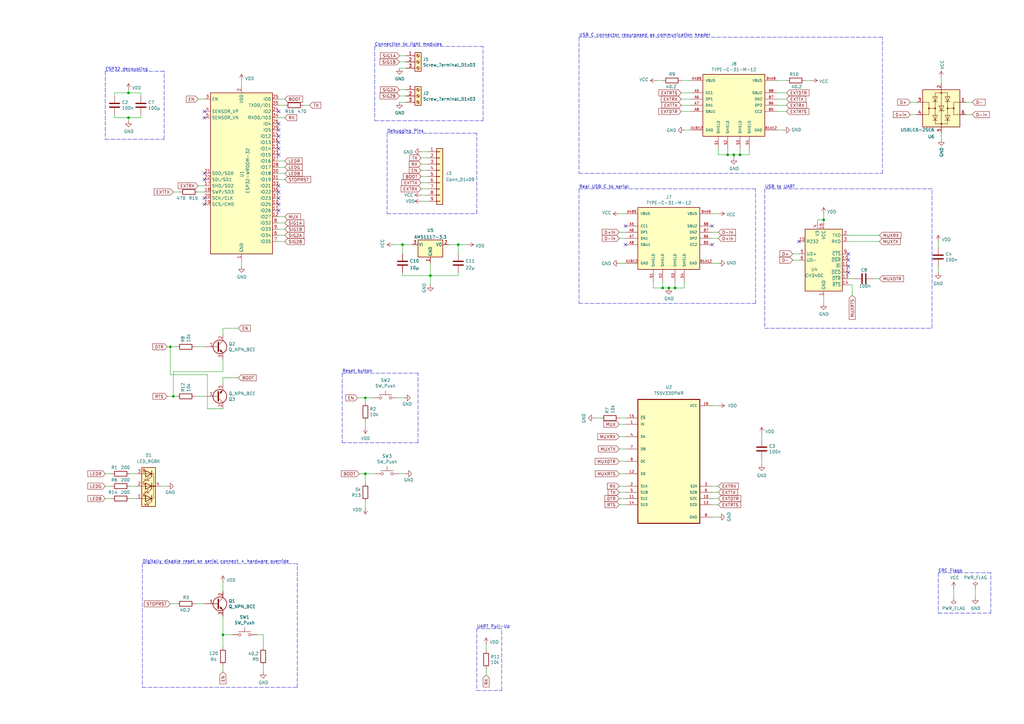
<source format=kicad_sch>
(kicad_sch (version 20211123) (generator eeschema)

  (uuid 9baf7b1e-44a0-4262-8221-97a2fa15d5e8)

  (paper "A3")

  (title_block
    (title "Heliox Control")
    (date "2021-08-10")
    (rev "v00")
    (comment 4 "Author: GHOSCHT")
  )

  (lib_symbols
    (symbol "Connector:Screw_Terminal_01x03" (pin_names (offset 1.016) hide) (in_bom yes) (on_board yes)
      (property "Reference" "J" (id 0) (at 0 5.08 0)
        (effects (font (size 1.27 1.27)))
      )
      (property "Value" "Screw_Terminal_01x03" (id 1) (at 0 -5.08 0)
        (effects (font (size 1.27 1.27)))
      )
      (property "Footprint" "" (id 2) (at 0 0 0)
        (effects (font (size 1.27 1.27)) hide)
      )
      (property "Datasheet" "~" (id 3) (at 0 0 0)
        (effects (font (size 1.27 1.27)) hide)
      )
      (property "ki_keywords" "screw terminal" (id 4) (at 0 0 0)
        (effects (font (size 1.27 1.27)) hide)
      )
      (property "ki_description" "Generic screw terminal, single row, 01x03, script generated (kicad-library-utils/schlib/autogen/connector/)" (id 5) (at 0 0 0)
        (effects (font (size 1.27 1.27)) hide)
      )
      (property "ki_fp_filters" "TerminalBlock*:*" (id 6) (at 0 0 0)
        (effects (font (size 1.27 1.27)) hide)
      )
      (symbol "Screw_Terminal_01x03_1_1"
        (rectangle (start -1.27 3.81) (end 1.27 -3.81)
          (stroke (width 0.254) (type default) (color 0 0 0 0))
          (fill (type background))
        )
        (circle (center 0 -2.54) (radius 0.635)
          (stroke (width 0.1524) (type default) (color 0 0 0 0))
          (fill (type none))
        )
        (polyline
          (pts
            (xy -0.5334 -2.2098)
            (xy 0.3302 -3.048)
          )
          (stroke (width 0.1524) (type default) (color 0 0 0 0))
          (fill (type none))
        )
        (polyline
          (pts
            (xy -0.5334 0.3302)
            (xy 0.3302 -0.508)
          )
          (stroke (width 0.1524) (type default) (color 0 0 0 0))
          (fill (type none))
        )
        (polyline
          (pts
            (xy -0.5334 2.8702)
            (xy 0.3302 2.032)
          )
          (stroke (width 0.1524) (type default) (color 0 0 0 0))
          (fill (type none))
        )
        (polyline
          (pts
            (xy -0.3556 -2.032)
            (xy 0.508 -2.8702)
          )
          (stroke (width 0.1524) (type default) (color 0 0 0 0))
          (fill (type none))
        )
        (polyline
          (pts
            (xy -0.3556 0.508)
            (xy 0.508 -0.3302)
          )
          (stroke (width 0.1524) (type default) (color 0 0 0 0))
          (fill (type none))
        )
        (polyline
          (pts
            (xy -0.3556 3.048)
            (xy 0.508 2.2098)
          )
          (stroke (width 0.1524) (type default) (color 0 0 0 0))
          (fill (type none))
        )
        (circle (center 0 0) (radius 0.635)
          (stroke (width 0.1524) (type default) (color 0 0 0 0))
          (fill (type none))
        )
        (circle (center 0 2.54) (radius 0.635)
          (stroke (width 0.1524) (type default) (color 0 0 0 0))
          (fill (type none))
        )
        (pin passive line (at -5.08 2.54 0) (length 3.81)
          (name "Pin_1" (effects (font (size 1.27 1.27))))
          (number "1" (effects (font (size 1.27 1.27))))
        )
        (pin passive line (at -5.08 0 0) (length 3.81)
          (name "Pin_2" (effects (font (size 1.27 1.27))))
          (number "2" (effects (font (size 1.27 1.27))))
        )
        (pin passive line (at -5.08 -2.54 0) (length 3.81)
          (name "Pin_3" (effects (font (size 1.27 1.27))))
          (number "3" (effects (font (size 1.27 1.27))))
        )
      )
    )
    (symbol "Connector_Generic:Conn_01x09" (pin_names (offset 1.016) hide) (in_bom yes) (on_board yes)
      (property "Reference" "J" (id 0) (at 0 12.7 0)
        (effects (font (size 1.27 1.27)))
      )
      (property "Value" "Conn_01x09" (id 1) (at 0 -12.7 0)
        (effects (font (size 1.27 1.27)))
      )
      (property "Footprint" "" (id 2) (at 0 0 0)
        (effects (font (size 1.27 1.27)) hide)
      )
      (property "Datasheet" "~" (id 3) (at 0 0 0)
        (effects (font (size 1.27 1.27)) hide)
      )
      (property "ki_keywords" "connector" (id 4) (at 0 0 0)
        (effects (font (size 1.27 1.27)) hide)
      )
      (property "ki_description" "Generic connector, single row, 01x09, script generated (kicad-library-utils/schlib/autogen/connector/)" (id 5) (at 0 0 0)
        (effects (font (size 1.27 1.27)) hide)
      )
      (property "ki_fp_filters" "Connector*:*_1x??_*" (id 6) (at 0 0 0)
        (effects (font (size 1.27 1.27)) hide)
      )
      (symbol "Conn_01x09_1_1"
        (rectangle (start -1.27 -10.033) (end 0 -10.287)
          (stroke (width 0.1524) (type default) (color 0 0 0 0))
          (fill (type none))
        )
        (rectangle (start -1.27 -7.493) (end 0 -7.747)
          (stroke (width 0.1524) (type default) (color 0 0 0 0))
          (fill (type none))
        )
        (rectangle (start -1.27 -4.953) (end 0 -5.207)
          (stroke (width 0.1524) (type default) (color 0 0 0 0))
          (fill (type none))
        )
        (rectangle (start -1.27 -2.413) (end 0 -2.667)
          (stroke (width 0.1524) (type default) (color 0 0 0 0))
          (fill (type none))
        )
        (rectangle (start -1.27 0.127) (end 0 -0.127)
          (stroke (width 0.1524) (type default) (color 0 0 0 0))
          (fill (type none))
        )
        (rectangle (start -1.27 2.667) (end 0 2.413)
          (stroke (width 0.1524) (type default) (color 0 0 0 0))
          (fill (type none))
        )
        (rectangle (start -1.27 5.207) (end 0 4.953)
          (stroke (width 0.1524) (type default) (color 0 0 0 0))
          (fill (type none))
        )
        (rectangle (start -1.27 7.747) (end 0 7.493)
          (stroke (width 0.1524) (type default) (color 0 0 0 0))
          (fill (type none))
        )
        (rectangle (start -1.27 10.287) (end 0 10.033)
          (stroke (width 0.1524) (type default) (color 0 0 0 0))
          (fill (type none))
        )
        (rectangle (start -1.27 11.43) (end 1.27 -11.43)
          (stroke (width 0.254) (type default) (color 0 0 0 0))
          (fill (type background))
        )
        (pin passive line (at -5.08 10.16 0) (length 3.81)
          (name "Pin_1" (effects (font (size 1.27 1.27))))
          (number "1" (effects (font (size 1.27 1.27))))
        )
        (pin passive line (at -5.08 7.62 0) (length 3.81)
          (name "Pin_2" (effects (font (size 1.27 1.27))))
          (number "2" (effects (font (size 1.27 1.27))))
        )
        (pin passive line (at -5.08 5.08 0) (length 3.81)
          (name "Pin_3" (effects (font (size 1.27 1.27))))
          (number "3" (effects (font (size 1.27 1.27))))
        )
        (pin passive line (at -5.08 2.54 0) (length 3.81)
          (name "Pin_4" (effects (font (size 1.27 1.27))))
          (number "4" (effects (font (size 1.27 1.27))))
        )
        (pin passive line (at -5.08 0 0) (length 3.81)
          (name "Pin_5" (effects (font (size 1.27 1.27))))
          (number "5" (effects (font (size 1.27 1.27))))
        )
        (pin passive line (at -5.08 -2.54 0) (length 3.81)
          (name "Pin_6" (effects (font (size 1.27 1.27))))
          (number "6" (effects (font (size 1.27 1.27))))
        )
        (pin passive line (at -5.08 -5.08 0) (length 3.81)
          (name "Pin_7" (effects (font (size 1.27 1.27))))
          (number "7" (effects (font (size 1.27 1.27))))
        )
        (pin passive line (at -5.08 -7.62 0) (length 3.81)
          (name "Pin_8" (effects (font (size 1.27 1.27))))
          (number "8" (effects (font (size 1.27 1.27))))
        )
        (pin passive line (at -5.08 -10.16 0) (length 3.81)
          (name "Pin_9" (effects (font (size 1.27 1.27))))
          (number "9" (effects (font (size 1.27 1.27))))
        )
      )
    )
    (symbol "Device:C" (pin_numbers hide) (pin_names (offset 0.254)) (in_bom yes) (on_board yes)
      (property "Reference" "C" (id 0) (at 0.635 2.54 0)
        (effects (font (size 1.27 1.27)) (justify left))
      )
      (property "Value" "C" (id 1) (at 0.635 -2.54 0)
        (effects (font (size 1.27 1.27)) (justify left))
      )
      (property "Footprint" "" (id 2) (at 0.9652 -3.81 0)
        (effects (font (size 1.27 1.27)) hide)
      )
      (property "Datasheet" "~" (id 3) (at 0 0 0)
        (effects (font (size 1.27 1.27)) hide)
      )
      (property "ki_keywords" "cap capacitor" (id 4) (at 0 0 0)
        (effects (font (size 1.27 1.27)) hide)
      )
      (property "ki_description" "Unpolarized capacitor" (id 5) (at 0 0 0)
        (effects (font (size 1.27 1.27)) hide)
      )
      (property "ki_fp_filters" "C_*" (id 6) (at 0 0 0)
        (effects (font (size 1.27 1.27)) hide)
      )
      (symbol "C_0_1"
        (polyline
          (pts
            (xy -2.032 -0.762)
            (xy 2.032 -0.762)
          )
          (stroke (width 0.508) (type default) (color 0 0 0 0))
          (fill (type none))
        )
        (polyline
          (pts
            (xy -2.032 0.762)
            (xy 2.032 0.762)
          )
          (stroke (width 0.508) (type default) (color 0 0 0 0))
          (fill (type none))
        )
      )
      (symbol "C_1_1"
        (pin passive line (at 0 3.81 270) (length 2.794)
          (name "~" (effects (font (size 1.27 1.27))))
          (number "1" (effects (font (size 1.27 1.27))))
        )
        (pin passive line (at 0 -3.81 90) (length 2.794)
          (name "~" (effects (font (size 1.27 1.27))))
          (number "2" (effects (font (size 1.27 1.27))))
        )
      )
    )
    (symbol "Device:LED_RGBK" (pin_names (offset 0) hide) (in_bom yes) (on_board yes)
      (property "Reference" "D" (id 0) (at 0 9.398 0)
        (effects (font (size 1.27 1.27)))
      )
      (property "Value" "LED_RGBK" (id 1) (at 0 -8.89 0)
        (effects (font (size 1.27 1.27)))
      )
      (property "Footprint" "" (id 2) (at 0 -1.27 0)
        (effects (font (size 1.27 1.27)) hide)
      )
      (property "Datasheet" "~" (id 3) (at 0 -1.27 0)
        (effects (font (size 1.27 1.27)) hide)
      )
      (property "ki_keywords" "LED RGB diode" (id 4) (at 0 0 0)
        (effects (font (size 1.27 1.27)) hide)
      )
      (property "ki_description" "RGB LED, red/green/blue/cathode" (id 5) (at 0 0 0)
        (effects (font (size 1.27 1.27)) hide)
      )
      (property "ki_fp_filters" "LED* LED_SMD:* LED_THT:*" (id 6) (at 0 0 0)
        (effects (font (size 1.27 1.27)) hide)
      )
      (symbol "LED_RGBK_0_0"
        (text "B" (at 1.905 -6.35 0)
          (effects (font (size 1.27 1.27)))
        )
        (text "G" (at 1.905 -1.27 0)
          (effects (font (size 1.27 1.27)))
        )
        (text "R" (at 1.905 3.81 0)
          (effects (font (size 1.27 1.27)))
        )
      )
      (symbol "LED_RGBK_0_1"
        (circle (center -2.032 0) (radius 0.254)
          (stroke (width 0) (type default) (color 0 0 0 0))
          (fill (type outline))
        )
        (polyline
          (pts
            (xy -1.27 -5.08)
            (xy 1.27 -5.08)
          )
          (stroke (width 0) (type default) (color 0 0 0 0))
          (fill (type none))
        )
        (polyline
          (pts
            (xy -1.27 -3.81)
            (xy -1.27 -6.35)
          )
          (stroke (width 0.254) (type default) (color 0 0 0 0))
          (fill (type none))
        )
        (polyline
          (pts
            (xy -1.27 0)
            (xy -2.54 0)
          )
          (stroke (width 0) (type default) (color 0 0 0 0))
          (fill (type none))
        )
        (polyline
          (pts
            (xy -1.27 1.27)
            (xy -1.27 -1.27)
          )
          (stroke (width 0.254) (type default) (color 0 0 0 0))
          (fill (type none))
        )
        (polyline
          (pts
            (xy -1.27 5.08)
            (xy 1.27 5.08)
          )
          (stroke (width 0) (type default) (color 0 0 0 0))
          (fill (type none))
        )
        (polyline
          (pts
            (xy -1.27 6.35)
            (xy -1.27 3.81)
          )
          (stroke (width 0.254) (type default) (color 0 0 0 0))
          (fill (type none))
        )
        (polyline
          (pts
            (xy 1.27 -5.08)
            (xy 2.54 -5.08)
          )
          (stroke (width 0) (type default) (color 0 0 0 0))
          (fill (type none))
        )
        (polyline
          (pts
            (xy 1.27 0)
            (xy -1.27 0)
          )
          (stroke (width 0) (type default) (color 0 0 0 0))
          (fill (type none))
        )
        (polyline
          (pts
            (xy 1.27 0)
            (xy 2.54 0)
          )
          (stroke (width 0) (type default) (color 0 0 0 0))
          (fill (type none))
        )
        (polyline
          (pts
            (xy 1.27 5.08)
            (xy 2.54 5.08)
          )
          (stroke (width 0) (type default) (color 0 0 0 0))
          (fill (type none))
        )
        (polyline
          (pts
            (xy -1.27 1.27)
            (xy -1.27 -1.27)
            (xy -1.27 -1.27)
          )
          (stroke (width 0) (type default) (color 0 0 0 0))
          (fill (type none))
        )
        (polyline
          (pts
            (xy -1.27 6.35)
            (xy -1.27 3.81)
            (xy -1.27 3.81)
          )
          (stroke (width 0) (type default) (color 0 0 0 0))
          (fill (type none))
        )
        (polyline
          (pts
            (xy -1.27 5.08)
            (xy -2.032 5.08)
            (xy -2.032 -5.08)
            (xy -1.016 -5.08)
          )
          (stroke (width 0) (type default) (color 0 0 0 0))
          (fill (type none))
        )
        (polyline
          (pts
            (xy 1.27 -3.81)
            (xy 1.27 -6.35)
            (xy -1.27 -5.08)
            (xy 1.27 -3.81)
          )
          (stroke (width 0.254) (type default) (color 0 0 0 0))
          (fill (type none))
        )
        (polyline
          (pts
            (xy 1.27 1.27)
            (xy 1.27 -1.27)
            (xy -1.27 0)
            (xy 1.27 1.27)
          )
          (stroke (width 0.254) (type default) (color 0 0 0 0))
          (fill (type none))
        )
        (polyline
          (pts
            (xy 1.27 6.35)
            (xy 1.27 3.81)
            (xy -1.27 5.08)
            (xy 1.27 6.35)
          )
          (stroke (width 0.254) (type default) (color 0 0 0 0))
          (fill (type none))
        )
        (polyline
          (pts
            (xy -1.016 -3.81)
            (xy 0.508 -2.286)
            (xy -0.254 -2.286)
            (xy 0.508 -2.286)
            (xy 0.508 -3.048)
          )
          (stroke (width 0) (type default) (color 0 0 0 0))
          (fill (type none))
        )
        (polyline
          (pts
            (xy -1.016 1.27)
            (xy 0.508 2.794)
            (xy -0.254 2.794)
            (xy 0.508 2.794)
            (xy 0.508 2.032)
          )
          (stroke (width 0) (type default) (color 0 0 0 0))
          (fill (type none))
        )
        (polyline
          (pts
            (xy -1.016 6.35)
            (xy 0.508 7.874)
            (xy -0.254 7.874)
            (xy 0.508 7.874)
            (xy 0.508 7.112)
          )
          (stroke (width 0) (type default) (color 0 0 0 0))
          (fill (type none))
        )
        (polyline
          (pts
            (xy 0 -3.81)
            (xy 1.524 -2.286)
            (xy 0.762 -2.286)
            (xy 1.524 -2.286)
            (xy 1.524 -3.048)
          )
          (stroke (width 0) (type default) (color 0 0 0 0))
          (fill (type none))
        )
        (polyline
          (pts
            (xy 0 1.27)
            (xy 1.524 2.794)
            (xy 0.762 2.794)
            (xy 1.524 2.794)
            (xy 1.524 2.032)
          )
          (stroke (width 0) (type default) (color 0 0 0 0))
          (fill (type none))
        )
        (polyline
          (pts
            (xy 0 6.35)
            (xy 1.524 7.874)
            (xy 0.762 7.874)
            (xy 1.524 7.874)
            (xy 1.524 7.112)
          )
          (stroke (width 0) (type default) (color 0 0 0 0))
          (fill (type none))
        )
        (rectangle (start 1.27 -1.27) (end 1.27 1.27)
          (stroke (width 0) (type default) (color 0 0 0 0))
          (fill (type none))
        )
        (rectangle (start 1.27 1.27) (end 1.27 1.27)
          (stroke (width 0) (type default) (color 0 0 0 0))
          (fill (type none))
        )
        (rectangle (start 1.27 3.81) (end 1.27 6.35)
          (stroke (width 0) (type default) (color 0 0 0 0))
          (fill (type none))
        )
        (rectangle (start 1.27 6.35) (end 1.27 6.35)
          (stroke (width 0) (type default) (color 0 0 0 0))
          (fill (type none))
        )
        (rectangle (start 2.794 8.382) (end -2.794 -7.62)
          (stroke (width 0.254) (type default) (color 0 0 0 0))
          (fill (type background))
        )
      )
      (symbol "LED_RGBK_1_1"
        (pin passive line (at 5.08 5.08 180) (length 2.54)
          (name "RA" (effects (font (size 1.27 1.27))))
          (number "1" (effects (font (size 1.27 1.27))))
        )
        (pin passive line (at 5.08 0 180) (length 2.54)
          (name "GA" (effects (font (size 1.27 1.27))))
          (number "2" (effects (font (size 1.27 1.27))))
        )
        (pin passive line (at 5.08 -5.08 180) (length 2.54)
          (name "BA" (effects (font (size 1.27 1.27))))
          (number "3" (effects (font (size 1.27 1.27))))
        )
        (pin passive line (at -5.08 0 0) (length 2.54)
          (name "K" (effects (font (size 1.27 1.27))))
          (number "4" (effects (font (size 1.27 1.27))))
        )
      )
    )
    (symbol "Device:Q_NPN_BCE" (pin_names (offset 0) hide) (in_bom yes) (on_board yes)
      (property "Reference" "Q" (id 0) (at 5.08 1.27 0)
        (effects (font (size 1.27 1.27)) (justify left))
      )
      (property "Value" "Q_NPN_BCE" (id 1) (at 5.08 -1.27 0)
        (effects (font (size 1.27 1.27)) (justify left))
      )
      (property "Footprint" "" (id 2) (at 5.08 2.54 0)
        (effects (font (size 1.27 1.27)) hide)
      )
      (property "Datasheet" "~" (id 3) (at 0 0 0)
        (effects (font (size 1.27 1.27)) hide)
      )
      (property "ki_keywords" "transistor NPN" (id 4) (at 0 0 0)
        (effects (font (size 1.27 1.27)) hide)
      )
      (property "ki_description" "NPN transistor, base/collector/emitter" (id 5) (at 0 0 0)
        (effects (font (size 1.27 1.27)) hide)
      )
      (symbol "Q_NPN_BCE_0_1"
        (polyline
          (pts
            (xy 0.635 0.635)
            (xy 2.54 2.54)
          )
          (stroke (width 0) (type default) (color 0 0 0 0))
          (fill (type none))
        )
        (polyline
          (pts
            (xy 0.635 -0.635)
            (xy 2.54 -2.54)
            (xy 2.54 -2.54)
          )
          (stroke (width 0) (type default) (color 0 0 0 0))
          (fill (type none))
        )
        (polyline
          (pts
            (xy 0.635 1.905)
            (xy 0.635 -1.905)
            (xy 0.635 -1.905)
          )
          (stroke (width 0.508) (type default) (color 0 0 0 0))
          (fill (type none))
        )
        (polyline
          (pts
            (xy 1.27 -1.778)
            (xy 1.778 -1.27)
            (xy 2.286 -2.286)
            (xy 1.27 -1.778)
            (xy 1.27 -1.778)
          )
          (stroke (width 0) (type default) (color 0 0 0 0))
          (fill (type outline))
        )
        (circle (center 1.27 0) (radius 2.8194)
          (stroke (width 0.254) (type default) (color 0 0 0 0))
          (fill (type none))
        )
      )
      (symbol "Q_NPN_BCE_1_1"
        (pin input line (at -5.08 0 0) (length 5.715)
          (name "B" (effects (font (size 1.27 1.27))))
          (number "1" (effects (font (size 1.27 1.27))))
        )
        (pin passive line (at 2.54 5.08 270) (length 2.54)
          (name "C" (effects (font (size 1.27 1.27))))
          (number "2" (effects (font (size 1.27 1.27))))
        )
        (pin passive line (at 2.54 -5.08 90) (length 2.54)
          (name "E" (effects (font (size 1.27 1.27))))
          (number "3" (effects (font (size 1.27 1.27))))
        )
      )
    )
    (symbol "Device:R" (pin_numbers hide) (pin_names (offset 0)) (in_bom yes) (on_board yes)
      (property "Reference" "R" (id 0) (at 2.032 0 90)
        (effects (font (size 1.27 1.27)))
      )
      (property "Value" "R" (id 1) (at 0 0 90)
        (effects (font (size 1.27 1.27)))
      )
      (property "Footprint" "" (id 2) (at -1.778 0 90)
        (effects (font (size 1.27 1.27)) hide)
      )
      (property "Datasheet" "~" (id 3) (at 0 0 0)
        (effects (font (size 1.27 1.27)) hide)
      )
      (property "ki_keywords" "R res resistor" (id 4) (at 0 0 0)
        (effects (font (size 1.27 1.27)) hide)
      )
      (property "ki_description" "Resistor" (id 5) (at 0 0 0)
        (effects (font (size 1.27 1.27)) hide)
      )
      (property "ki_fp_filters" "R_*" (id 6) (at 0 0 0)
        (effects (font (size 1.27 1.27)) hide)
      )
      (symbol "R_0_1"
        (rectangle (start -1.016 -2.54) (end 1.016 2.54)
          (stroke (width 0.254) (type default) (color 0 0 0 0))
          (fill (type none))
        )
      )
      (symbol "R_1_1"
        (pin passive line (at 0 3.81 270) (length 1.27)
          (name "~" (effects (font (size 1.27 1.27))))
          (number "1" (effects (font (size 1.27 1.27))))
        )
        (pin passive line (at 0 -3.81 90) (length 1.27)
          (name "~" (effects (font (size 1.27 1.27))))
          (number "2" (effects (font (size 1.27 1.27))))
        )
      )
    )
    (symbol "Interface_USB:CH340C" (in_bom yes) (on_board yes)
      (property "Reference" "U" (id 0) (at -5.08 13.97 0)
        (effects (font (size 1.27 1.27)) (justify right))
      )
      (property "Value" "CH340C" (id 1) (at 1.27 13.97 0)
        (effects (font (size 1.27 1.27)) (justify left))
      )
      (property "Footprint" "Package_SO:SOIC-16_3.9x9.9mm_P1.27mm" (id 2) (at 1.27 -13.97 0)
        (effects (font (size 1.27 1.27)) (justify left) hide)
      )
      (property "Datasheet" "https://datasheet.lcsc.com/szlcsc/Jiangsu-Qin-Heng-CH340C_C84681.pdf" (id 3) (at -8.89 20.32 0)
        (effects (font (size 1.27 1.27)) hide)
      )
      (property "ki_keywords" "USB UART Serial Converter Interface" (id 4) (at 0 0 0)
        (effects (font (size 1.27 1.27)) hide)
      )
      (property "ki_description" "USB serial converter, UART, SOIC-16" (id 5) (at 0 0 0)
        (effects (font (size 1.27 1.27)) hide)
      )
      (property "ki_fp_filters" "SOIC*3.9x9.9mm*P1.27mm*" (id 6) (at 0 0 0)
        (effects (font (size 1.27 1.27)) hide)
      )
      (symbol "CH340C_0_1"
        (rectangle (start -7.62 12.7) (end 7.62 -12.7)
          (stroke (width 0.254) (type default) (color 0 0 0 0))
          (fill (type background))
        )
      )
      (symbol "CH340C_1_1"
        (pin power_in line (at 0 -15.24 90) (length 2.54)
          (name "GND" (effects (font (size 1.27 1.27))))
          (number "1" (effects (font (size 1.27 1.27))))
        )
        (pin input line (at 10.16 0 180) (length 2.54)
          (name "~{DSR}" (effects (font (size 1.27 1.27))))
          (number "10" (effects (font (size 1.27 1.27))))
        )
        (pin input line (at 10.16 -2.54 180) (length 2.54)
          (name "~{RI}" (effects (font (size 1.27 1.27))))
          (number "11" (effects (font (size 1.27 1.27))))
        )
        (pin input line (at 10.16 -5.08 180) (length 2.54)
          (name "~{DCD}" (effects (font (size 1.27 1.27))))
          (number "12" (effects (font (size 1.27 1.27))))
        )
        (pin output line (at 10.16 -7.62 180) (length 2.54)
          (name "~{DTR}" (effects (font (size 1.27 1.27))))
          (number "13" (effects (font (size 1.27 1.27))))
        )
        (pin output line (at 10.16 -10.16 180) (length 2.54)
          (name "~{RTS}" (effects (font (size 1.27 1.27))))
          (number "14" (effects (font (size 1.27 1.27))))
        )
        (pin input line (at -10.16 7.62 0) (length 2.54)
          (name "R232" (effects (font (size 1.27 1.27))))
          (number "15" (effects (font (size 1.27 1.27))))
        )
        (pin power_in line (at 0 15.24 270) (length 2.54)
          (name "VCC" (effects (font (size 1.27 1.27))))
          (number "16" (effects (font (size 1.27 1.27))))
        )
        (pin output line (at 10.16 10.16 180) (length 2.54)
          (name "TXD" (effects (font (size 1.27 1.27))))
          (number "2" (effects (font (size 1.27 1.27))))
        )
        (pin input line (at 10.16 7.62 180) (length 2.54)
          (name "RXD" (effects (font (size 1.27 1.27))))
          (number "3" (effects (font (size 1.27 1.27))))
        )
        (pin passive line (at -2.54 15.24 270) (length 2.54)
          (name "V3" (effects (font (size 1.27 1.27))))
          (number "4" (effects (font (size 1.27 1.27))))
        )
        (pin bidirectional line (at -10.16 2.54 0) (length 2.54)
          (name "UD+" (effects (font (size 1.27 1.27))))
          (number "5" (effects (font (size 1.27 1.27))))
        )
        (pin bidirectional line (at -10.16 0 0) (length 2.54)
          (name "UD-" (effects (font (size 1.27 1.27))))
          (number "6" (effects (font (size 1.27 1.27))))
        )
        (pin no_connect line (at -7.62 -7.62 0) (length 2.54) hide
          (name "NC" (effects (font (size 1.27 1.27))))
          (number "7" (effects (font (size 1.27 1.27))))
        )
        (pin no_connect line (at -7.62 -10.16 0) (length 2.54) hide
          (name "NC" (effects (font (size 1.27 1.27))))
          (number "8" (effects (font (size 1.27 1.27))))
        )
        (pin input line (at 10.16 2.54 180) (length 2.54)
          (name "~{CTS}" (effects (font (size 1.27 1.27))))
          (number "9" (effects (font (size 1.27 1.27))))
        )
      )
    )
    (symbol "Power_Protection:USBLC6-2SC6" (pin_names hide) (in_bom yes) (on_board yes)
      (property "Reference" "U" (id 0) (at 2.54 8.89 0)
        (effects (font (size 1.27 1.27)) (justify left))
      )
      (property "Value" "USBLC6-2SC6" (id 1) (at 2.54 -8.89 0)
        (effects (font (size 1.27 1.27)) (justify left))
      )
      (property "Footprint" "Package_TO_SOT_SMD:SOT-23-6" (id 2) (at 0 -12.7 0)
        (effects (font (size 1.27 1.27)) hide)
      )
      (property "Datasheet" "https://www.st.com/resource/en/datasheet/usblc6-2.pdf" (id 3) (at 5.08 8.89 0)
        (effects (font (size 1.27 1.27)) hide)
      )
      (property "ki_keywords" "usb ethernet video" (id 4) (at 0 0 0)
        (effects (font (size 1.27 1.27)) hide)
      )
      (property "ki_description" "Very low capacitance ESD protection diode, 2 data-line, SOT-23-6" (id 5) (at 0 0 0)
        (effects (font (size 1.27 1.27)) hide)
      )
      (property "ki_fp_filters" "SOT?23*" (id 6) (at 0 0 0)
        (effects (font (size 1.27 1.27)) hide)
      )
      (symbol "USBLC6-2SC6_0_1"
        (rectangle (start -7.62 -7.62) (end 7.62 7.62)
          (stroke (width 0.254) (type default) (color 0 0 0 0))
          (fill (type background))
        )
        (circle (center -5.08 0) (radius 0.254)
          (stroke (width 0) (type default) (color 0 0 0 0))
          (fill (type outline))
        )
        (circle (center -2.54 0) (radius 0.254)
          (stroke (width 0) (type default) (color 0 0 0 0))
          (fill (type outline))
        )
        (rectangle (start -2.54 6.35) (end 2.54 -6.35)
          (stroke (width 0) (type default) (color 0 0 0 0))
          (fill (type none))
        )
        (circle (center 0 -6.35) (radius 0.254)
          (stroke (width 0) (type default) (color 0 0 0 0))
          (fill (type outline))
        )
        (polyline
          (pts
            (xy -5.08 -2.54)
            (xy -7.62 -2.54)
          )
          (stroke (width 0) (type default) (color 0 0 0 0))
          (fill (type none))
        )
        (polyline
          (pts
            (xy -5.08 0)
            (xy -5.08 -2.54)
          )
          (stroke (width 0) (type default) (color 0 0 0 0))
          (fill (type none))
        )
        (polyline
          (pts
            (xy -5.08 2.54)
            (xy -7.62 2.54)
          )
          (stroke (width 0) (type default) (color 0 0 0 0))
          (fill (type none))
        )
        (polyline
          (pts
            (xy -1.524 -2.794)
            (xy -3.556 -2.794)
          )
          (stroke (width 0) (type default) (color 0 0 0 0))
          (fill (type none))
        )
        (polyline
          (pts
            (xy -1.524 4.826)
            (xy -3.556 4.826)
          )
          (stroke (width 0) (type default) (color 0 0 0 0))
          (fill (type none))
        )
        (polyline
          (pts
            (xy 0 -7.62)
            (xy 0 -6.35)
          )
          (stroke (width 0) (type default) (color 0 0 0 0))
          (fill (type none))
        )
        (polyline
          (pts
            (xy 0 -6.35)
            (xy 0 1.27)
          )
          (stroke (width 0) (type default) (color 0 0 0 0))
          (fill (type none))
        )
        (polyline
          (pts
            (xy 0 1.27)
            (xy 0 6.35)
          )
          (stroke (width 0) (type default) (color 0 0 0 0))
          (fill (type none))
        )
        (polyline
          (pts
            (xy 0 6.35)
            (xy 0 7.62)
          )
          (stroke (width 0) (type default) (color 0 0 0 0))
          (fill (type none))
        )
        (polyline
          (pts
            (xy 1.524 -2.794)
            (xy 3.556 -2.794)
          )
          (stroke (width 0) (type default) (color 0 0 0 0))
          (fill (type none))
        )
        (polyline
          (pts
            (xy 1.524 4.826)
            (xy 3.556 4.826)
          )
          (stroke (width 0) (type default) (color 0 0 0 0))
          (fill (type none))
        )
        (polyline
          (pts
            (xy 5.08 -2.54)
            (xy 7.62 -2.54)
          )
          (stroke (width 0) (type default) (color 0 0 0 0))
          (fill (type none))
        )
        (polyline
          (pts
            (xy 5.08 0)
            (xy 5.08 -2.54)
          )
          (stroke (width 0) (type default) (color 0 0 0 0))
          (fill (type none))
        )
        (polyline
          (pts
            (xy 5.08 2.54)
            (xy 7.62 2.54)
          )
          (stroke (width 0) (type default) (color 0 0 0 0))
          (fill (type none))
        )
        (polyline
          (pts
            (xy -2.54 0)
            (xy -5.08 0)
            (xy -5.08 2.54)
          )
          (stroke (width 0) (type default) (color 0 0 0 0))
          (fill (type none))
        )
        (polyline
          (pts
            (xy 2.54 0)
            (xy 5.08 0)
            (xy 5.08 2.54)
          )
          (stroke (width 0) (type default) (color 0 0 0 0))
          (fill (type none))
        )
        (polyline
          (pts
            (xy -3.556 -4.826)
            (xy -1.524 -4.826)
            (xy -2.54 -2.794)
            (xy -3.556 -4.826)
          )
          (stroke (width 0) (type default) (color 0 0 0 0))
          (fill (type none))
        )
        (polyline
          (pts
            (xy -3.556 2.794)
            (xy -1.524 2.794)
            (xy -2.54 4.826)
            (xy -3.556 2.794)
          )
          (stroke (width 0) (type default) (color 0 0 0 0))
          (fill (type none))
        )
        (polyline
          (pts
            (xy -1.016 -1.016)
            (xy 1.016 -1.016)
            (xy 0 1.016)
            (xy -1.016 -1.016)
          )
          (stroke (width 0) (type default) (color 0 0 0 0))
          (fill (type none))
        )
        (polyline
          (pts
            (xy 1.016 1.016)
            (xy 0.762 1.016)
            (xy -1.016 1.016)
            (xy -1.016 0.508)
          )
          (stroke (width 0) (type default) (color 0 0 0 0))
          (fill (type none))
        )
        (polyline
          (pts
            (xy 3.556 -4.826)
            (xy 1.524 -4.826)
            (xy 2.54 -2.794)
            (xy 3.556 -4.826)
          )
          (stroke (width 0) (type default) (color 0 0 0 0))
          (fill (type none))
        )
        (polyline
          (pts
            (xy 3.556 2.794)
            (xy 1.524 2.794)
            (xy 2.54 4.826)
            (xy 3.556 2.794)
          )
          (stroke (width 0) (type default) (color 0 0 0 0))
          (fill (type none))
        )
        (circle (center 0 6.35) (radius 0.254)
          (stroke (width 0) (type default) (color 0 0 0 0))
          (fill (type outline))
        )
        (circle (center 2.54 0) (radius 0.254)
          (stroke (width 0) (type default) (color 0 0 0 0))
          (fill (type outline))
        )
        (circle (center 5.08 0) (radius 0.254)
          (stroke (width 0) (type default) (color 0 0 0 0))
          (fill (type outline))
        )
      )
      (symbol "USBLC6-2SC6_1_1"
        (pin passive line (at -10.16 -2.54 0) (length 2.54)
          (name "I/O1" (effects (font (size 1.27 1.27))))
          (number "1" (effects (font (size 1.27 1.27))))
        )
        (pin passive line (at 0 -10.16 90) (length 2.54)
          (name "GND" (effects (font (size 1.27 1.27))))
          (number "2" (effects (font (size 1.27 1.27))))
        )
        (pin passive line (at 10.16 -2.54 180) (length 2.54)
          (name "I/O2" (effects (font (size 1.27 1.27))))
          (number "3" (effects (font (size 1.27 1.27))))
        )
        (pin passive line (at 10.16 2.54 180) (length 2.54)
          (name "I/O2" (effects (font (size 1.27 1.27))))
          (number "4" (effects (font (size 1.27 1.27))))
        )
        (pin passive line (at 0 10.16 270) (length 2.54)
          (name "VBUS" (effects (font (size 1.27 1.27))))
          (number "5" (effects (font (size 1.27 1.27))))
        )
        (pin passive line (at -10.16 2.54 0) (length 2.54)
          (name "I/O1" (effects (font (size 1.27 1.27))))
          (number "6" (effects (font (size 1.27 1.27))))
        )
      )
    )
    (symbol "RF_Module:ESP32-WROOM-32" (in_bom yes) (on_board yes)
      (property "Reference" "U" (id 0) (at -12.7 34.29 0)
        (effects (font (size 1.27 1.27)) (justify left))
      )
      (property "Value" "ESP32-WROOM-32" (id 1) (at 1.27 34.29 0)
        (effects (font (size 1.27 1.27)) (justify left))
      )
      (property "Footprint" "RF_Module:ESP32-WROOM-32" (id 2) (at 0 -38.1 0)
        (effects (font (size 1.27 1.27)) hide)
      )
      (property "Datasheet" "https://www.espressif.com/sites/default/files/documentation/esp32-wroom-32_datasheet_en.pdf" (id 3) (at -7.62 1.27 0)
        (effects (font (size 1.27 1.27)) hide)
      )
      (property "ki_keywords" "RF Radio BT ESP ESP32 Espressif onboard PCB antenna" (id 4) (at 0 0 0)
        (effects (font (size 1.27 1.27)) hide)
      )
      (property "ki_description" "RF Module, ESP32-D0WDQ6 SoC, Wi-Fi 802.11b/g/n, Bluetooth, BLE, 32-bit, 2.7-3.6V, onboard antenna, SMD" (id 5) (at 0 0 0)
        (effects (font (size 1.27 1.27)) hide)
      )
      (property "ki_fp_filters" "ESP32?WROOM?32*" (id 6) (at 0 0 0)
        (effects (font (size 1.27 1.27)) hide)
      )
      (symbol "ESP32-WROOM-32_0_1"
        (rectangle (start -12.7 33.02) (end 12.7 -33.02)
          (stroke (width 0.254) (type default) (color 0 0 0 0))
          (fill (type background))
        )
      )
      (symbol "ESP32-WROOM-32_1_1"
        (pin power_in line (at 0 -35.56 90) (length 2.54)
          (name "GND" (effects (font (size 1.27 1.27))))
          (number "1" (effects (font (size 1.27 1.27))))
        )
        (pin bidirectional line (at 15.24 -12.7 180) (length 2.54)
          (name "IO25" (effects (font (size 1.27 1.27))))
          (number "10" (effects (font (size 1.27 1.27))))
        )
        (pin bidirectional line (at 15.24 -15.24 180) (length 2.54)
          (name "IO26" (effects (font (size 1.27 1.27))))
          (number "11" (effects (font (size 1.27 1.27))))
        )
        (pin bidirectional line (at 15.24 -17.78 180) (length 2.54)
          (name "IO27" (effects (font (size 1.27 1.27))))
          (number "12" (effects (font (size 1.27 1.27))))
        )
        (pin bidirectional line (at 15.24 10.16 180) (length 2.54)
          (name "IO14" (effects (font (size 1.27 1.27))))
          (number "13" (effects (font (size 1.27 1.27))))
        )
        (pin bidirectional line (at 15.24 15.24 180) (length 2.54)
          (name "IO12" (effects (font (size 1.27 1.27))))
          (number "14" (effects (font (size 1.27 1.27))))
        )
        (pin passive line (at 0 -35.56 90) (length 2.54) hide
          (name "GND" (effects (font (size 1.27 1.27))))
          (number "15" (effects (font (size 1.27 1.27))))
        )
        (pin bidirectional line (at 15.24 12.7 180) (length 2.54)
          (name "IO13" (effects (font (size 1.27 1.27))))
          (number "16" (effects (font (size 1.27 1.27))))
        )
        (pin bidirectional line (at -15.24 -5.08 0) (length 2.54)
          (name "SHD/SD2" (effects (font (size 1.27 1.27))))
          (number "17" (effects (font (size 1.27 1.27))))
        )
        (pin bidirectional line (at -15.24 -7.62 0) (length 2.54)
          (name "SWP/SD3" (effects (font (size 1.27 1.27))))
          (number "18" (effects (font (size 1.27 1.27))))
        )
        (pin bidirectional line (at -15.24 -12.7 0) (length 2.54)
          (name "SCS/CMD" (effects (font (size 1.27 1.27))))
          (number "19" (effects (font (size 1.27 1.27))))
        )
        (pin power_in line (at 0 35.56 270) (length 2.54)
          (name "VDD" (effects (font (size 1.27 1.27))))
          (number "2" (effects (font (size 1.27 1.27))))
        )
        (pin bidirectional line (at -15.24 -10.16 0) (length 2.54)
          (name "SCK/CLK" (effects (font (size 1.27 1.27))))
          (number "20" (effects (font (size 1.27 1.27))))
        )
        (pin bidirectional line (at -15.24 0 0) (length 2.54)
          (name "SDO/SD0" (effects (font (size 1.27 1.27))))
          (number "21" (effects (font (size 1.27 1.27))))
        )
        (pin bidirectional line (at -15.24 -2.54 0) (length 2.54)
          (name "SDI/SD1" (effects (font (size 1.27 1.27))))
          (number "22" (effects (font (size 1.27 1.27))))
        )
        (pin bidirectional line (at 15.24 7.62 180) (length 2.54)
          (name "IO15" (effects (font (size 1.27 1.27))))
          (number "23" (effects (font (size 1.27 1.27))))
        )
        (pin bidirectional line (at 15.24 25.4 180) (length 2.54)
          (name "IO2" (effects (font (size 1.27 1.27))))
          (number "24" (effects (font (size 1.27 1.27))))
        )
        (pin bidirectional line (at 15.24 30.48 180) (length 2.54)
          (name "IO0" (effects (font (size 1.27 1.27))))
          (number "25" (effects (font (size 1.27 1.27))))
        )
        (pin bidirectional line (at 15.24 20.32 180) (length 2.54)
          (name "IO4" (effects (font (size 1.27 1.27))))
          (number "26" (effects (font (size 1.27 1.27))))
        )
        (pin bidirectional line (at 15.24 5.08 180) (length 2.54)
          (name "IO16" (effects (font (size 1.27 1.27))))
          (number "27" (effects (font (size 1.27 1.27))))
        )
        (pin bidirectional line (at 15.24 2.54 180) (length 2.54)
          (name "IO17" (effects (font (size 1.27 1.27))))
          (number "28" (effects (font (size 1.27 1.27))))
        )
        (pin bidirectional line (at 15.24 17.78 180) (length 2.54)
          (name "IO5" (effects (font (size 1.27 1.27))))
          (number "29" (effects (font (size 1.27 1.27))))
        )
        (pin input line (at -15.24 30.48 0) (length 2.54)
          (name "EN" (effects (font (size 1.27 1.27))))
          (number "3" (effects (font (size 1.27 1.27))))
        )
        (pin bidirectional line (at 15.24 0 180) (length 2.54)
          (name "IO18" (effects (font (size 1.27 1.27))))
          (number "30" (effects (font (size 1.27 1.27))))
        )
        (pin bidirectional line (at 15.24 -2.54 180) (length 2.54)
          (name "IO19" (effects (font (size 1.27 1.27))))
          (number "31" (effects (font (size 1.27 1.27))))
        )
        (pin no_connect line (at -12.7 -27.94 0) (length 2.54) hide
          (name "NC" (effects (font (size 1.27 1.27))))
          (number "32" (effects (font (size 1.27 1.27))))
        )
        (pin bidirectional line (at 15.24 -5.08 180) (length 2.54)
          (name "IO21" (effects (font (size 1.27 1.27))))
          (number "33" (effects (font (size 1.27 1.27))))
        )
        (pin bidirectional line (at 15.24 22.86 180) (length 2.54)
          (name "RXD0/IO3" (effects (font (size 1.27 1.27))))
          (number "34" (effects (font (size 1.27 1.27))))
        )
        (pin bidirectional line (at 15.24 27.94 180) (length 2.54)
          (name "TXD0/IO1" (effects (font (size 1.27 1.27))))
          (number "35" (effects (font (size 1.27 1.27))))
        )
        (pin bidirectional line (at 15.24 -7.62 180) (length 2.54)
          (name "IO22" (effects (font (size 1.27 1.27))))
          (number "36" (effects (font (size 1.27 1.27))))
        )
        (pin bidirectional line (at 15.24 -10.16 180) (length 2.54)
          (name "IO23" (effects (font (size 1.27 1.27))))
          (number "37" (effects (font (size 1.27 1.27))))
        )
        (pin passive line (at 0 -35.56 90) (length 2.54) hide
          (name "GND" (effects (font (size 1.27 1.27))))
          (number "38" (effects (font (size 1.27 1.27))))
        )
        (pin passive line (at 0 -35.56 90) (length 2.54) hide
          (name "GND" (effects (font (size 1.27 1.27))))
          (number "39" (effects (font (size 1.27 1.27))))
        )
        (pin input line (at -15.24 25.4 0) (length 2.54)
          (name "SENSOR_VP" (effects (font (size 1.27 1.27))))
          (number "4" (effects (font (size 1.27 1.27))))
        )
        (pin input line (at -15.24 22.86 0) (length 2.54)
          (name "SENSOR_VN" (effects (font (size 1.27 1.27))))
          (number "5" (effects (font (size 1.27 1.27))))
        )
        (pin input line (at 15.24 -25.4 180) (length 2.54)
          (name "IO34" (effects (font (size 1.27 1.27))))
          (number "6" (effects (font (size 1.27 1.27))))
        )
        (pin input line (at 15.24 -27.94 180) (length 2.54)
          (name "IO35" (effects (font (size 1.27 1.27))))
          (number "7" (effects (font (size 1.27 1.27))))
        )
        (pin bidirectional line (at 15.24 -20.32 180) (length 2.54)
          (name "IO32" (effects (font (size 1.27 1.27))))
          (number "8" (effects (font (size 1.27 1.27))))
        )
        (pin bidirectional line (at 15.24 -22.86 180) (length 2.54)
          (name "IO33" (effects (font (size 1.27 1.27))))
          (number "9" (effects (font (size 1.27 1.27))))
        )
      )
    )
    (symbol "Regulator_Linear:AMS1117-3.3" (pin_names (offset 0.254)) (in_bom yes) (on_board yes)
      (property "Reference" "U" (id 0) (at -3.81 3.175 0)
        (effects (font (size 1.27 1.27)))
      )
      (property "Value" "AMS1117-3.3" (id 1) (at 0 3.175 0)
        (effects (font (size 1.27 1.27)) (justify left))
      )
      (property "Footprint" "Package_TO_SOT_SMD:SOT-223-3_TabPin2" (id 2) (at 0 5.08 0)
        (effects (font (size 1.27 1.27)) hide)
      )
      (property "Datasheet" "http://www.advanced-monolithic.com/pdf/ds1117.pdf" (id 3) (at 2.54 -6.35 0)
        (effects (font (size 1.27 1.27)) hide)
      )
      (property "ki_keywords" "linear regulator ldo fixed positive" (id 4) (at 0 0 0)
        (effects (font (size 1.27 1.27)) hide)
      )
      (property "ki_description" "1A Low Dropout regulator, positive, 3.3V fixed output, SOT-223" (id 5) (at 0 0 0)
        (effects (font (size 1.27 1.27)) hide)
      )
      (property "ki_fp_filters" "SOT?223*TabPin2*" (id 6) (at 0 0 0)
        (effects (font (size 1.27 1.27)) hide)
      )
      (symbol "AMS1117-3.3_0_1"
        (rectangle (start -5.08 -5.08) (end 5.08 1.905)
          (stroke (width 0.254) (type default) (color 0 0 0 0))
          (fill (type background))
        )
      )
      (symbol "AMS1117-3.3_1_1"
        (pin power_in line (at 0 -7.62 90) (length 2.54)
          (name "GND" (effects (font (size 1.27 1.27))))
          (number "1" (effects (font (size 1.27 1.27))))
        )
        (pin power_out line (at 7.62 0 180) (length 2.54)
          (name "VO" (effects (font (size 1.27 1.27))))
          (number "2" (effects (font (size 1.27 1.27))))
        )
        (pin power_in line (at -7.62 0 0) (length 2.54)
          (name "VI" (effects (font (size 1.27 1.27))))
          (number "3" (effects (font (size 1.27 1.27))))
        )
      )
    )
    (symbol "Switch:SW_Push" (pin_numbers hide) (pin_names (offset 1.016) hide) (in_bom yes) (on_board yes)
      (property "Reference" "SW" (id 0) (at 1.27 2.54 0)
        (effects (font (size 1.27 1.27)) (justify left))
      )
      (property "Value" "SW_Push" (id 1) (at 0 -1.524 0)
        (effects (font (size 1.27 1.27)))
      )
      (property "Footprint" "" (id 2) (at 0 5.08 0)
        (effects (font (size 1.27 1.27)) hide)
      )
      (property "Datasheet" "~" (id 3) (at 0 5.08 0)
        (effects (font (size 1.27 1.27)) hide)
      )
      (property "ki_keywords" "switch normally-open pushbutton push-button" (id 4) (at 0 0 0)
        (effects (font (size 1.27 1.27)) hide)
      )
      (property "ki_description" "Push button switch, generic, two pins" (id 5) (at 0 0 0)
        (effects (font (size 1.27 1.27)) hide)
      )
      (symbol "SW_Push_0_1"
        (circle (center -2.032 0) (radius 0.508)
          (stroke (width 0) (type default) (color 0 0 0 0))
          (fill (type none))
        )
        (polyline
          (pts
            (xy 0 1.27)
            (xy 0 3.048)
          )
          (stroke (width 0) (type default) (color 0 0 0 0))
          (fill (type none))
        )
        (polyline
          (pts
            (xy 2.54 1.27)
            (xy -2.54 1.27)
          )
          (stroke (width 0) (type default) (color 0 0 0 0))
          (fill (type none))
        )
        (circle (center 2.032 0) (radius 0.508)
          (stroke (width 0) (type default) (color 0 0 0 0))
          (fill (type none))
        )
        (pin passive line (at -5.08 0 0) (length 2.54)
          (name "1" (effects (font (size 1.27 1.27))))
          (number "1" (effects (font (size 1.27 1.27))))
        )
        (pin passive line (at 5.08 0 180) (length 2.54)
          (name "2" (effects (font (size 1.27 1.27))))
          (number "2" (effects (font (size 1.27 1.27))))
        )
      )
    )
    (symbol "TS5V330PWR:TS5V330PWR" (pin_names (offset 1.016)) (in_bom yes) (on_board yes)
      (property "Reference" "U" (id 0) (at -12.7 26.3906 0)
        (effects (font (size 1.27 1.27)) (justify left bottom))
      )
      (property "Value" "TS5V330PWR" (id 1) (at -12.7 -29.3878 0)
        (effects (font (size 1.27 1.27)) (justify left bottom))
      )
      (property "Footprint" "SOP65P640X120-16N" (id 2) (at 0 0 0)
        (effects (font (size 1.27 1.27)) (justify left bottom) hide)
      )
      (property "Datasheet" "" (id 3) (at 0 0 0)
        (effects (font (size 1.27 1.27)) (justify left bottom) hide)
      )
      (property "ki_locked" "" (id 4) (at 0 0 0)
        (effects (font (size 1.27 1.27)))
      )
      (symbol "TS5V330PWR_0_0"
        (rectangle (start -12.7 -25.4) (end 12.7 25.4)
          (stroke (width 0.4064) (type default) (color 0 0 0 0))
          (fill (type background))
        )
        (pin input line (at -17.78 15.24 0) (length 5.08)
          (name "IN" (effects (font (size 1.016 1.016))))
          (number "1" (effects (font (size 1.016 1.016))))
        )
        (pin bidirectional line (at 17.78 -15.24 180) (length 5.08)
          (name "S2C" (effects (font (size 1.016 1.016))))
          (number "10" (effects (font (size 1.016 1.016))))
        )
        (pin bidirectional line (at -17.78 -15.24 0) (length 5.08)
          (name "S1C" (effects (font (size 1.016 1.016))))
          (number "11" (effects (font (size 1.016 1.016))))
        )
        (pin bidirectional line (at -17.78 -5.08 0) (length 5.08)
          (name "DD" (effects (font (size 1.016 1.016))))
          (number "12" (effects (font (size 1.016 1.016))))
        )
        (pin bidirectional line (at 17.78 -17.78 180) (length 5.08)
          (name "S2D" (effects (font (size 1.016 1.016))))
          (number "13" (effects (font (size 1.016 1.016))))
        )
        (pin bidirectional line (at -17.78 -17.78 0) (length 5.08)
          (name "S1D" (effects (font (size 1.016 1.016))))
          (number "14" (effects (font (size 1.016 1.016))))
        )
        (pin input line (at -17.78 17.78 0) (length 5.08)
          (name "~{EN}" (effects (font (size 1.016 1.016))))
          (number "15" (effects (font (size 1.016 1.016))))
        )
        (pin power_in line (at 17.78 22.86 180) (length 5.08)
          (name "VCC" (effects (font (size 1.016 1.016))))
          (number "16" (effects (font (size 1.016 1.016))))
        )
        (pin bidirectional line (at -17.78 -10.16 0) (length 5.08)
          (name "S1A" (effects (font (size 1.016 1.016))))
          (number "2" (effects (font (size 1.016 1.016))))
        )
        (pin bidirectional line (at 17.78 -10.16 180) (length 5.08)
          (name "S2A" (effects (font (size 1.016 1.016))))
          (number "3" (effects (font (size 1.016 1.016))))
        )
        (pin bidirectional line (at -17.78 10.16 0) (length 5.08)
          (name "DA" (effects (font (size 1.016 1.016))))
          (number "4" (effects (font (size 1.016 1.016))))
        )
        (pin bidirectional line (at -17.78 -12.7 0) (length 5.08)
          (name "S1B" (effects (font (size 1.016 1.016))))
          (number "5" (effects (font (size 1.016 1.016))))
        )
        (pin bidirectional line (at 17.78 -12.7 180) (length 5.08)
          (name "S2B" (effects (font (size 1.016 1.016))))
          (number "6" (effects (font (size 1.016 1.016))))
        )
        (pin bidirectional line (at -17.78 5.08 0) (length 5.08)
          (name "DB" (effects (font (size 1.016 1.016))))
          (number "7" (effects (font (size 1.016 1.016))))
        )
        (pin power_in line (at 17.78 -22.86 180) (length 5.08)
          (name "GND" (effects (font (size 1.016 1.016))))
          (number "8" (effects (font (size 1.016 1.016))))
        )
        (pin bidirectional line (at -17.78 0 0) (length 5.08)
          (name "DC" (effects (font (size 1.016 1.016))))
          (number "9" (effects (font (size 1.016 1.016))))
        )
      )
    )
    (symbol "TYPE-C-31-M-12:TYPE-C-31-M-12" (pin_names (offset 1.016)) (in_bom yes) (on_board yes)
      (property "Reference" "J" (id 0) (at -1.27 15.24 0)
        (effects (font (size 1.27 1.27)) (justify left bottom))
      )
      (property "Value" "TYPE-C-31-M-12" (id 1) (at -10.16 13.208 0)
        (effects (font (size 1.27 1.27)) (justify left bottom))
      )
      (property "Footprint" "HRO_TYPE-C-31-M-12" (id 2) (at 0 0 0)
        (effects (font (size 1.27 1.27)) (justify left bottom) hide)
      )
      (property "Datasheet" "" (id 3) (at 0 0 0)
        (effects (font (size 1.27 1.27)) (justify left bottom) hide)
      )
      (property "MAXIMUM_PACKAGE_HEIGHT" "3.31mm" (id 4) (at 0 0 0)
        (effects (font (size 1.27 1.27)) (justify left bottom) hide)
      )
      (property "STANDARD" "Manufacturer Recommendations" (id 5) (at 0 0 0)
        (effects (font (size 1.27 1.27)) (justify left bottom) hide)
      )
      (property "PARTREV" "A" (id 6) (at 0 0 0)
        (effects (font (size 1.27 1.27)) (justify left bottom) hide)
      )
      (property "MANUFACTURER" "HRO Electronics" (id 7) (at 0 0 0)
        (effects (font (size 1.27 1.27)) (justify left bottom) hide)
      )
      (property "ki_locked" "" (id 8) (at 0 0 0)
        (effects (font (size 1.27 1.27)))
      )
      (symbol "TYPE-C-31-M-12_0_0"
        (rectangle (start -12.7 -12.7) (end 12.7 12.7)
          (stroke (width 0.254) (type default) (color 0 0 0 0))
          (fill (type background))
        )
        (pin power_in line (at -17.78 -10.16 0) (length 5.08)
          (name "GND" (effects (font (size 1.016 1.016))))
          (number "A1B12" (effects (font (size 1.016 1.016))))
        )
        (pin power_in line (at -17.78 10.16 0) (length 5.08)
          (name "VBUS" (effects (font (size 1.016 1.016))))
          (number "A4B9" (effects (font (size 1.016 1.016))))
        )
        (pin bidirectional line (at -17.78 5.08 0) (length 5.08)
          (name "CC1" (effects (font (size 1.016 1.016))))
          (number "A5" (effects (font (size 1.016 1.016))))
        )
        (pin bidirectional line (at -17.78 2.54 0) (length 5.08)
          (name "DP1" (effects (font (size 1.016 1.016))))
          (number "A6" (effects (font (size 1.016 1.016))))
        )
        (pin bidirectional line (at -17.78 0 0) (length 5.08)
          (name "DN1" (effects (font (size 1.016 1.016))))
          (number "A7" (effects (font (size 1.016 1.016))))
        )
        (pin bidirectional line (at -17.78 -2.54 0) (length 5.08)
          (name "SBU1" (effects (font (size 1.016 1.016))))
          (number "A8" (effects (font (size 1.016 1.016))))
        )
        (pin power_in line (at 17.78 -10.16 180) (length 5.08)
          (name "GND" (effects (font (size 1.016 1.016))))
          (number "B1A12" (effects (font (size 1.016 1.016))))
        )
        (pin power_in line (at 17.78 10.16 180) (length 5.08)
          (name "VBUS" (effects (font (size 1.016 1.016))))
          (number "B4A9" (effects (font (size 1.016 1.016))))
        )
        (pin bidirectional line (at 17.78 -2.54 180) (length 5.08)
          (name "CC2" (effects (font (size 1.016 1.016))))
          (number "B5" (effects (font (size 1.016 1.016))))
        )
        (pin bidirectional line (at 17.78 0 180) (length 5.08)
          (name "DP2" (effects (font (size 1.016 1.016))))
          (number "B6" (effects (font (size 1.016 1.016))))
        )
        (pin bidirectional line (at 17.78 2.54 180) (length 5.08)
          (name "DN2" (effects (font (size 1.016 1.016))))
          (number "B7" (effects (font (size 1.016 1.016))))
        )
        (pin bidirectional line (at 17.78 5.08 180) (length 5.08)
          (name "SBU2" (effects (font (size 1.016 1.016))))
          (number "B8" (effects (font (size 1.016 1.016))))
        )
        (pin passive line (at -6.35 -17.78 90) (length 5.08)
          (name "SHIELD" (effects (font (size 1.016 1.016))))
          (number "S1" (effects (font (size 1.016 1.016))))
        )
        (pin passive line (at -2.54 -17.78 90) (length 5.08)
          (name "SHIELD" (effects (font (size 1.016 1.016))))
          (number "S2" (effects (font (size 1.016 1.016))))
        )
        (pin passive line (at 2.54 -17.78 90) (length 5.08)
          (name "SHIELD" (effects (font (size 1.016 1.016))))
          (number "S3" (effects (font (size 1.016 1.016))))
        )
        (pin passive line (at 6.35 -17.78 90) (length 5.08)
          (name "SHIELD" (effects (font (size 1.016 1.016))))
          (number "S4" (effects (font (size 1.016 1.016))))
        )
      )
    )
    (symbol "TYPE-C-31-M-12_1" (pin_names (offset 1.016)) (in_bom yes) (on_board yes)
      (property "Reference" "J8" (id 0) (at 0 16.9418 0)
        (effects (font (size 1.27 1.27)))
      )
      (property "Value" "TYPE-C-31-M-12_1" (id 1) (at 0 14.6304 0)
        (effects (font (size 1.27 1.27)))
      )
      (property "Footprint" "HRO_TYPE-C-31-M-12:HRO_TYPE-C-31-M-12" (id 2) (at 0 0 0)
        (effects (font (size 1.27 1.27)) (justify left bottom) hide)
      )
      (property "Datasheet" "https://datasheet.lcsc.com/lcsc/1811131825_Korean-Hroparts-Elec-TYPE-C-31-M-12_C165948.pdf" (id 3) (at 0 0 0)
        (effects (font (size 1.27 1.27)) (justify left bottom) hide)
      )
      (property "MAXIMUM_PACKAGE_HEIGHT" "3.31mm" (id 4) (at 0 0 0)
        (effects (font (size 1.27 1.27)) (justify left bottom) hide)
      )
      (property "STANDARD" "Manufacturer Recommendations" (id 5) (at 0 0 0)
        (effects (font (size 1.27 1.27)) (justify left bottom) hide)
      )
      (property "PARTREV" "A" (id 6) (at 0 0 0)
        (effects (font (size 1.27 1.27)) (justify left bottom) hide)
      )
      (property "MANUFACTURER" "HRO Electronics" (id 7) (at 0 0 0)
        (effects (font (size 1.27 1.27)) (justify left bottom) hide)
      )
      (property "ki_locked" "" (id 8) (at 0 0 0)
        (effects (font (size 1.27 1.27)))
      )
      (symbol "TYPE-C-31-M-12_1_0_0"
        (rectangle (start -12.7 -12.7) (end 12.7 12.7)
          (stroke (width 0.254) (type default) (color 0 0 0 0))
          (fill (type background))
        )
        (pin power_in line (at -17.78 -10.16 0) (length 5.08)
          (name "GND" (effects (font (size 1.016 1.016))))
          (number "A1B12" (effects (font (size 1.016 1.016))))
        )
        (pin power_out line (at -17.78 10.16 0) (length 5.08)
          (name "VBUS" (effects (font (size 1.016 1.016))))
          (number "A4B9" (effects (font (size 1.016 1.016))))
        )
        (pin bidirectional line (at -17.78 5.08 0) (length 5.08)
          (name "CC1" (effects (font (size 1.016 1.016))))
          (number "A5" (effects (font (size 1.016 1.016))))
        )
        (pin bidirectional line (at -17.78 2.54 0) (length 5.08)
          (name "DP1" (effects (font (size 1.016 1.016))))
          (number "A6" (effects (font (size 1.016 1.016))))
        )
        (pin bidirectional line (at -17.78 0 0) (length 5.08)
          (name "DN1" (effects (font (size 1.016 1.016))))
          (number "A7" (effects (font (size 1.016 1.016))))
        )
        (pin bidirectional line (at -17.78 -2.54 0) (length 5.08)
          (name "SBU1" (effects (font (size 1.016 1.016))))
          (number "A8" (effects (font (size 1.016 1.016))))
        )
        (pin power_in line (at 17.78 -10.16 180) (length 5.08)
          (name "GND" (effects (font (size 1.016 1.016))))
          (number "B1A12" (effects (font (size 1.016 1.016))))
        )
        (pin power_out line (at 17.78 10.16 180) (length 5.08)
          (name "VBUS" (effects (font (size 1.016 1.016))))
          (number "B4A9" (effects (font (size 1.016 1.016))))
        )
        (pin bidirectional line (at 17.78 -2.54 180) (length 5.08)
          (name "CC2" (effects (font (size 1.016 1.016))))
          (number "B5" (effects (font (size 1.016 1.016))))
        )
        (pin bidirectional line (at 17.78 0 180) (length 5.08)
          (name "DP2" (effects (font (size 1.016 1.016))))
          (number "B6" (effects (font (size 1.016 1.016))))
        )
        (pin bidirectional line (at 17.78 2.54 180) (length 5.08)
          (name "DN2" (effects (font (size 1.016 1.016))))
          (number "B7" (effects (font (size 1.016 1.016))))
        )
        (pin bidirectional line (at 17.78 5.08 180) (length 5.08)
          (name "SBU2" (effects (font (size 1.016 1.016))))
          (number "B8" (effects (font (size 1.016 1.016))))
        )
        (pin passive line (at -6.35 -17.78 90) (length 5.08)
          (name "SHIELD" (effects (font (size 1.016 1.016))))
          (number "S1" (effects (font (size 1.016 1.016))))
        )
        (pin passive line (at -2.54 -17.78 90) (length 5.08)
          (name "SHIELD" (effects (font (size 1.016 1.016))))
          (number "S2" (effects (font (size 1.016 1.016))))
        )
        (pin passive line (at 2.54 -17.78 90) (length 5.08)
          (name "SHIELD" (effects (font (size 1.016 1.016))))
          (number "S3" (effects (font (size 1.016 1.016))))
        )
        (pin passive line (at 6.35 -17.78 90) (length 5.08)
          (name "SHIELD" (effects (font (size 1.016 1.016))))
          (number "S4" (effects (font (size 1.016 1.016))))
        )
      )
    )
    (symbol "power:GND" (power) (pin_names (offset 0)) (in_bom yes) (on_board yes)
      (property "Reference" "#PWR" (id 0) (at 0 -6.35 0)
        (effects (font (size 1.27 1.27)) hide)
      )
      (property "Value" "GND" (id 1) (at 0 -3.81 0)
        (effects (font (size 1.27 1.27)))
      )
      (property "Footprint" "" (id 2) (at 0 0 0)
        (effects (font (size 1.27 1.27)) hide)
      )
      (property "Datasheet" "" (id 3) (at 0 0 0)
        (effects (font (size 1.27 1.27)) hide)
      )
      (property "ki_keywords" "power-flag" (id 4) (at 0 0 0)
        (effects (font (size 1.27 1.27)) hide)
      )
      (property "ki_description" "Power symbol creates a global label with name \"GND\" , ground" (id 5) (at 0 0 0)
        (effects (font (size 1.27 1.27)) hide)
      )
      (symbol "GND_0_1"
        (polyline
          (pts
            (xy 0 0)
            (xy 0 -1.27)
            (xy 1.27 -1.27)
            (xy 0 -2.54)
            (xy -1.27 -1.27)
            (xy 0 -1.27)
          )
          (stroke (width 0) (type default) (color 0 0 0 0))
          (fill (type none))
        )
      )
      (symbol "GND_1_1"
        (pin power_in line (at 0 0 270) (length 0) hide
          (name "GND" (effects (font (size 1.27 1.27))))
          (number "1" (effects (font (size 1.27 1.27))))
        )
      )
    )
    (symbol "power:PWR_FLAG" (power) (pin_numbers hide) (pin_names (offset 0) hide) (in_bom yes) (on_board yes)
      (property "Reference" "#FLG" (id 0) (at 0 1.905 0)
        (effects (font (size 1.27 1.27)) hide)
      )
      (property "Value" "PWR_FLAG" (id 1) (at 0 3.81 0)
        (effects (font (size 1.27 1.27)))
      )
      (property "Footprint" "" (id 2) (at 0 0 0)
        (effects (font (size 1.27 1.27)) hide)
      )
      (property "Datasheet" "~" (id 3) (at 0 0 0)
        (effects (font (size 1.27 1.27)) hide)
      )
      (property "ki_keywords" "power-flag" (id 4) (at 0 0 0)
        (effects (font (size 1.27 1.27)) hide)
      )
      (property "ki_description" "Special symbol for telling ERC where power comes from" (id 5) (at 0 0 0)
        (effects (font (size 1.27 1.27)) hide)
      )
      (symbol "PWR_FLAG_0_0"
        (pin power_out line (at 0 0 90) (length 0)
          (name "pwr" (effects (font (size 1.27 1.27))))
          (number "1" (effects (font (size 1.27 1.27))))
        )
      )
      (symbol "PWR_FLAG_0_1"
        (polyline
          (pts
            (xy 0 0)
            (xy 0 1.27)
            (xy -1.016 1.905)
            (xy 0 2.54)
            (xy 1.016 1.905)
            (xy 0 1.27)
          )
          (stroke (width 0) (type default) (color 0 0 0 0))
          (fill (type none))
        )
      )
    )
    (symbol "power:VCC" (power) (pin_names (offset 0)) (in_bom yes) (on_board yes)
      (property "Reference" "#PWR" (id 0) (at 0 -3.81 0)
        (effects (font (size 1.27 1.27)) hide)
      )
      (property "Value" "VCC" (id 1) (at 0 3.81 0)
        (effects (font (size 1.27 1.27)))
      )
      (property "Footprint" "" (id 2) (at 0 0 0)
        (effects (font (size 1.27 1.27)) hide)
      )
      (property "Datasheet" "" (id 3) (at 0 0 0)
        (effects (font (size 1.27 1.27)) hide)
      )
      (property "ki_keywords" "power-flag" (id 4) (at 0 0 0)
        (effects (font (size 1.27 1.27)) hide)
      )
      (property "ki_description" "Power symbol creates a global label with name \"VCC\"" (id 5) (at 0 0 0)
        (effects (font (size 1.27 1.27)) hide)
      )
      (symbol "VCC_0_1"
        (polyline
          (pts
            (xy -0.762 1.27)
            (xy 0 2.54)
          )
          (stroke (width 0) (type default) (color 0 0 0 0))
          (fill (type none))
        )
        (polyline
          (pts
            (xy 0 0)
            (xy 0 2.54)
          )
          (stroke (width 0) (type default) (color 0 0 0 0))
          (fill (type none))
        )
        (polyline
          (pts
            (xy 0 2.54)
            (xy 0.762 1.27)
          )
          (stroke (width 0) (type default) (color 0 0 0 0))
          (fill (type none))
        )
      )
      (symbol "VCC_1_1"
        (pin power_in line (at 0 0 90) (length 0) hide
          (name "VCC" (effects (font (size 1.27 1.27))))
          (number "1" (effects (font (size 1.27 1.27))))
        )
      )
    )
    (symbol "power:VDD" (power) (pin_names (offset 0)) (in_bom yes) (on_board yes)
      (property "Reference" "#PWR" (id 0) (at 0 -3.81 0)
        (effects (font (size 1.27 1.27)) hide)
      )
      (property "Value" "VDD" (id 1) (at 0 3.81 0)
        (effects (font (size 1.27 1.27)))
      )
      (property "Footprint" "" (id 2) (at 0 0 0)
        (effects (font (size 1.27 1.27)) hide)
      )
      (property "Datasheet" "" (id 3) (at 0 0 0)
        (effects (font (size 1.27 1.27)) hide)
      )
      (property "ki_keywords" "power-flag" (id 4) (at 0 0 0)
        (effects (font (size 1.27 1.27)) hide)
      )
      (property "ki_description" "Power symbol creates a global label with name \"VDD\"" (id 5) (at 0 0 0)
        (effects (font (size 1.27 1.27)) hide)
      )
      (symbol "VDD_0_1"
        (polyline
          (pts
            (xy -0.762 1.27)
            (xy 0 2.54)
          )
          (stroke (width 0) (type default) (color 0 0 0 0))
          (fill (type none))
        )
        (polyline
          (pts
            (xy 0 0)
            (xy 0 2.54)
          )
          (stroke (width 0) (type default) (color 0 0 0 0))
          (fill (type none))
        )
        (polyline
          (pts
            (xy 0 2.54)
            (xy 0.762 1.27)
          )
          (stroke (width 0) (type default) (color 0 0 0 0))
          (fill (type none))
        )
      )
      (symbol "VDD_1_1"
        (pin power_in line (at 0 0 90) (length 0) hide
          (name "VDD" (effects (font (size 1.27 1.27))))
          (number "1" (effects (font (size 1.27 1.27))))
        )
      )
    )
  )


  (junction (at 91.44 260.35) (diameter 0) (color 0 0 0 0)
    (uuid 02cf0608-64df-4388-bd0c-fe857420ecaa)
  )
  (junction (at 300.99 63.5) (diameter 0) (color 0 0 0 0)
    (uuid 04202103-992b-4da0-804f-eea03703a2f4)
  )
  (junction (at 149.86 163.195) (diameter 0) (color 0 0 0 0)
    (uuid 0b3b46ed-b052-4edc-82d8-e82751cbf19a)
  )
  (junction (at 176.53 113.03) (diameter 0) (color 0 0 0 0)
    (uuid 2174fdd1-be72-4071-bc32-94f31e09c635)
  )
  (junction (at 165.1 100.33) (diameter 0) (color 0 0 0 0)
    (uuid 3b4eb9f0-05fb-46ce-a252-13cfee1b99e6)
  )
  (junction (at 274.32 118.11) (diameter 0) (color 0 0 0 0)
    (uuid 62e050c2-0109-4af3-a8cf-6e73d982de24)
  )
  (junction (at 303.53 63.5) (diameter 0) (color 0 0 0 0)
    (uuid 671729fd-aac3-49b1-beea-7a99a8e33fb3)
  )
  (junction (at 69.85 142.24) (diameter 0) (color 0 0 0 0)
    (uuid 83e5c5d8-5366-4217-b11c-8beb1fa8967c)
  )
  (junction (at 298.45 63.5) (diameter 0) (color 0 0 0 0)
    (uuid a9b73137-65fa-423e-b460-9d4c0cf28b9a)
  )
  (junction (at 271.78 118.11) (diameter 0) (color 0 0 0 0)
    (uuid ae7b104a-673a-493a-9539-55d8e8e5236f)
  )
  (junction (at 276.86 118.11) (diameter 0) (color 0 0 0 0)
    (uuid b1d7a28d-7369-4387-ab08-39df99bec340)
  )
  (junction (at 337.82 90.17) (diameter 0) (color 0 0 0 0)
    (uuid da476460-296d-42be-8efc-f613f64eaa97)
  )
  (junction (at 52.705 48.26) (diameter 0) (color 0 0 0 0)
    (uuid db703313-0898-45e4-99a1-8c2e63e039d8)
  )
  (junction (at 187.96 100.33) (diameter 0) (color 0 0 0 0)
    (uuid e23f7fe9-9cb3-4e71-a583-88f15b7a9bb2)
  )
  (junction (at 52.705 38.1) (diameter 0) (color 0 0 0 0)
    (uuid ea8a8259-9592-477c-845f-477c8817fcec)
  )
  (junction (at 71.12 162.56) (diameter 0) (color 0 0 0 0)
    (uuid f0961962-457c-40e8-929b-ef99a4a6f9e1)
  )
  (junction (at 149.86 194.31) (diameter 0) (color 0 0 0 0)
    (uuid f40351b9-3546-46fa-b18b-727924e1e18c)
  )

  (no_connect (at 347.98 111.76) (uuid 0f0d2089-7eab-467c-85b8-272bb3c58b99))
  (no_connect (at 347.98 106.68) (uuid 2a994272-3e06-4833-9268-fcbf8bce6a08))
  (no_connect (at 256.54 92.71) (uuid 4d765ebb-391f-47cb-8327-4a93c37a5e87))
  (no_connect (at 114.3 76.2) (uuid 500ce5a7-2486-44a1-91d7-939fd664dfec))
  (no_connect (at 114.3 78.74) (uuid 500ce5a7-2486-44a1-91d7-939fd664dfec))
  (no_connect (at 114.3 81.28) (uuid 500ce5a7-2486-44a1-91d7-939fd664dfec))
  (no_connect (at 114.3 83.82) (uuid 500ce5a7-2486-44a1-91d7-939fd664dfec))
  (no_connect (at 114.3 86.36) (uuid 500ce5a7-2486-44a1-91d7-939fd664dfec))
  (no_connect (at 292.1 100.33) (uuid 87e5f432-bb64-491c-8ee2-a5cebd1952e2))
  (no_connect (at 83.82 45.72) (uuid 8cbae889-8af8-411c-bb02-cff97e9ec968))
  (no_connect (at 83.82 71.12) (uuid 8cbae889-8af8-411c-bb02-cff97e9ec969))
  (no_connect (at 83.82 48.26) (uuid 8cbae889-8af8-411c-bb02-cff97e9ec96a))
  (no_connect (at 83.82 73.66) (uuid 8cbae889-8af8-411c-bb02-cff97e9ec96b))
  (no_connect (at 83.82 81.28) (uuid 8cbae889-8af8-411c-bb02-cff97e9ec96c))
  (no_connect (at 83.82 83.82) (uuid 8cbae889-8af8-411c-bb02-cff97e9ec96d))
  (no_connect (at 114.3 53.34) (uuid 8cbae889-8af8-411c-bb02-cff97e9ec96e))
  (no_connect (at 114.3 55.88) (uuid 8cbae889-8af8-411c-bb02-cff97e9ec96f))
  (no_connect (at 114.3 58.42) (uuid 8cbae889-8af8-411c-bb02-cff97e9ec970))
  (no_connect (at 114.3 60.96) (uuid 8cbae889-8af8-411c-bb02-cff97e9ec971))
  (no_connect (at 114.3 50.8) (uuid 8cbae889-8af8-411c-bb02-cff97e9ec975))
  (no_connect (at 114.3 63.5) (uuid a0bf0ea4-9a69-4357-9481-bee730a883ad))
  (no_connect (at 292.1 92.71) (uuid bfdad3c8-0a70-4a63-a174-df049c8a951c))
  (no_connect (at 256.54 100.33) (uuid d57b81b5-867c-4940-9931-9ff79aee5b96))
  (no_connect (at 114.3 45.72) (uuid d6799214-c2f6-4b2e-9af1-6e84c86224db))
  (no_connect (at 347.98 109.22) (uuid da123791-e238-4fc2-a356-0eeba872e986))
  (no_connect (at 347.98 104.14) (uuid e1506fcd-87ec-44d6-86d1-79ee513f4e77))
  (no_connect (at 327.66 99.06) (uuid ecea9562-3834-4f9c-8b72-194e1119dc17))

  (wire (pts (xy 43.18 194.31) (xy 45.72 194.31))
    (stroke (width 0) (type default) (color 0 0 0 0))
    (uuid 02441a24-d335-426a-b82d-9d93839dd810)
  )
  (polyline (pts (xy 43.18 29.21) (xy 43.18 57.15))
    (stroke (width 0) (type default) (color 0 0 0 0))
    (uuid 04f5e3fb-3c7f-4d38-834b-d6b8568fa756)
  )

  (wire (pts (xy 337.82 90.17) (xy 337.82 91.44))
    (stroke (width 0) (type default) (color 0 0 0 0))
    (uuid 05f39466-dd58-4f6c-b7b8-1c07ec50a32e)
  )
  (polyline (pts (xy 237.49 15.24) (xy 237.49 71.12))
    (stroke (width 0) (type default) (color 0 0 0 0))
    (uuid 0601c5c6-429f-4d4a-9c0b-5811cb2a3dfe)
  )

  (wire (pts (xy 254 173.99) (xy 256.54 173.99))
    (stroke (width 0) (type default) (color 0 0 0 0))
    (uuid 0626e0bd-e017-4082-95f6-d9e5bccf64c6)
  )
  (wire (pts (xy 280.67 118.11) (xy 280.67 115.57))
    (stroke (width 0) (type default) (color 0 0 0 0))
    (uuid 06a06b89-a166-43c0-8bcc-f88dbc9f2fea)
  )
  (wire (pts (xy 91.44 238.76) (xy 91.44 242.57))
    (stroke (width 0) (type default) (color 0 0 0 0))
    (uuid 071113b7-0397-44c3-8cb8-618427989b69)
  )
  (wire (pts (xy 318.77 33.02) (xy 322.58 33.02))
    (stroke (width 0) (type default) (color 0 0 0 0))
    (uuid 07159b16-e789-45b7-bcb2-4066bce0a358)
  )
  (wire (pts (xy 325.12 106.68) (xy 327.66 106.68))
    (stroke (width 0) (type default) (color 0 0 0 0))
    (uuid 07193d28-0f96-4afa-95fb-f34ba917431c)
  )
  (wire (pts (xy 114.3 88.9) (xy 116.84 88.9))
    (stroke (width 0) (type default) (color 0 0 0 0))
    (uuid 08126540-1e73-49e3-8582-f8c90992b0f1)
  )
  (wire (pts (xy 283.21 43.18) (xy 279.4 43.18))
    (stroke (width 0) (type default) (color 0 0 0 0))
    (uuid 08719cf9-74ee-4fcc-a6cc-3e9b6d79f805)
  )
  (wire (pts (xy 391.16 241.3) (xy 391.16 245.11))
    (stroke (width 0) (type default) (color 0 0 0 0))
    (uuid 09446378-d79d-4841-87d1-09009e11e21c)
  )
  (wire (pts (xy 69.85 142.24) (xy 72.39 142.24))
    (stroke (width 0) (type default) (color 0 0 0 0))
    (uuid 097cb1f7-b651-46bf-ba58-4bce430bcce2)
  )
  (wire (pts (xy 292.1 207.01) (xy 294.64 207.01))
    (stroke (width 0) (type default) (color 0 0 0 0))
    (uuid 09ed2813-8f9a-49c6-bed8-7c7773698550)
  )
  (wire (pts (xy 46.99 38.1) (xy 52.705 38.1))
    (stroke (width 0) (type default) (color 0 0 0 0))
    (uuid 0e68336c-fb0f-417a-bd35-3c96285d68f8)
  )
  (wire (pts (xy 163.83 25.4) (xy 166.37 25.4))
    (stroke (width 0) (type default) (color 0 0 0 0))
    (uuid 0ee253fe-d866-4e22-91d5-9b3c7448a2a7)
  )
  (wire (pts (xy 85.09 153.67) (xy 69.85 153.67))
    (stroke (width 0) (type default) (color 0 0 0 0))
    (uuid 0f2db87c-3674-489a-8ab2-357b46b52463)
  )
  (wire (pts (xy 43.18 199.39) (xy 45.72 199.39))
    (stroke (width 0) (type default) (color 0 0 0 0))
    (uuid 0ff42e31-24c2-4355-b0f8-183031c2184e)
  )
  (wire (pts (xy 292.1 212.09) (xy 294.64 212.09))
    (stroke (width 0) (type default) (color 0 0 0 0))
    (uuid 1033743f-032f-4ed2-abd1-47fb2da8e819)
  )
  (wire (pts (xy 283.21 40.64) (xy 279.4 40.64))
    (stroke (width 0) (type default) (color 0 0 0 0))
    (uuid 10ce03e3-2327-4700-9f29-d646731f03f2)
  )
  (wire (pts (xy 149.86 194.31) (xy 149.86 198.12))
    (stroke (width 0) (type default) (color 0 0 0 0))
    (uuid 116735fb-60dd-4058-9f8d-b5f19e5dfed1)
  )
  (wire (pts (xy 276.86 115.57) (xy 276.86 118.11))
    (stroke (width 0) (type default) (color 0 0 0 0))
    (uuid 140058e3-f5f1-4891-9f16-139c61f267cb)
  )
  (wire (pts (xy 81.28 40.64) (xy 83.82 40.64))
    (stroke (width 0) (type default) (color 0 0 0 0))
    (uuid 147b8be4-57ca-4980-93c8-2cad5a8d1dbc)
  )
  (wire (pts (xy 91.44 260.35) (xy 91.44 265.43))
    (stroke (width 0) (type default) (color 0 0 0 0))
    (uuid 14e3059e-d9b2-46f5-90d1-d4bb03e4d4dc)
  )
  (wire (pts (xy 114.3 48.26) (xy 116.84 48.26))
    (stroke (width 0) (type default) (color 0 0 0 0))
    (uuid 14feea06-32d9-47e3-8619-4628ec356863)
  )
  (wire (pts (xy 292.1 166.37) (xy 294.64 166.37))
    (stroke (width 0) (type default) (color 0 0 0 0))
    (uuid 15a3bc17-9eeb-466c-8c48-f11777dec909)
  )
  (wire (pts (xy 303.53 63.5) (xy 307.34 63.5))
    (stroke (width 0) (type default) (color 0 0 0 0))
    (uuid 16fdffb8-c13c-4b20-ad81-3ebe4166dfad)
  )
  (wire (pts (xy 52.705 48.26) (xy 52.705 49.53))
    (stroke (width 0) (type default) (color 0 0 0 0))
    (uuid 17ee6228-fd6f-4b3d-aacb-bec9334572dc)
  )
  (wire (pts (xy 91.44 167.64) (xy 85.09 167.64))
    (stroke (width 0) (type default) (color 0 0 0 0))
    (uuid 193a5d5a-b5ac-4037-b3dd-eb4253c2e03c)
  )
  (polyline (pts (xy 406.4 234.95) (xy 384.81 234.95))
    (stroke (width 0) (type default) (color 0 0 0 0))
    (uuid 199533ba-9d8d-4136-84fb-9b759bceac1a)
  )

  (wire (pts (xy 303.53 60.96) (xy 303.53 63.5))
    (stroke (width 0) (type default) (color 0 0 0 0))
    (uuid 1a224735-3177-42f7-a1b9-d71bc81f388c)
  )
  (wire (pts (xy 254 194.31) (xy 256.54 194.31))
    (stroke (width 0) (type default) (color 0 0 0 0))
    (uuid 1af4dfe4-ab25-4dab-aa7b-71dc2361a62f)
  )
  (wire (pts (xy 254 97.79) (xy 256.54 97.79))
    (stroke (width 0) (type default) (color 0 0 0 0))
    (uuid 1afbc736-f8a6-4af8-9a81-e1b188c36168)
  )
  (wire (pts (xy 99.06 33.02) (xy 99.06 35.56))
    (stroke (width 0) (type default) (color 0 0 0 0))
    (uuid 1b67b0cd-78ba-42c3-b6b7-1686c287ade1)
  )
  (wire (pts (xy 307.34 63.5) (xy 307.34 60.96))
    (stroke (width 0) (type default) (color 0 0 0 0))
    (uuid 1bed697e-e45c-4605-9eb2-fbad01df7b1c)
  )
  (wire (pts (xy 335.28 90.17) (xy 337.82 90.17))
    (stroke (width 0) (type default) (color 0 0 0 0))
    (uuid 1c891d8a-38ab-43ca-8fd9-fd87be63eb4a)
  )
  (wire (pts (xy 254 107.95) (xy 256.54 107.95))
    (stroke (width 0) (type default) (color 0 0 0 0))
    (uuid 1ca791af-c3b4-4119-8bfd-4351d629be0a)
  )
  (wire (pts (xy 337.82 87.63) (xy 337.82 90.17))
    (stroke (width 0) (type default) (color 0 0 0 0))
    (uuid 1deb6681-0a25-4bec-bf96-ca0742daeacc)
  )
  (wire (pts (xy 124.46 43.18) (xy 127 43.18))
    (stroke (width 0) (type default) (color 0 0 0 0))
    (uuid 1e4707ad-c45f-4190-af77-4a9044dc1b61)
  )
  (polyline (pts (xy 237.49 124.46) (xy 309.88 124.46))
    (stroke (width 0) (type default) (color 0 0 0 0))
    (uuid 1ed2cb5b-e68d-4522-bfa7-97564591baf7)
  )

  (wire (pts (xy 332.74 33.02) (xy 330.2 33.02))
    (stroke (width 0) (type default) (color 0 0 0 0))
    (uuid 1ed8b24b-cd25-4583-98e4-aed9a7451e4a)
  )
  (wire (pts (xy 373.38 46.99) (xy 375.92 46.99))
    (stroke (width 0) (type default) (color 0 0 0 0))
    (uuid 20c4c51c-93e1-4ff8-893c-d58f237b061d)
  )
  (wire (pts (xy 187.96 113.03) (xy 176.53 113.03))
    (stroke (width 0) (type default) (color 0 0 0 0))
    (uuid 2129b33e-d919-442d-ae99-a6f89c01151e)
  )
  (wire (pts (xy 318.77 53.34) (xy 321.31 53.34))
    (stroke (width 0) (type default) (color 0 0 0 0))
    (uuid 21b7df74-cf60-4ee4-9b5b-3bf4301b828b)
  )
  (wire (pts (xy 187.96 100.33) (xy 191.77 100.33))
    (stroke (width 0) (type default) (color 0 0 0 0))
    (uuid 26cb26a8-d569-472f-87d3-0e9967153d6f)
  )
  (wire (pts (xy 347.98 96.52) (xy 360.68 96.52))
    (stroke (width 0) (type default) (color 0 0 0 0))
    (uuid 287834b8-f62d-40f2-9570-43a1186b5493)
  )
  (wire (pts (xy 149.86 163.195) (xy 149.86 165.1))
    (stroke (width 0) (type default) (color 0 0 0 0))
    (uuid 28a749f7-7b64-486e-a613-079512f4609d)
  )
  (wire (pts (xy 384.81 109.22) (xy 384.81 111.76))
    (stroke (width 0) (type default) (color 0 0 0 0))
    (uuid 28e1e5f1-9ab3-473e-8bd3-65f7b146e7e9)
  )
  (wire (pts (xy 91.44 252.73) (xy 91.44 260.35))
    (stroke (width 0) (type default) (color 0 0 0 0))
    (uuid 292df1bb-c485-4816-83fb-4ace170c2ace)
  )
  (wire (pts (xy 53.34 194.31) (xy 55.88 194.31))
    (stroke (width 0) (type default) (color 0 0 0 0))
    (uuid 295f4f8e-bc6f-4ef3-82d7-eee748fb5539)
  )
  (polyline (pts (xy 195.58 54.61) (xy 158.75 54.61))
    (stroke (width 0) (type default) (color 0 0 0 0))
    (uuid 29780111-ab55-4ed9-8811-3fa4d4ea9173)
  )

  (wire (pts (xy 396.24 46.99) (xy 398.78 46.99))
    (stroke (width 0) (type default) (color 0 0 0 0))
    (uuid 29d35b85-14e6-463c-ad43-ea84f1a411b6)
  )
  (polyline (pts (xy 195.58 283.21) (xy 205.74 283.21))
    (stroke (width 0) (type default) (color 0 0 0 0))
    (uuid 2bf3a2e5-f411-46ff-949b-3e7b4170f108)
  )

  (wire (pts (xy 114.3 66.04) (xy 116.84 66.04))
    (stroke (width 0) (type default) (color 0 0 0 0))
    (uuid 2cc61af5-be2f-44db-a87d-e01880d3e82d)
  )
  (polyline (pts (xy 140.335 153.035) (xy 140.335 181.61))
    (stroke (width 0) (type default) (color 0 0 0 0))
    (uuid 2fc52cc3-0f3c-4c14-b476-7c6325791c80)
  )

  (wire (pts (xy 300.99 63.5) (xy 303.53 63.5))
    (stroke (width 0) (type default) (color 0 0 0 0))
    (uuid 2ffe7bab-cca2-420e-ac1d-0f61115e5afc)
  )
  (polyline (pts (xy 67.31 57.15) (xy 67.31 29.21))
    (stroke (width 0) (type default) (color 0 0 0 0))
    (uuid 3018882d-0622-49c7-a8ff-c9d84af05da6)
  )

  (wire (pts (xy 91.44 147.32) (xy 91.44 152.4))
    (stroke (width 0) (type default) (color 0 0 0 0))
    (uuid 31335a95-b46d-4bf0-8ae2-fc04b250e152)
  )
  (wire (pts (xy 271.78 118.11) (xy 274.32 118.11))
    (stroke (width 0) (type default) (color 0 0 0 0))
    (uuid 31343646-4f8a-4a52-ab80-443a4e05358f)
  )
  (wire (pts (xy 146.685 163.195) (xy 149.86 163.195))
    (stroke (width 0) (type default) (color 0 0 0 0))
    (uuid 3214ed34-563c-460f-89e6-d8867c1cc4d2)
  )
  (wire (pts (xy 114.3 43.18) (xy 116.84 43.18))
    (stroke (width 0) (type default) (color 0 0 0 0))
    (uuid 33727d35-78dc-4dcb-86a7-99d2cd8dd917)
  )
  (wire (pts (xy 161.29 100.33) (xy 165.1 100.33))
    (stroke (width 0) (type default) (color 0 0 0 0))
    (uuid 36167445-b634-48bf-8c1f-18791e9a1158)
  )
  (wire (pts (xy 114.3 40.64) (xy 116.84 40.64))
    (stroke (width 0) (type default) (color 0 0 0 0))
    (uuid 3d9dd75d-ee78-46e8-8b1e-4595fbdcc44d)
  )
  (polyline (pts (xy 171.45 181.61) (xy 171.45 153.035))
    (stroke (width 0) (type default) (color 0 0 0 0))
    (uuid 3dad4f3d-a7d6-4393-8654-baf1c899ae0d)
  )

  (wire (pts (xy 163.195 163.195) (xy 165.735 163.195))
    (stroke (width 0) (type default) (color 0 0 0 0))
    (uuid 3de0b227-472e-4982-9629-f04af83c07a9)
  )
  (polyline (pts (xy 198.12 49.53) (xy 198.12 19.05))
    (stroke (width 0) (type default) (color 0 0 0 0))
    (uuid 40047fbb-dd9b-4ca9-811b-65f6b9c7ecaf)
  )

  (wire (pts (xy 52.705 48.26) (xy 46.99 48.26))
    (stroke (width 0) (type default) (color 0 0 0 0))
    (uuid 406d4e1d-68fa-4a11-be41-83837b4d66a0)
  )
  (wire (pts (xy 107.95 260.35) (xy 107.95 265.43))
    (stroke (width 0) (type default) (color 0 0 0 0))
    (uuid 408b1f0f-c669-45b5-a50c-abb4bd4afb50)
  )
  (wire (pts (xy 57.785 38.1) (xy 57.785 39.37))
    (stroke (width 0) (type default) (color 0 0 0 0))
    (uuid 423c3c00-15fa-4392-b5fd-598ff3044fe8)
  )
  (wire (pts (xy 71.12 152.4) (xy 71.12 162.56))
    (stroke (width 0) (type default) (color 0 0 0 0))
    (uuid 43d7679c-96c1-404f-9bf4-5bed152e26dd)
  )
  (wire (pts (xy 52.705 36.83) (xy 52.705 38.1))
    (stroke (width 0) (type default) (color 0 0 0 0))
    (uuid 48edabdc-19c5-43ff-b99a-621c6866404b)
  )
  (polyline (pts (xy 121.92 231.14) (xy 58.42 231.14))
    (stroke (width 0) (type default) (color 0 0 0 0))
    (uuid 49641b4a-63d8-43ce-82d1-9294733e6225)
  )
  (polyline (pts (xy 140.335 153.035) (xy 171.45 153.035))
    (stroke (width 0) (type default) (color 0 0 0 0))
    (uuid 498691a5-4028-486b-9504-f67d8de6593c)
  )
  (polyline (pts (xy 384.81 234.95) (xy 384.81 251.46))
    (stroke (width 0) (type default) (color 0 0 0 0))
    (uuid 4bbde958-c1c7-4e1c-a88d-1868c41e3213)
  )

  (wire (pts (xy 318.77 43.18) (xy 322.58 43.18))
    (stroke (width 0) (type default) (color 0 0 0 0))
    (uuid 4c55e19b-ab2e-488c-949d-89c15d64a0f0)
  )
  (wire (pts (xy 57.785 46.99) (xy 57.785 48.26))
    (stroke (width 0) (type default) (color 0 0 0 0))
    (uuid 4d073915-7fcf-4e4b-a5bf-0b84d0b88b62)
  )
  (polyline (pts (xy 384.81 251.46) (xy 406.4 251.46))
    (stroke (width 0) (type default) (color 0 0 0 0))
    (uuid 4d4042e7-7267-49ba-9666-056155a48ea7)
  )

  (wire (pts (xy 322.58 38.1) (xy 318.77 38.1))
    (stroke (width 0) (type default) (color 0 0 0 0))
    (uuid 4d87b157-ce70-4012-a0d9-87eb85e410f2)
  )
  (wire (pts (xy 312.42 187.96) (xy 312.42 190.5))
    (stroke (width 0) (type default) (color 0 0 0 0))
    (uuid 4f2415cc-de15-49cf-9369-fc209491a9eb)
  )
  (wire (pts (xy 267.97 118.11) (xy 271.78 118.11))
    (stroke (width 0) (type default) (color 0 0 0 0))
    (uuid 4feb73de-f4cf-43d2-9a0a-a4ab59b35281)
  )
  (wire (pts (xy 46.99 38.1) (xy 46.99 39.37))
    (stroke (width 0) (type default) (color 0 0 0 0))
    (uuid 52330e7d-1f25-4d7b-993e-b1f2d5927a61)
  )
  (wire (pts (xy 254 189.23) (xy 256.54 189.23))
    (stroke (width 0) (type default) (color 0 0 0 0))
    (uuid 523de4e5-8137-460e-ab3d-4786dbca45d3)
  )
  (wire (pts (xy 300.99 63.5) (xy 300.99 64.77))
    (stroke (width 0) (type default) (color 0 0 0 0))
    (uuid 53085a59-f31f-42cf-87fe-2f0b0f0f2864)
  )
  (wire (pts (xy 254 87.63) (xy 256.54 87.63))
    (stroke (width 0) (type default) (color 0 0 0 0))
    (uuid 5596627f-4ad1-47cf-936a-d0587da9d460)
  )
  (wire (pts (xy 254 207.01) (xy 256.54 207.01))
    (stroke (width 0) (type default) (color 0 0 0 0))
    (uuid 5741a9d8-f8f9-4c86-9cf6-e813988a046a)
  )
  (wire (pts (xy 172.72 77.47) (xy 175.26 77.47))
    (stroke (width 0) (type default) (color 0 0 0 0))
    (uuid 581985e3-b0fa-4608-a23c-bea1e5a06dbc)
  )
  (polyline (pts (xy 406.4 251.46) (xy 406.4 234.95))
    (stroke (width 0) (type default) (color 0 0 0 0))
    (uuid 5852443c-d6b1-414f-a479-20b446edd309)
  )

  (wire (pts (xy 187.96 100.33) (xy 187.96 104.14))
    (stroke (width 0) (type default) (color 0 0 0 0))
    (uuid 58925ed9-59b4-4e56-84e8-f11189cd772b)
  )
  (polyline (pts (xy 382.27 134.62) (xy 382.27 77.47))
    (stroke (width 0) (type default) (color 0 0 0 0))
    (uuid 58e0d6bb-872d-4803-9447-4cb6dc26305d)
  )

  (wire (pts (xy 99.06 106.68) (xy 99.06 109.22))
    (stroke (width 0) (type default) (color 0 0 0 0))
    (uuid 58e4c9f2-e48b-4b04-a234-e5d4e5bea56b)
  )
  (polyline (pts (xy 140.335 181.61) (xy 171.45 181.61))
    (stroke (width 0) (type default) (color 0 0 0 0))
    (uuid 59ab215b-221c-40c9-bf1a-1241589c1cc6)
  )

  (wire (pts (xy 294.64 87.63) (xy 292.1 87.63))
    (stroke (width 0) (type default) (color 0 0 0 0))
    (uuid 59c7c258-d25c-496b-88bb-cb9d3020b650)
  )
  (polyline (pts (xy 195.58 87.63) (xy 195.58 54.61))
    (stroke (width 0) (type default) (color 0 0 0 0))
    (uuid 5b8c3553-97aa-4993-9017-5deb47b5f1c5)
  )

  (wire (pts (xy 294.64 107.95) (xy 292.1 107.95))
    (stroke (width 0) (type default) (color 0 0 0 0))
    (uuid 5bebda4e-b5da-48c2-ac93-396c4bf2e3fd)
  )
  (wire (pts (xy 292.1 201.93) (xy 294.64 201.93))
    (stroke (width 0) (type default) (color 0 0 0 0))
    (uuid 5c2a4c06-aab7-43a0-bb45-e5521d2ac2d4)
  )
  (wire (pts (xy 254 179.07) (xy 256.54 179.07))
    (stroke (width 0) (type default) (color 0 0 0 0))
    (uuid 5d12ac6d-9596-4263-b5b9-11e92555ff50)
  )
  (wire (pts (xy 80.01 247.65) (xy 83.82 247.65))
    (stroke (width 0) (type default) (color 0 0 0 0))
    (uuid 5e522ede-88ca-40f7-af69-461b77ad6b49)
  )
  (wire (pts (xy 318.77 40.64) (xy 322.58 40.64))
    (stroke (width 0) (type default) (color 0 0 0 0))
    (uuid 60fc87f3-69d1-4641-9e6e-7dd72cf12ec0)
  )
  (wire (pts (xy 279.4 38.1) (xy 283.21 38.1))
    (stroke (width 0) (type default) (color 0 0 0 0))
    (uuid 61c8ae1b-189e-4e92-b3f5-82275ffd6a76)
  )
  (wire (pts (xy 149.86 172.72) (xy 149.86 175.26))
    (stroke (width 0) (type default) (color 0 0 0 0))
    (uuid 6703045f-520f-42f5-b6aa-bad1f370e286)
  )
  (wire (pts (xy 279.4 45.72) (xy 283.21 45.72))
    (stroke (width 0) (type default) (color 0 0 0 0))
    (uuid 68eb7e93-1acb-447f-8fa0-6583e6ac1faa)
  )
  (polyline (pts (xy 361.95 15.24) (xy 237.49 15.24))
    (stroke (width 0) (type default) (color 0 0 0 0))
    (uuid 68fa3f7e-6cf7-4f32-accd-5d72e824b78e)
  )

  (wire (pts (xy 105.41 260.35) (xy 107.95 260.35))
    (stroke (width 0) (type default) (color 0 0 0 0))
    (uuid 690561e0-38ae-4588-b49b-3707f0782ac4)
  )
  (wire (pts (xy 114.3 93.98) (xy 116.84 93.98))
    (stroke (width 0) (type default) (color 0 0 0 0))
    (uuid 69e83822-cd95-4be6-ab11-65823499514a)
  )
  (wire (pts (xy 107.95 273.05) (xy 107.95 275.59))
    (stroke (width 0) (type default) (color 0 0 0 0))
    (uuid 6bef494c-4365-4e0b-b76a-20f0c1d37b83)
  )
  (wire (pts (xy 298.45 63.5) (xy 300.99 63.5))
    (stroke (width 0) (type default) (color 0 0 0 0))
    (uuid 6dff653f-6115-4ca9-897b-89a0dffdf044)
  )
  (wire (pts (xy 396.24 41.91) (xy 398.78 41.91))
    (stroke (width 0) (type default) (color 0 0 0 0))
    (uuid 6eceb490-0d78-4e27-98ae-2abcfe8dc83c)
  )
  (wire (pts (xy 83.82 78.74) (xy 81.28 78.74))
    (stroke (width 0) (type default) (color 0 0 0 0))
    (uuid 71e56d59-06c1-44de-8a0e-b7f1442e516d)
  )
  (polyline (pts (xy 382.27 77.47) (xy 313.69 77.47))
    (stroke (width 0) (type default) (color 0 0 0 0))
    (uuid 72d6d8d5-5ec1-4dc2-931e-3736b69f933d)
  )

  (wire (pts (xy 384.81 99.06) (xy 384.81 101.6))
    (stroke (width 0) (type default) (color 0 0 0 0))
    (uuid 7332e831-97d6-4790-b45e-382909aad6c6)
  )
  (wire (pts (xy 114.3 71.12) (xy 116.84 71.12))
    (stroke (width 0) (type default) (color 0 0 0 0))
    (uuid 73eba6d5-7710-42c8-9540-01e75aadab73)
  )
  (wire (pts (xy 43.18 204.47) (xy 45.72 204.47))
    (stroke (width 0) (type default) (color 0 0 0 0))
    (uuid 7450fd2b-d6ff-4201-b751-c1b482f8f113)
  )
  (wire (pts (xy 347.98 99.06) (xy 360.68 99.06))
    (stroke (width 0) (type default) (color 0 0 0 0))
    (uuid 75c10069-b4db-4f49-8e10-5449f3751252)
  )
  (wire (pts (xy 91.44 134.62) (xy 97.79 134.62))
    (stroke (width 0) (type default) (color 0 0 0 0))
    (uuid 75e9eed5-67b6-4acd-8421-49192065944e)
  )
  (wire (pts (xy 386.08 54.61) (xy 386.08 57.15))
    (stroke (width 0) (type default) (color 0 0 0 0))
    (uuid 79173e83-2d8f-4718-b237-13c8576590fe)
  )
  (polyline (pts (xy 205.74 257.81) (xy 195.58 257.81))
    (stroke (width 0) (type default) (color 0 0 0 0))
    (uuid 7b3e0bce-5284-4d1a-8505-b1e48ecf98ae)
  )

  (wire (pts (xy 172.72 74.93) (xy 175.26 74.93))
    (stroke (width 0) (type default) (color 0 0 0 0))
    (uuid 7c68115c-9392-4d01-a101-19a07bebe58c)
  )
  (wire (pts (xy 267.97 115.57) (xy 267.97 118.11))
    (stroke (width 0) (type default) (color 0 0 0 0))
    (uuid 7e2e87ca-e3e0-4998-a435-0001b4d1a5d0)
  )
  (wire (pts (xy 46.99 46.99) (xy 46.99 48.26))
    (stroke (width 0) (type default) (color 0 0 0 0))
    (uuid 82ce02bc-fbc1-469e-9bdf-43b2612fc814)
  )
  (wire (pts (xy 53.34 199.39) (xy 55.88 199.39))
    (stroke (width 0) (type default) (color 0 0 0 0))
    (uuid 83a86384-ccd0-40b4-adb9-65db9a938c08)
  )
  (wire (pts (xy 172.72 67.31) (xy 175.26 67.31))
    (stroke (width 0) (type default) (color 0 0 0 0))
    (uuid 84dc9cc0-143b-4c37-b66b-1b4dadc8a0b3)
  )
  (wire (pts (xy 163.83 194.31) (xy 166.37 194.31))
    (stroke (width 0) (type default) (color 0 0 0 0))
    (uuid 85b09247-77a2-4306-8e76-25152a5620ba)
  )
  (wire (pts (xy 66.04 199.39) (xy 68.58 199.39))
    (stroke (width 0) (type default) (color 0 0 0 0))
    (uuid 88e87bdd-a320-4f45-9f5d-ced863763c53)
  )
  (wire (pts (xy 349.504 116.84) (xy 349.504 121.158))
    (stroke (width 0) (type default) (color 0 0 0 0))
    (uuid 894705e9-c4bc-42cd-ae99-e71a9658e3bd)
  )
  (polyline (pts (xy 361.95 71.12) (xy 361.95 15.24))
    (stroke (width 0) (type default) (color 0 0 0 0))
    (uuid 894ada9f-b044-46d9-bcba-512f781dd64f)
  )
  (polyline (pts (xy 309.88 77.47) (xy 237.49 77.47))
    (stroke (width 0) (type default) (color 0 0 0 0))
    (uuid 8d749d97-f1b6-4af3-bb68-6cdd90253a5f)
  )

  (wire (pts (xy 254 95.25) (xy 256.54 95.25))
    (stroke (width 0) (type default) (color 0 0 0 0))
    (uuid 8f44e620-8200-441c-a780-50d5d303cb43)
  )
  (wire (pts (xy 172.72 69.85) (xy 175.26 69.85))
    (stroke (width 0) (type default) (color 0 0 0 0))
    (uuid 907b8478-9b47-4904-b3b4-7f2575176bae)
  )
  (polyline (pts (xy 237.49 77.47) (xy 237.49 124.46))
    (stroke (width 0) (type default) (color 0 0 0 0))
    (uuid 9081d63d-e058-40c8-aa77-b7f314a599db)
  )

  (wire (pts (xy 81.28 76.2) (xy 83.82 76.2))
    (stroke (width 0) (type default) (color 0 0 0 0))
    (uuid 923897b6-1d55-40b8-8ba6-b463ce0ef817)
  )
  (wire (pts (xy 318.77 45.72) (xy 322.58 45.72))
    (stroke (width 0) (type default) (color 0 0 0 0))
    (uuid 939dd713-1af2-4b8a-893a-b5af2021afb7)
  )
  (wire (pts (xy 298.45 60.96) (xy 298.45 63.5))
    (stroke (width 0) (type default) (color 0 0 0 0))
    (uuid 93aa9c36-258c-4173-ae48-b1f7cb6b5f2b)
  )
  (wire (pts (xy 172.72 64.77) (xy 175.26 64.77))
    (stroke (width 0) (type default) (color 0 0 0 0))
    (uuid 93e04ebd-91a4-4ed3-956f-2d9f9b69c2c6)
  )
  (wire (pts (xy 114.3 91.44) (xy 116.84 91.44))
    (stroke (width 0) (type default) (color 0 0 0 0))
    (uuid 9524d0d6-4678-4866-978d-7cd2c8ba55c3)
  )
  (wire (pts (xy 91.44 273.05) (xy 91.44 275.59))
    (stroke (width 0) (type default) (color 0 0 0 0))
    (uuid 9647c762-13e4-42a0-bd4e-24109704bbd4)
  )
  (wire (pts (xy 243.84 171.45) (xy 246.38 171.45))
    (stroke (width 0) (type default) (color 0 0 0 0))
    (uuid 9829e9b9-eb5d-46f1-ac8e-ae0e5769b435)
  )
  (wire (pts (xy 184.15 100.33) (xy 187.96 100.33))
    (stroke (width 0) (type default) (color 0 0 0 0))
    (uuid 985c77ad-4cde-40a5-bb75-b64a6a97a091)
  )
  (wire (pts (xy 149.86 163.195) (xy 153.035 163.195))
    (stroke (width 0) (type default) (color 0 0 0 0))
    (uuid 98630e98-bdde-44c9-9116-379cb8389152)
  )
  (wire (pts (xy 176.53 107.95) (xy 176.53 113.03))
    (stroke (width 0) (type default) (color 0 0 0 0))
    (uuid 9873395e-fd71-4590-9a95-c6c4149be44c)
  )
  (wire (pts (xy 294.64 60.96) (xy 294.64 63.5))
    (stroke (width 0) (type default) (color 0 0 0 0))
    (uuid 99d161cf-12ca-4451-a25d-519c281c439a)
  )
  (wire (pts (xy 68.58 162.56) (xy 71.12 162.56))
    (stroke (width 0) (type default) (color 0 0 0 0))
    (uuid 9a74671e-3f0b-4a88-a832-d2a898292e0e)
  )
  (wire (pts (xy 165.1 100.33) (xy 168.91 100.33))
    (stroke (width 0) (type default) (color 0 0 0 0))
    (uuid 9a789301-fc0a-4c50-b13b-7197c9ea14b0)
  )
  (wire (pts (xy 114.3 73.66) (xy 116.84 73.66))
    (stroke (width 0) (type default) (color 0 0 0 0))
    (uuid 9a9bd348-3858-4d11-9fbb-ea98bf03aa04)
  )
  (wire (pts (xy 269.24 33.02) (xy 271.78 33.02))
    (stroke (width 0) (type default) (color 0 0 0 0))
    (uuid 9cf6862a-c0fd-40f3-a4fa-9e9556bb2763)
  )
  (wire (pts (xy 114.3 99.06) (xy 116.84 99.06))
    (stroke (width 0) (type default) (color 0 0 0 0))
    (uuid 9d8e234c-d231-4598-84cc-1dd9b2510295)
  )
  (wire (pts (xy 52.705 38.1) (xy 57.785 38.1))
    (stroke (width 0) (type default) (color 0 0 0 0))
    (uuid 9ddf0998-22d2-42c5-953a-5a123d286775)
  )
  (wire (pts (xy 358.14 114.3) (xy 360.68 114.3))
    (stroke (width 0) (type default) (color 0 0 0 0))
    (uuid a0bd6a3b-3e41-4e07-acde-b123ba4bebaf)
  )
  (polyline (pts (xy 158.75 54.61) (xy 158.75 87.63))
    (stroke (width 0) (type default) (color 0 0 0 0))
    (uuid a1bfc06f-bea3-41f5-afc1-4d637e2b9376)
  )

  (wire (pts (xy 165.1 111.76) (xy 165.1 113.03))
    (stroke (width 0) (type default) (color 0 0 0 0))
    (uuid a1e79461-cd95-4e79-b986-26b386fd69cd)
  )
  (wire (pts (xy 57.785 48.26) (xy 52.705 48.26))
    (stroke (width 0) (type default) (color 0 0 0 0))
    (uuid a379d152-4c8e-4128-b8bf-20b0766e0880)
  )
  (wire (pts (xy 149.86 194.31) (xy 153.67 194.31))
    (stroke (width 0) (type default) (color 0 0 0 0))
    (uuid a6122463-8715-4d08-be90-7d6cb5129c3a)
  )
  (wire (pts (xy 292.1 204.47) (xy 294.64 204.47))
    (stroke (width 0) (type default) (color 0 0 0 0))
    (uuid a6cbf39e-d629-4e94-98e6-a62901127cdd)
  )
  (wire (pts (xy 271.78 115.57) (xy 271.78 118.11))
    (stroke (width 0) (type default) (color 0 0 0 0))
    (uuid a7e90476-1874-4f2b-a1de-71e2e0e57102)
  )
  (wire (pts (xy 199.39 274.32) (xy 199.39 276.86))
    (stroke (width 0) (type default) (color 0 0 0 0))
    (uuid a8729fc5-e34a-410b-9b4f-97d5020b5aef)
  )
  (wire (pts (xy 71.12 162.56) (xy 72.39 162.56))
    (stroke (width 0) (type default) (color 0 0 0 0))
    (uuid aaf8890e-33de-4d98-ae92-fe76016ad448)
  )
  (wire (pts (xy 91.44 154.94) (xy 97.79 154.94))
    (stroke (width 0) (type default) (color 0 0 0 0))
    (uuid ab3bf9d1-5843-4dbf-b395-f1698c0f38f8)
  )
  (wire (pts (xy 53.34 204.47) (xy 55.88 204.47))
    (stroke (width 0) (type default) (color 0 0 0 0))
    (uuid abf1b61d-6c7e-4a05-b1f4-d567de50ee31)
  )
  (wire (pts (xy 274.32 118.11) (xy 276.86 118.11))
    (stroke (width 0) (type default) (color 0 0 0 0))
    (uuid acf647dd-347b-4729-8b53-5b4d177e8d21)
  )
  (wire (pts (xy 335.28 91.44) (xy 335.28 90.17))
    (stroke (width 0) (type default) (color 0 0 0 0))
    (uuid adfa0ead-4df2-4fdc-8886-03db6caad1f3)
  )
  (wire (pts (xy 400.05 241.3) (xy 400.05 245.11))
    (stroke (width 0) (type default) (color 0 0 0 0))
    (uuid b041e0ee-1478-436a-9f17-cd2e83a911fa)
  )
  (polyline (pts (xy 198.12 19.05) (xy 153.67 19.05))
    (stroke (width 0) (type default) (color 0 0 0 0))
    (uuid b07c7b62-6026-4d2a-8436-6c3be3142acf)
  )

  (wire (pts (xy 254 199.39) (xy 256.54 199.39))
    (stroke (width 0) (type default) (color 0 0 0 0))
    (uuid b31949d5-bf7e-4948-898c-7c32da611003)
  )
  (wire (pts (xy 95.25 260.35) (xy 91.44 260.35))
    (stroke (width 0) (type default) (color 0 0 0 0))
    (uuid b3e90d08-268d-4b0a-baed-3a748e0a8e83)
  )
  (wire (pts (xy 172.72 82.55) (xy 175.26 82.55))
    (stroke (width 0) (type default) (color 0 0 0 0))
    (uuid b45169bd-61e3-4286-85d3-f52f5517be57)
  )
  (wire (pts (xy 163.83 41.91) (xy 166.37 41.91))
    (stroke (width 0) (type default) (color 0 0 0 0))
    (uuid b5390cff-88e3-4ba0-965d-e81330e96832)
  )
  (polyline (pts (xy 153.67 49.53) (xy 198.12 49.53))
    (stroke (width 0) (type default) (color 0 0 0 0))
    (uuid b5d79e1e-ee6a-47f2-beb6-39ee2c814c0b)
  )

  (wire (pts (xy 91.44 137.16) (xy 91.44 134.62))
    (stroke (width 0) (type default) (color 0 0 0 0))
    (uuid b7ce2bf7-6eab-43b9-a569-2212e4367d6e)
  )
  (wire (pts (xy 337.82 121.92) (xy 337.82 124.46))
    (stroke (width 0) (type default) (color 0 0 0 0))
    (uuid be0092c8-8d42-44f5-8845-5200577b77ad)
  )
  (wire (pts (xy 254 184.15) (xy 256.54 184.15))
    (stroke (width 0) (type default) (color 0 0 0 0))
    (uuid bfe382be-029b-4bcb-aee5-2764843079a5)
  )
  (wire (pts (xy 163.83 22.86) (xy 166.37 22.86))
    (stroke (width 0) (type default) (color 0 0 0 0))
    (uuid c10ca63f-0358-4110-bd14-b23d7bcbc103)
  )
  (wire (pts (xy 85.09 167.64) (xy 85.09 153.67))
    (stroke (width 0) (type default) (color 0 0 0 0))
    (uuid c11b391c-7dab-406a-9ec1-da715ce2e98b)
  )
  (wire (pts (xy 80.01 142.24) (xy 83.82 142.24))
    (stroke (width 0) (type default) (color 0 0 0 0))
    (uuid c36a3275-dce4-41bd-b518-7d5308807b5f)
  )
  (wire (pts (xy 294.64 63.5) (xy 298.45 63.5))
    (stroke (width 0) (type default) (color 0 0 0 0))
    (uuid c51ae743-c593-458f-b42f-407adc0a7530)
  )
  (polyline (pts (xy 58.42 281.94) (xy 121.92 281.94))
    (stroke (width 0) (type default) (color 0 0 0 0))
    (uuid c549ebc3-35ef-4bf2-b7e7-4037062e09c6)
  )

  (wire (pts (xy 149.86 208.28) (xy 149.86 205.74))
    (stroke (width 0) (type default) (color 0 0 0 0))
    (uuid c61ed489-23b7-471b-88d5-f3af6d44cb04)
  )
  (wire (pts (xy 69.85 247.65) (xy 72.39 247.65))
    (stroke (width 0) (type default) (color 0 0 0 0))
    (uuid c63b8020-5c22-40fc-a528-6b60672c9edd)
  )
  (wire (pts (xy 73.66 78.74) (xy 71.12 78.74))
    (stroke (width 0) (type default) (color 0 0 0 0))
    (uuid c6831a1c-1aff-4f58-98aa-270ade505ac2)
  )
  (polyline (pts (xy 58.42 231.14) (xy 58.42 281.94))
    (stroke (width 0) (type default) (color 0 0 0 0))
    (uuid c69d570d-9846-4a66-a272-9626429f186d)
  )

  (wire (pts (xy 147.32 194.31) (xy 149.86 194.31))
    (stroke (width 0) (type default) (color 0 0 0 0))
    (uuid c6d242d4-f4e0-4a8a-b5b6-1b4eff66ff6d)
  )
  (wire (pts (xy 172.72 80.01) (xy 175.26 80.01))
    (stroke (width 0) (type default) (color 0 0 0 0))
    (uuid c7264271-4f9c-469e-ae89-27d6d5b45a57)
  )
  (polyline (pts (xy 158.75 87.63) (xy 195.58 87.63))
    (stroke (width 0) (type default) (color 0 0 0 0))
    (uuid c776054b-0b03-418f-90d7-443c68372e95)
  )

  (wire (pts (xy 280.67 53.34) (xy 283.21 53.34))
    (stroke (width 0) (type default) (color 0 0 0 0))
    (uuid cb2bfc6b-006e-4024-8148-53f0d0dcdfb9)
  )
  (polyline (pts (xy 43.18 57.15) (xy 67.31 57.15))
    (stroke (width 0) (type default) (color 0 0 0 0))
    (uuid cb2d71ae-d1de-4f36-bfa7-928623ea1a6c)
  )

  (wire (pts (xy 254 171.45) (xy 256.54 171.45))
    (stroke (width 0) (type default) (color 0 0 0 0))
    (uuid cb75b14d-acab-4c01-894c-651a103a1a49)
  )
  (wire (pts (xy 114.3 96.52) (xy 116.84 96.52))
    (stroke (width 0) (type default) (color 0 0 0 0))
    (uuid ccf9bf5d-fd34-4b26-ae66-a9936f7758ae)
  )
  (wire (pts (xy 276.86 118.11) (xy 280.67 118.11))
    (stroke (width 0) (type default) (color 0 0 0 0))
    (uuid ce64f1d5-8577-4aff-8647-bef9e42da275)
  )
  (wire (pts (xy 254 204.47) (xy 256.54 204.47))
    (stroke (width 0) (type default) (color 0 0 0 0))
    (uuid ceb3d43b-b730-45b4-92db-b83772a73b73)
  )
  (wire (pts (xy 373.38 41.91) (xy 375.92 41.91))
    (stroke (width 0) (type default) (color 0 0 0 0))
    (uuid cecbaaa7-84f0-4c20-b462-a0c758b65f3d)
  )
  (wire (pts (xy 80.01 162.56) (xy 83.82 162.56))
    (stroke (width 0) (type default) (color 0 0 0 0))
    (uuid cef4ff5c-691c-4a75-a6ed-564947a08619)
  )
  (polyline (pts (xy 195.58 257.81) (xy 195.58 283.21))
    (stroke (width 0) (type default) (color 0 0 0 0))
    (uuid cf3dd574-c863-40a4-8936-5183653f5af4)
  )
  (polyline (pts (xy 205.74 283.21) (xy 205.74 257.81))
    (stroke (width 0) (type default) (color 0 0 0 0))
    (uuid d1bca8f1-b5d3-472f-95e6-28c44bb97037)
  )
  (polyline (pts (xy 237.49 71.12) (xy 361.95 71.12))
    (stroke (width 0) (type default) (color 0 0 0 0))
    (uuid d5033f1b-08d3-494e-bfb8-2681709a9e20)
  )
  (polyline (pts (xy 121.92 281.94) (xy 121.92 231.14))
    (stroke (width 0) (type default) (color 0 0 0 0))
    (uuid d612e10b-10ac-4e3c-97e1-96b3a3576bb8)
  )

  (wire (pts (xy 279.4 33.02) (xy 283.21 33.02))
    (stroke (width 0) (type default) (color 0 0 0 0))
    (uuid d7d42e3c-c3d7-4f93-9149-148776ea4994)
  )
  (wire (pts (xy 292.1 199.39) (xy 294.64 199.39))
    (stroke (width 0) (type default) (color 0 0 0 0))
    (uuid d7f04a8b-1fee-4e24-8865-e6f87ee89761)
  )
  (wire (pts (xy 312.42 177.8) (xy 312.42 180.34))
    (stroke (width 0) (type default) (color 0 0 0 0))
    (uuid db0c3e73-75e4-482e-9052-c120a86e915d)
  )
  (polyline (pts (xy 67.31 29.21) (xy 43.18 29.21))
    (stroke (width 0) (type default) (color 0 0 0 0))
    (uuid dd238f6c-e985-4c56-bfb1-9d9bb72dcd5b)
  )

  (wire (pts (xy 163.83 36.83) (xy 166.37 36.83))
    (stroke (width 0) (type default) (color 0 0 0 0))
    (uuid ddafb874-d9c5-4371-817e-d8bdbd1d3477)
  )
  (wire (pts (xy 325.12 104.14) (xy 327.66 104.14))
    (stroke (width 0) (type default) (color 0 0 0 0))
    (uuid df0e2c21-5777-41fd-b929-b56e9d0bac4a)
  )
  (wire (pts (xy 163.83 27.94) (xy 166.37 27.94))
    (stroke (width 0) (type default) (color 0 0 0 0))
    (uuid e00c3f5d-c261-4bde-9c6a-182743b19aa0)
  )
  (polyline (pts (xy 313.69 77.47) (xy 313.69 134.62))
    (stroke (width 0) (type default) (color 0 0 0 0))
    (uuid e3289404-0b89-44b6-b33c-facb3cc11d70)
  )

  (wire (pts (xy 165.1 100.33) (xy 165.1 104.14))
    (stroke (width 0) (type default) (color 0 0 0 0))
    (uuid e36b2d72-8a87-4650-a269-e3a7e2730d21)
  )
  (wire (pts (xy 386.08 31.75) (xy 386.08 34.29))
    (stroke (width 0) (type default) (color 0 0 0 0))
    (uuid e5a05b6b-e0af-4f2d-94a0-2b98fdb03057)
  )
  (wire (pts (xy 254 201.93) (xy 256.54 201.93))
    (stroke (width 0) (type default) (color 0 0 0 0))
    (uuid e744cc0c-91ea-45a4-a30d-aa9b0d7ffe2d)
  )
  (polyline (pts (xy 313.69 134.62) (xy 382.27 134.62))
    (stroke (width 0) (type default) (color 0 0 0 0))
    (uuid e77aa869-1b5b-4a73-a960-717399db6fb2)
  )

  (wire (pts (xy 68.58 142.24) (xy 69.85 142.24))
    (stroke (width 0) (type default) (color 0 0 0 0))
    (uuid ea91f114-011f-4829-ab96-943f97accb21)
  )
  (wire (pts (xy 71.12 152.4) (xy 91.44 152.4))
    (stroke (width 0) (type default) (color 0 0 0 0))
    (uuid eb49e3bc-79f3-4145-a7ec-4492cc3ff450)
  )
  (wire (pts (xy 199.39 264.16) (xy 199.39 266.7))
    (stroke (width 0) (type default) (color 0 0 0 0))
    (uuid ec72418e-b42d-4928-a1fc-8dcb6159d7ce)
  )
  (wire (pts (xy 165.1 113.03) (xy 176.53 113.03))
    (stroke (width 0) (type default) (color 0 0 0 0))
    (uuid ecb68479-1d5a-4eb2-9bea-e9db22263142)
  )
  (wire (pts (xy 172.72 62.23) (xy 175.26 62.23))
    (stroke (width 0) (type default) (color 0 0 0 0))
    (uuid ed05f512-35dc-42d1-91db-6bb1935adbd0)
  )
  (wire (pts (xy 292.1 97.79) (xy 294.64 97.79))
    (stroke (width 0) (type default) (color 0 0 0 0))
    (uuid ef148eb8-7baf-4136-8f35-a7374a7dc644)
  )
  (wire (pts (xy 347.98 116.84) (xy 349.504 116.84))
    (stroke (width 0) (type default) (color 0 0 0 0))
    (uuid ef711ad7-074e-4de7-b708-4f5765aa2863)
  )
  (polyline (pts (xy 309.88 124.46) (xy 309.88 77.47))
    (stroke (width 0) (type default) (color 0 0 0 0))
    (uuid eff3aa55-7baf-4744-b267-4ca650ffba7e)
  )
  (polyline (pts (xy 153.67 19.05) (xy 153.67 49.53))
    (stroke (width 0) (type default) (color 0 0 0 0))
    (uuid f072dd5a-ed1b-43f4-8611-aeff7814df5d)
  )

  (wire (pts (xy 347.98 114.3) (xy 350.52 114.3))
    (stroke (width 0) (type default) (color 0 0 0 0))
    (uuid f7590e46-a981-42cf-921a-10ed3ad95047)
  )
  (wire (pts (xy 292.1 95.25) (xy 294.64 95.25))
    (stroke (width 0) (type default) (color 0 0 0 0))
    (uuid fa4b3a81-e338-49d7-b069-6da44f1ddc0f)
  )
  (wire (pts (xy 163.83 39.37) (xy 166.37 39.37))
    (stroke (width 0) (type default) (color 0 0 0 0))
    (uuid fb16c078-8cd4-4d4d-bc9b-778663402ad5)
  )
  (wire (pts (xy 114.3 68.58) (xy 116.84 68.58))
    (stroke (width 0) (type default) (color 0 0 0 0))
    (uuid fbfbb452-7237-4363-8daf-f89832372678)
  )
  (wire (pts (xy 187.96 111.76) (xy 187.96 113.03))
    (stroke (width 0) (type default) (color 0 0 0 0))
    (uuid fc638a6a-f920-4319-8d3c-c21c31f35c16)
  )
  (wire (pts (xy 91.44 157.48) (xy 91.44 154.94))
    (stroke (width 0) (type default) (color 0 0 0 0))
    (uuid fd271d37-3ee8-4620-82ff-72683338471b)
  )
  (wire (pts (xy 176.53 113.03) (xy 176.53 116.84))
    (stroke (width 0) (type default) (color 0 0 0 0))
    (uuid fd88dd0c-94c3-4504-8e72-64dbc9b34b2f)
  )
  (wire (pts (xy 69.85 142.24) (xy 69.85 153.67))
    (stroke (width 0) (type default) (color 0 0 0 0))
    (uuid fd96d20b-ebe4-4185-9d56-bffcba197284)
  )
  (wire (pts (xy 172.72 72.39) (xy 175.26 72.39))
    (stroke (width 0) (type default) (color 0 0 0 0))
    (uuid ffcf2782-ebeb-4d9d-8882-6ecb73d8fad0)
  )

  (text "UART Pull-Up" (at 195.58 257.81 0)
    (effects (font (size 1.27 1.27)) (justify left bottom))
    (uuid 0bf4b4f3-9868-4e81-a374-b5300bc28e99)
  )
  (text "USB C connector repurposed as communication header"
    (at 237.49 15.24 0)
    (effects (font (size 1.27 1.27)) (justify left bottom))
    (uuid 1b73b6ca-f050-44b1-97ae-700c360b3b38)
  )
  (text "Reset button" (at 140.335 153.035 0)
    (effects (font (size 1.27 1.27)) (justify left bottom))
    (uuid 2adec194-225f-4639-aed1-59b6cdbe7554)
  )
  (text "Debugging Pins" (at 158.75 54.61 0)
    (effects (font (size 1.27 1.27)) (justify left bottom))
    (uuid 2aebe770-38ae-442b-a772-8fe421c321d7)
  )
  (text "Real USB C to serial" (at 237.49 77.47 0)
    (effects (font (size 1.27 1.27)) (justify left bottom))
    (uuid 71636b2e-8d3a-4c94-a6f8-3e77fc38fdb2)
  )
  (text "USB to UART" (at 313.69 77.47 0)
    (effects (font (size 1.27 1.27)) (justify left bottom))
    (uuid 7feffa93-a60f-443e-89f9-f69ecf2e6bc2)
  )
  (text "Digitally disable reset on serial connect + hardware override"
    (at 58.42 231.14 0)
    (effects (font (size 1.27 1.27)) (justify left bottom))
    (uuid 847550de-f7d9-4acd-85e6-97c49858500d)
  )
  (text "ESP32 decoupling" (at 43.18 29.21 0)
    (effects (font (size 1.27 1.27)) (justify left bottom))
    (uuid bd2458e0-15f5-4cc1-ba1d-c18c32711925)
  )
  (text "ERC Flags" (at 384.81 234.95 0)
    (effects (font (size 1.27 1.27)) (justify left bottom))
    (uuid f695d2f3-c10c-48eb-8e2e-a6efdb059af5)
  )
  (text "Connection to light modules" (at 153.67 19.05 0)
    (effects (font (size 1.27 1.27)) (justify left bottom))
    (uuid fb2ffc9e-94fe-4e7a-baf2-19392465e5a7)
  )

  (global_label "TX" (shape input) (at 254 201.93 180) (fields_autoplaced)
    (effects (font (size 1.27 1.27)) (justify right))
    (uuid 014bef78-613d-48cd-941a-29dd498a65d8)
    (property "Intersheet References" "${INTERSHEET_REFS}" (id 0) (at 551.18 346.71 0)
      (effects (font (size 1.27 1.27)) hide)
    )
  )
  (global_label "SIG1A" (shape input) (at 163.83 22.86 180) (fields_autoplaced)
    (effects (font (size 1.27 1.27)) (justify right))
    (uuid 03bbc844-215d-445a-8a5c-a74aaecbc6ef)
    (property "Intersheet References" "${INTERSHEET_REFS}" (id 0) (at 24.13 -45.72 0)
      (effects (font (size 1.27 1.27)) hide)
    )
  )
  (global_label "EXTRX" (shape input) (at 81.28 76.2 180) (fields_autoplaced)
    (effects (font (size 1.27 1.27)) (justify right))
    (uuid 04b790e5-626d-4d1e-913e-3e918b0b1c2a)
    (property "Intersheet References" "${INTERSHEET_REFS}" (id 0) (at 378.46 283.21 0)
      (effects (font (size 1.27 1.27)) hide)
    )
  )
  (global_label "RX" (shape input) (at 254 199.39 180) (fields_autoplaced)
    (effects (font (size 1.27 1.27)) (justify right))
    (uuid 08d822c4-5054-4e72-ae0b-31ff74399aa0)
    (property "Intersheet References" "${INTERSHEET_REFS}" (id 0) (at 551.18 351.79 0)
      (effects (font (size 1.27 1.27)) hide)
    )
  )
  (global_label "MUX" (shape input) (at 116.84 88.9 0) (fields_autoplaced)
    (effects (font (size 1.27 1.27)) (justify left))
    (uuid 09166308-f2f8-493a-bb5a-0d8f34ab5327)
    (property "Intersheet References" "${INTERSHEET_REFS}" (id 0) (at 123.1556 88.9794 0)
      (effects (font (size 1.27 1.27)) (justify left) hide)
    )
  )
  (global_label "SIG1B" (shape input) (at 163.83 25.4 180) (fields_autoplaced)
    (effects (font (size 1.27 1.27)) (justify right))
    (uuid 0db9745a-bd07-4242-b6c3-e521949a8292)
    (property "Intersheet References" "${INTERSHEET_REFS}" (id 0) (at 24.13 -45.72 0)
      (effects (font (size 1.27 1.27)) hide)
    )
  )
  (global_label "BOOT" (shape input) (at 172.72 72.39 180) (fields_autoplaced)
    (effects (font (size 1.27 1.27)) (justify right))
    (uuid 0fbe84d3-ad1b-45c2-ac87-c41e84c1a885)
    (property "Intersheet References" "${INTERSHEET_REFS}" (id 0) (at 165.4972 72.4694 0)
      (effects (font (size 1.27 1.27)) (justify right) hide)
    )
  )
  (global_label "LEDG" (shape input) (at 43.18 199.39 180) (fields_autoplaced)
    (effects (font (size 1.27 1.27)) (justify right))
    (uuid 10d5797b-1dc2-4c80-a38b-7a345f3b4886)
    (property "Intersheet References" "${INTERSHEET_REFS}" (id 0) (at 36.1387 199.4694 0)
      (effects (font (size 1.27 1.27)) (justify right) hide)
    )
  )
  (global_label "EXTRTS" (shape input) (at 279.4 38.1 180) (fields_autoplaced)
    (effects (font (size 1.27 1.27)) (justify right))
    (uuid 11ca5f54-9591-4213-b167-1eda3ada61c7)
    (property "Intersheet References" "${INTERSHEET_REFS}" (id 0) (at 270.3025 38.1794 0)
      (effects (font (size 1.27 1.27)) (justify right) hide)
    )
  )
  (global_label "TX" (shape input) (at 172.72 64.77 180) (fields_autoplaced)
    (effects (font (size 1.27 1.27)) (justify right))
    (uuid 13f668c9-d418-463b-96c8-5b981db2320d)
    (property "Intersheet References" "${INTERSHEET_REFS}" (id 0) (at 33.02 -44.45 0)
      (effects (font (size 1.27 1.27)) hide)
    )
  )
  (global_label "EXTTX" (shape input) (at 71.12 78.74 180) (fields_autoplaced)
    (effects (font (size 1.27 1.27)) (justify right))
    (uuid 1a1d7427-772d-40ef-bc3a-6dabc08bb96c)
    (property "Intersheet References" "${INTERSHEET_REFS}" (id 0) (at 368.3 278.13 0)
      (effects (font (size 1.27 1.27)) hide)
    )
  )
  (global_label "D+in" (shape input) (at 373.38 46.99 180) (fields_autoplaced)
    (effects (font (size 1.27 1.27)) (justify right))
    (uuid 1f23016f-0bc4-4cc4-916f-b04e32ba811e)
    (property "Intersheet References" "${INTERSHEET_REFS}" (id 0) (at 366.4596 46.9106 0)
      (effects (font (size 1.27 1.27)) (justify right) hide)
    )
  )
  (global_label "BOOT" (shape input) (at 116.84 40.64 0) (fields_autoplaced)
    (effects (font (size 1.27 1.27)) (justify left))
    (uuid 2438f6ff-2128-4bfd-9435-55a2e5443312)
    (property "Intersheet References" "${INTERSHEET_REFS}" (id 0) (at 124.0628 40.5606 0)
      (effects (font (size 1.27 1.27)) (justify left) hide)
    )
  )
  (global_label "EXTDTR" (shape input) (at 322.58 38.1 0) (fields_autoplaced)
    (effects (font (size 1.27 1.27)) (justify left))
    (uuid 28556624-2302-4170-8d1c-d1a95e1d2100)
    (property "Intersheet References" "${INTERSHEET_REFS}" (id 0) (at 331.738 38.0206 0)
      (effects (font (size 1.27 1.27)) (justify left) hide)
    )
  )
  (global_label "RX" (shape input) (at 199.39 276.86 270) (fields_autoplaced)
    (effects (font (size 1.27 1.27)) (justify right))
    (uuid 291076c9-165b-4078-8e59-50bad6d448eb)
    (property "Intersheet References" "${INTERSHEET_REFS}" (id 0) (at 0 0 0)
      (effects (font (size 1.27 1.27)) hide)
    )
  )
  (global_label "DTR" (shape input) (at 68.58 142.24 180) (fields_autoplaced)
    (effects (font (size 1.27 1.27)) (justify right))
    (uuid 2b90f7a8-76fc-4640-9de8-77c943987256)
    (property "Intersheet References" "${INTERSHEET_REFS}" (id 0) (at 62.7482 142.3194 0)
      (effects (font (size 1.27 1.27)) (justify right) hide)
    )
  )
  (global_label "SIG2A" (shape input) (at 163.83 36.83 180) (fields_autoplaced)
    (effects (font (size 1.27 1.27)) (justify right))
    (uuid 2f05c96a-41b2-4868-b2e5-d02f346cc1f8)
    (property "Intersheet References" "${INTERSHEET_REFS}" (id 0) (at 24.13 -45.72 0)
      (effects (font (size 1.27 1.27)) hide)
    )
  )
  (global_label "RTS" (shape input) (at 254 207.01 180) (fields_autoplaced)
    (effects (font (size 1.27 1.27)) (justify right))
    (uuid 3251d989-33c6-42bf-b364-ba92ffa8fc77)
    (property "Intersheet References" "${INTERSHEET_REFS}" (id 0) (at 248.2287 207.0894 0)
      (effects (font (size 1.27 1.27)) (justify right) hide)
    )
  )
  (global_label "D+in" (shape input) (at 254 95.25 180) (fields_autoplaced)
    (effects (font (size 1.27 1.27)) (justify right))
    (uuid 3a2bdda1-108f-4298-b11e-094361a4b8fb)
    (property "Intersheet References" "${INTERSHEET_REFS}" (id 0) (at 247.0796 95.1706 0)
      (effects (font (size 1.27 1.27)) (justify right) hide)
    )
  )
  (global_label "BOOT" (shape input) (at 147.32 194.31 180) (fields_autoplaced)
    (effects (font (size 1.27 1.27)) (justify right))
    (uuid 3b301f78-2289-4e44-a89a-8d898481865c)
    (property "Intersheet References" "${INTERSHEET_REFS}" (id 0) (at 140.0972 194.3894 0)
      (effects (font (size 1.27 1.27)) (justify right) hide)
    )
  )
  (global_label "EXTRX" (shape input) (at 294.64 199.39 0) (fields_autoplaced)
    (effects (font (size 1.27 1.27)) (justify left))
    (uuid 3edaa849-9098-4b79-93d9-f253750b0711)
    (property "Intersheet References" "${INTERSHEET_REFS}" (id 0) (at -2.54 44.45 0)
      (effects (font (size 1.27 1.27)) hide)
    )
  )
  (global_label "MUX" (shape input) (at 254 173.99 180) (fields_autoplaced)
    (effects (font (size 1.27 1.27)) (justify right))
    (uuid 3fef9432-4b5b-4d48-af51-f103a9e256e6)
    (property "Intersheet References" "${INTERSHEET_REFS}" (id 0) (at 247.6844 173.9106 0)
      (effects (font (size 1.27 1.27)) (justify right) hide)
    )
  )
  (global_label "EXTDTR" (shape input) (at 279.4 45.72 180) (fields_autoplaced)
    (effects (font (size 1.27 1.27)) (justify right))
    (uuid 421d5793-81ea-46f6-a19b-1f75902beccf)
    (property "Intersheet References" "${INTERSHEET_REFS}" (id 0) (at 270.242 45.7994 0)
      (effects (font (size 1.27 1.27)) (justify right) hide)
    )
  )
  (global_label "D+" (shape input) (at 325.12 104.14 180) (fields_autoplaced)
    (effects (font (size 1.27 1.27)) (justify right))
    (uuid 4244bbb5-ef85-4264-a4dd-5bd24fde589b)
    (property "Intersheet References" "${INTERSHEET_REFS}" (id 0) (at 0 0 0)
      (effects (font (size 1.27 1.27)) hide)
    )
  )
  (global_label "SIG2A" (shape input) (at 116.84 96.52 0) (fields_autoplaced)
    (effects (font (size 1.27 1.27)) (justify left))
    (uuid 481e95f0-e92c-4ab4-a818-66caa68d61cd)
    (property "Intersheet References" "${INTERSHEET_REFS}" (id 0) (at 46.99 11.43 0)
      (effects (font (size 1.27 1.27)) hide)
    )
  )
  (global_label "MUXRTS" (shape input) (at 254 194.31 180) (fields_autoplaced)
    (effects (font (size 1.27 1.27)) (justify right))
    (uuid 490dce5b-864e-457d-8919-6830c82f9ef0)
    (property "Intersheet References" "${INTERSHEET_REFS}" (id 0) (at 244.2372 194.2306 0)
      (effects (font (size 1.27 1.27)) (justify right) hide)
    )
  )
  (global_label "LEDB" (shape input) (at 43.18 204.47 180) (fields_autoplaced)
    (effects (font (size 1.27 1.27)) (justify right))
    (uuid 4c9957f0-1765-4200-a50a-500c6f92d095)
    (property "Intersheet References" "${INTERSHEET_REFS}" (id 0) (at 36.1387 204.5494 0)
      (effects (font (size 1.27 1.27)) (justify right) hide)
    )
  )
  (global_label "D+" (shape input) (at 373.38 41.91 180) (fields_autoplaced)
    (effects (font (size 1.27 1.27)) (justify right))
    (uuid 4f8023a5-e0da-4d4e-954f-056a104f10f0)
    (property "Intersheet References" "${INTERSHEET_REFS}" (id 0) (at 119.38 -53.34 0)
      (effects (font (size 1.27 1.27)) hide)
    )
  )
  (global_label "EXTTX" (shape input) (at 279.4 43.18 180) (fields_autoplaced)
    (effects (font (size 1.27 1.27)) (justify right))
    (uuid 55b2167f-35d4-4430-9a84-9e67e3695bc5)
    (property "Intersheet References" "${INTERSHEET_REFS}" (id 0) (at 33.02 -13.97 0)
      (effects (font (size 1.27 1.27)) hide)
    )
  )
  (global_label "D-" (shape input) (at 325.12 106.68 180) (fields_autoplaced)
    (effects (font (size 1.27 1.27)) (justify right))
    (uuid 57b4fff3-c0ff-45b7-a521-d1ed483af2d2)
    (property "Intersheet References" "${INTERSHEET_REFS}" (id 0) (at 0 0 0)
      (effects (font (size 1.27 1.27)) hide)
    )
  )
  (global_label "EXTDTR" (shape input) (at 294.64 204.47 0) (fields_autoplaced)
    (effects (font (size 1.27 1.27)) (justify left))
    (uuid 5949cb62-06c6-4e19-9a76-b1a24277cab6)
    (property "Intersheet References" "${INTERSHEET_REFS}" (id 0) (at 303.798 204.3906 0)
      (effects (font (size 1.27 1.27)) (justify left) hide)
    )
  )
  (global_label "EXTTX" (shape input) (at 294.64 201.93 0) (fields_autoplaced)
    (effects (font (size 1.27 1.27)) (justify left))
    (uuid 6072025d-fae8-4075-8643-d5d2eeffa8e2)
    (property "Intersheet References" "${INTERSHEET_REFS}" (id 0) (at -2.54 54.61 0)
      (effects (font (size 1.27 1.27)) hide)
    )
  )
  (global_label "EN" (shape input) (at 81.28 40.64 180) (fields_autoplaced)
    (effects (font (size 1.27 1.27)) (justify right))
    (uuid 6381f82d-acf3-4ff4-9cf8-5f63b177cf4e)
    (property "Intersheet References" "${INTERSHEET_REFS}" (id 0) (at 76.4763 40.5606 0)
      (effects (font (size 1.27 1.27)) (justify right) hide)
    )
  )
  (global_label "EXTRX" (shape input) (at 279.4 40.64 180) (fields_autoplaced)
    (effects (font (size 1.27 1.27)) (justify right))
    (uuid 64999206-3886-49a2-94ea-4dc94801f7a7)
    (property "Intersheet References" "${INTERSHEET_REFS}" (id 0) (at 33.02 -1.27 0)
      (effects (font (size 1.27 1.27)) hide)
    )
  )
  (global_label "RX" (shape input) (at 172.72 67.31 180) (fields_autoplaced)
    (effects (font (size 1.27 1.27)) (justify right))
    (uuid 64b7d3f4-9123-4a7e-9575-d8896e231917)
    (property "Intersheet References" "${INTERSHEET_REFS}" (id 0) (at 33.02 -44.45 0)
      (effects (font (size 1.27 1.27)) hide)
    )
  )
  (global_label "D-" (shape input) (at 398.78 41.91 0) (fields_autoplaced)
    (effects (font (size 1.27 1.27)) (justify left))
    (uuid 6572a4d5-e3c2-4664-bc0f-8946b70749bf)
    (property "Intersheet References" "${INTERSHEET_REFS}" (id 0) (at 652.78 139.7 0)
      (effects (font (size 1.27 1.27)) hide)
    )
  )
  (global_label "EN" (shape input) (at 146.685 163.195 180) (fields_autoplaced)
    (effects (font (size 1.27 1.27)) (justify right))
    (uuid 676ccbc4-b247-4ed4-9cf8-54a2b7e7576a)
    (property "Intersheet References" "${INTERSHEET_REFS}" (id 0) (at 141.8813 163.1156 0)
      (effects (font (size 1.27 1.27)) (justify right) hide)
    )
  )
  (global_label "EXTTX" (shape input) (at 172.72 74.93 180) (fields_autoplaced)
    (effects (font (size 1.27 1.27)) (justify right))
    (uuid 684eca6f-09b4-4190-bb7a-0c97102891a5)
    (property "Intersheet References" "${INTERSHEET_REFS}" (id 0) (at 33.02 -46.99 0)
      (effects (font (size 1.27 1.27)) hide)
    )
  )
  (global_label "DTR" (shape input) (at 254 204.47 180) (fields_autoplaced)
    (effects (font (size 1.27 1.27)) (justify right))
    (uuid 69cf7fd4-a510-4165-9e04-f31c3f46a10c)
    (property "Intersheet References" "${INTERSHEET_REFS}" (id 0) (at 248.1682 204.5494 0)
      (effects (font (size 1.27 1.27)) (justify right) hide)
    )
  )
  (global_label "RTS" (shape input) (at 68.58 162.56 180) (fields_autoplaced)
    (effects (font (size 1.27 1.27)) (justify right))
    (uuid 69e552b0-5c5c-44db-8143-38614c189c13)
    (property "Intersheet References" "${INTERSHEET_REFS}" (id 0) (at 62.8087 162.6394 0)
      (effects (font (size 1.27 1.27)) (justify right) hide)
    )
  )
  (global_label "RX" (shape input) (at 116.84 48.26 0) (fields_autoplaced)
    (effects (font (size 1.27 1.27)) (justify left))
    (uuid 6a9ee15f-c3f7-49f1-a324-e7ae7f2607b9)
    (property "Intersheet References" "${INTERSHEET_REFS}" (id 0) (at 46.99 -24.13 0)
      (effects (font (size 1.27 1.27)) hide)
    )
  )
  (global_label "D-in" (shape input) (at 254 97.79 180) (fields_autoplaced)
    (effects (font (size 1.27 1.27)) (justify right))
    (uuid 7cb78e00-b56b-4512-a305-82284d7b49e4)
    (property "Intersheet References" "${INTERSHEET_REFS}" (id 0) (at 247.0796 97.7106 0)
      (effects (font (size 1.27 1.27)) (justify right) hide)
    )
  )
  (global_label "EXTRTS" (shape input) (at 294.64 207.01 0) (fields_autoplaced)
    (effects (font (size 1.27 1.27)) (justify left))
    (uuid 7dd8eec4-980a-4e57-88a8-6ad4060d6c51)
    (property "Intersheet References" "${INTERSHEET_REFS}" (id 0) (at 303.7375 206.9306 0)
      (effects (font (size 1.27 1.27)) (justify left) hide)
    )
  )
  (global_label "EN" (shape input) (at 97.79 134.62 0) (fields_autoplaced)
    (effects (font (size 1.27 1.27)) (justify left))
    (uuid 8b0f1edd-9a2e-4880-b62c-7b2bd618ebb5)
    (property "Intersheet References" "${INTERSHEET_REFS}" (id 0) (at 102.5937 134.6994 0)
      (effects (font (size 1.27 1.27)) (justify left) hide)
    )
  )
  (global_label "MUXTX" (shape input) (at 254 184.15 180) (fields_autoplaced)
    (effects (font (size 1.27 1.27)) (justify right))
    (uuid 90662a1d-b47b-487e-8123-8628df43dd71)
    (property "Intersheet References" "${INTERSHEET_REFS}" (id 0) (at 551.18 334.01 0)
      (effects (font (size 1.27 1.27)) hide)
    )
  )
  (global_label "EXTRX" (shape input) (at 322.58 43.18 0) (fields_autoplaced)
    (effects (font (size 1.27 1.27)) (justify left))
    (uuid 971a584f-9339-4739-bb5b-4aca57a1181e)
    (property "Intersheet References" "${INTERSHEET_REFS}" (id 0) (at -30.48 -6.35 0)
      (effects (font (size 1.27 1.27)) hide)
    )
  )
  (global_label "D+in" (shape input) (at 294.64 97.79 0) (fields_autoplaced)
    (effects (font (size 1.27 1.27)) (justify left))
    (uuid 98d191c8-54e5-4218-949e-93d6c9f0649c)
    (property "Intersheet References" "${INTERSHEET_REFS}" (id 0) (at 301.5604 97.7106 0)
      (effects (font (size 1.27 1.27)) (justify left) hide)
    )
  )
  (global_label "STOPRST" (shape input) (at 116.84 73.66 0) (fields_autoplaced)
    (effects (font (size 1.27 1.27)) (justify left))
    (uuid 9c7108d6-8f1b-4092-8a62-3e952eea4b21)
    (property "Intersheet References" "${INTERSHEET_REFS}" (id 0) (at 186.69 321.31 0)
      (effects (font (size 1.27 1.27)) hide)
    )
  )
  (global_label "EXTRX" (shape input) (at 172.72 77.47 180) (fields_autoplaced)
    (effects (font (size 1.27 1.27)) (justify right))
    (uuid 9cb2d070-8fab-4c72-8984-d52eee25f4a4)
    (property "Intersheet References" "${INTERSHEET_REFS}" (id 0) (at 33.02 -46.99 0)
      (effects (font (size 1.27 1.27)) hide)
    )
  )
  (global_label "MUXDTR" (shape input) (at 254 189.23 180) (fields_autoplaced)
    (effects (font (size 1.27 1.27)) (justify right))
    (uuid a39bddd3-d288-48bb-9361-3a42d6689bd8)
    (property "Intersheet References" "${INTERSHEET_REFS}" (id 0) (at 244.1768 189.3094 0)
      (effects (font (size 1.27 1.27)) (justify right) hide)
    )
  )
  (global_label "LEDG" (shape input) (at 116.84 68.58 0) (fields_autoplaced)
    (effects (font (size 1.27 1.27)) (justify left))
    (uuid aaee38d3-efbe-45d4-bbd0-538023f0bfd1)
    (property "Intersheet References" "${INTERSHEET_REFS}" (id 0) (at 123.8813 68.5006 0)
      (effects (font (size 1.27 1.27)) (justify left) hide)
    )
  )
  (global_label "MUXRTS" (shape input) (at 349.504 121.158 270) (fields_autoplaced)
    (effects (font (size 1.27 1.27)) (justify right))
    (uuid abd98e39-3de1-4eba-8632-caf7112c489d)
    (property "Intersheet References" "${INTERSHEET_REFS}" (id 0) (at 349.4246 130.9208 90)
      (effects (font (size 1.27 1.27)) (justify right) hide)
    )
  )
  (global_label "BOOT" (shape input) (at 97.79 154.94 0) (fields_autoplaced)
    (effects (font (size 1.27 1.27)) (justify left))
    (uuid ac3beefb-d61e-4561-adcc-943b18242489)
    (property "Intersheet References" "${INTERSHEET_REFS}" (id 0) (at 105.0128 154.8606 0)
      (effects (font (size 1.27 1.27)) (justify left) hide)
    )
  )
  (global_label "STOPRST" (shape input) (at 69.85 247.65 180) (fields_autoplaced)
    (effects (font (size 1.27 1.27)) (justify right))
    (uuid b31577ba-5114-45c4-8ae0-0cbc1e020115)
    (property "Intersheet References" "${INTERSHEET_REFS}" (id 0) (at 0 0 0)
      (effects (font (size 1.27 1.27)) hide)
    )
  )
  (global_label "EXTTX" (shape input) (at 322.58 40.64 0) (fields_autoplaced)
    (effects (font (size 1.27 1.27)) (justify left))
    (uuid b749814b-9c7a-4b40-94e8-d0d222bbdc6c)
    (property "Intersheet References" "${INTERSHEET_REFS}" (id 0) (at -30.48 6.35 0)
      (effects (font (size 1.27 1.27)) hide)
    )
  )
  (global_label "EXTRTS" (shape input) (at 322.58 45.72 0) (fields_autoplaced)
    (effects (font (size 1.27 1.27)) (justify left))
    (uuid beac6011-466f-4bfd-9ff3-82f0f64c98d1)
    (property "Intersheet References" "${INTERSHEET_REFS}" (id 0) (at 331.6775 45.6406 0)
      (effects (font (size 1.27 1.27)) (justify left) hide)
    )
  )
  (global_label "LEDB" (shape input) (at 116.84 71.12 0) (fields_autoplaced)
    (effects (font (size 1.27 1.27)) (justify left))
    (uuid c2c2000a-6081-499d-a190-84f970a0e2b2)
    (property "Intersheet References" "${INTERSHEET_REFS}" (id 0) (at 123.8813 71.0406 0)
      (effects (font (size 1.27 1.27)) (justify left) hide)
    )
  )
  (global_label "EN" (shape input) (at 172.72 69.85 180) (fields_autoplaced)
    (effects (font (size 1.27 1.27)) (justify right))
    (uuid c63d9f37-356c-4d36-b96c-d0e721506670)
    (property "Intersheet References" "${INTERSHEET_REFS}" (id 0) (at 167.9163 69.7706 0)
      (effects (font (size 1.27 1.27)) (justify right) hide)
    )
  )
  (global_label "SIG1A" (shape input) (at 116.84 91.44 0) (fields_autoplaced)
    (effects (font (size 1.27 1.27)) (justify left))
    (uuid c8c6adde-3db3-447e-858e-8ae8a26e4cc7)
    (property "Intersheet References" "${INTERSHEET_REFS}" (id 0) (at 46.99 62.23 0)
      (effects (font (size 1.27 1.27)) hide)
    )
  )
  (global_label "LEDR" (shape input) (at 43.18 194.31 180) (fields_autoplaced)
    (effects (font (size 1.27 1.27)) (justify right))
    (uuid cbe2a9ca-d189-4dc6-801f-5438c41cc3d8)
    (property "Intersheet References" "${INTERSHEET_REFS}" (id 0) (at 36.1387 194.3894 0)
      (effects (font (size 1.27 1.27)) (justify right) hide)
    )
  )
  (global_label "MUXRX" (shape input) (at 360.68 96.52 0) (fields_autoplaced)
    (effects (font (size 1.27 1.27)) (justify left))
    (uuid d23b3975-dd9c-4076-8be1-c595d3fb5bfb)
    (property "Intersheet References" "${INTERSHEET_REFS}" (id 0) (at -7.62 5.08 0)
      (effects (font (size 1.27 1.27)) hide)
    )
  )
  (global_label "MUXDTR" (shape input) (at 360.68 114.3 0) (fields_autoplaced)
    (effects (font (size 1.27 1.27)) (justify left))
    (uuid df604ce0-ebd8-42b3-8bb8-7cdbf29eda9b)
    (property "Intersheet References" "${INTERSHEET_REFS}" (id 0) (at 370.5032 114.2206 0)
      (effects (font (size 1.27 1.27)) (justify left) hide)
    )
  )
  (global_label "SIG2B" (shape input) (at 163.83 39.37 180) (fields_autoplaced)
    (effects (font (size 1.27 1.27)) (justify right))
    (uuid e1dbc44e-bc1e-4c19-bebb-4bfd868304a5)
    (property "Intersheet References" "${INTERSHEET_REFS}" (id 0) (at 24.13 -45.72 0)
      (effects (font (size 1.27 1.27)) hide)
    )
  )
  (global_label "MUXRX" (shape input) (at 254 179.07 180) (fields_autoplaced)
    (effects (font (size 1.27 1.27)) (justify right))
    (uuid e38578ca-0b28-4512-9379-e4783a309225)
    (property "Intersheet References" "${INTERSHEET_REFS}" (id 0) (at 551.18 336.55 0)
      (effects (font (size 1.27 1.27)) hide)
    )
  )
  (global_label "LEDR" (shape input) (at 116.84 66.04 0) (fields_autoplaced)
    (effects (font (size 1.27 1.27)) (justify left))
    (uuid ea8d90e8-04c4-4d28-9118-267a41e7e90d)
    (property "Intersheet References" "${INTERSHEET_REFS}" (id 0) (at 123.8813 65.9606 0)
      (effects (font (size 1.27 1.27)) (justify left) hide)
    )
  )
  (global_label "D-in" (shape input) (at 398.78 46.99 0) (fields_autoplaced)
    (effects (font (size 1.27 1.27)) (justify left))
    (uuid ebb47ef5-9e55-413e-8ef7-1323b5637701)
    (property "Intersheet References" "${INTERSHEET_REFS}" (id 0) (at 405.7004 47.0694 0)
      (effects (font (size 1.27 1.27)) (justify left) hide)
    )
  )
  (global_label "MUXTX" (shape input) (at 360.68 99.06 0) (fields_autoplaced)
    (effects (font (size 1.27 1.27)) (justify left))
    (uuid edf67a40-8734-4da2-9143-52cdb6a05d63)
    (property "Intersheet References" "${INTERSHEET_REFS}" (id 0) (at -7.62 -8.89 0)
      (effects (font (size 1.27 1.27)) hide)
    )
  )
  (global_label "TX" (shape input) (at 127 43.18 0) (fields_autoplaced)
    (effects (font (size 1.27 1.27)) (justify left))
    (uuid f04a92ce-4fa9-45ea-8cf2-6ef93866ee7c)
    (property "Intersheet References" "${INTERSHEET_REFS}" (id 0) (at 57.15 -31.75 0)
      (effects (font (size 1.27 1.27)) hide)
    )
  )
  (global_label "SIG1B" (shape input) (at 116.84 93.98 0) (fields_autoplaced)
    (effects (font (size 1.27 1.27)) (justify left))
    (uuid f24739bc-e407-4251-86db-4cb68de7ef93)
    (property "Intersheet References" "${INTERSHEET_REFS}" (id 0) (at 46.99 62.23 0)
      (effects (font (size 1.27 1.27)) hide)
    )
  )
  (global_label "SIG2B" (shape input) (at 116.84 99.06 0) (fields_autoplaced)
    (effects (font (size 1.27 1.27)) (justify left))
    (uuid f2570efc-f5f1-4b72-b3f7-70f2d0abc14b)
    (property "Intersheet References" "${INTERSHEET_REFS}" (id 0) (at 46.99 11.43 0)
      (effects (font (size 1.27 1.27)) hide)
    )
  )
  (global_label "D-in" (shape input) (at 294.64 95.25 0) (fields_autoplaced)
    (effects (font (size 1.27 1.27)) (justify left))
    (uuid f76486c3-752b-4eb0-9ee6-ca64036b7a69)
    (property "Intersheet References" "${INTERSHEET_REFS}" (id 0) (at 301.5604 95.1706 0)
      (effects (font (size 1.27 1.27)) (justify left) hide)
    )
  )
  (global_label "EN" (shape input) (at 91.44 275.59 270) (fields_autoplaced)
    (effects (font (size 1.27 1.27)) (justify right))
    (uuid f7d5c48a-face-486f-889f-e5a50d1f5a95)
    (property "Intersheet References" "${INTERSHEET_REFS}" (id 0) (at 91.3606 280.3937 90)
      (effects (font (size 1.27 1.27)) (justify right) hide)
    )
  )

  (symbol (lib_name "TYPE-C-31-M-12_1") (lib_id "TYPE-C-31-M-12:TYPE-C-31-M-12") (at 300.99 43.18 0) (unit 1)
    (in_bom yes) (on_board yes)
    (uuid 00000000-0000-0000-0000-00006112d89a)
    (property "Reference" "J8" (id 0) (at 300.99 26.2382 0))
    (property "Value" "TYPE-C-31-M-12" (id 1) (at 300.99 28.5496 0))
    (property "Footprint" "HRO_TYPE-C-31-M-12:HRO_TYPE-C-31-M-12" (id 2) (at 300.99 43.18 0)
      (effects (font (size 1.27 1.27)) (justify left bottom) hide)
    )
    (property "Datasheet" "https://datasheet.lcsc.com/lcsc/1811131825_Korean-Hroparts-Elec-TYPE-C-31-M-12_C165948.pdf" (id 3) (at 300.99 43.18 0)
      (effects (font (size 1.27 1.27)) (justify left bottom) hide)
    )
    (property "MAXIMUM_PACKAGE_HEIGHT" "3.31mm" (id 4) (at 300.99 43.18 0)
      (effects (font (size 1.27 1.27)) (justify left bottom) hide)
    )
    (property "STANDARD" "Manufacturer Recommendations" (id 5) (at 300.99 43.18 0)
      (effects (font (size 1.27 1.27)) (justify left bottom) hide)
    )
    (property "PARTREV" "A" (id 6) (at 300.99 43.18 0)
      (effects (font (size 1.27 1.27)) (justify left bottom) hide)
    )
    (property "MANUFACTURER" "HRO Electronics" (id 7) (at 300.99 43.18 0)
      (effects (font (size 1.27 1.27)) (justify left bottom) hide)
    )
    (pin "A1B12" (uuid 6802ae15-c6dd-41e5-8b42-58496a815637))
    (pin "A4B9" (uuid 54afe454-2abb-4c9c-804f-c6f9b309b73e))
    (pin "A5" (uuid 69f243a8-bb72-41ae-982e-3f924bd386e3))
    (pin "A6" (uuid b3071c09-21b7-4a50-90f7-6d79a5d8f32e))
    (pin "A7" (uuid 5b85bce4-29f6-4904-8984-a61608dc2baf))
    (pin "A8" (uuid 5066f816-036b-494e-af0e-2f19a57ec17a))
    (pin "B1A12" (uuid a247e305-dab3-468e-8638-78edff930f6c))
    (pin "B4A9" (uuid 8130d9f9-dd9c-4e58-81bc-f94797d7026a))
    (pin "B5" (uuid de447361-b965-4155-a561-b090adc9b3d4))
    (pin "B6" (uuid 2fe3e09e-e40d-4331-a327-7937e3169a27))
    (pin "B7" (uuid d57bcd95-c995-40dc-b4d4-b83e71519607))
    (pin "B8" (uuid a89a7c1b-b949-4492-a97e-2bc3bf373b87))
    (pin "S1" (uuid bf5af2bd-38ad-4328-bfd2-6a33d8e0c7e2))
    (pin "S2" (uuid ab97cbb6-dc8d-4d1c-bb4d-90ec9f2336f2))
    (pin "S3" (uuid 6a005303-292b-442b-9d88-71535e7ef57a))
    (pin "S4" (uuid f6e7064d-7143-4b1a-a3cb-548e715f2d6d))
  )

  (symbol (lib_id "power:GND") (at 52.705 49.53 0) (unit 1)
    (in_bom yes) (on_board yes)
    (uuid 00000000-0000-0000-0000-000061155121)
    (property "Reference" "#PWR03" (id 0) (at 52.705 55.88 0)
      (effects (font (size 1.27 1.27)) hide)
    )
    (property "Value" "GND" (id 1) (at 52.832 53.9242 0))
    (property "Footprint" "" (id 2) (at 52.705 49.53 0)
      (effects (font (size 1.27 1.27)) hide)
    )
    (property "Datasheet" "" (id 3) (at 52.705 49.53 0)
      (effects (font (size 1.27 1.27)) hide)
    )
    (pin "1" (uuid 8be7132a-b427-4035-b305-bcb0b902ffcd))
  )

  (symbol (lib_id "Device:C") (at 46.99 43.18 0) (unit 1)
    (in_bom yes) (on_board yes)
    (uuid 00000000-0000-0000-0000-00006115564d)
    (property "Reference" "C2" (id 0) (at 49.911 42.0116 0)
      (effects (font (size 1.27 1.27)) (justify left))
    )
    (property "Value" "100n" (id 1) (at 49.911 44.323 0)
      (effects (font (size 1.27 1.27)) (justify left))
    )
    (property "Footprint" "Capacitor_SMD:C_0805_2012Metric_Pad1.18x1.45mm_HandSolder" (id 2) (at 47.9552 46.99 0)
      (effects (font (size 1.27 1.27)) hide)
    )
    (property "Datasheet" "~" (id 3) (at 46.99 43.18 0)
      (effects (font (size 1.27 1.27)) hide)
    )
    (pin "1" (uuid f0a2fffa-563d-49c2-8e47-91640fe772d5))
    (pin "2" (uuid 9d1ee9a3-dadd-44f9-a047-601421d2f4f0))
  )

  (symbol (lib_id "Device:R") (at 149.86 168.91 0) (unit 1)
    (in_bom yes) (on_board yes)
    (uuid 00000000-0000-0000-0000-0000611669b4)
    (property "Reference" "R2" (id 0) (at 151.638 167.7416 0)
      (effects (font (size 1.27 1.27)) (justify left))
    )
    (property "Value" "10k" (id 1) (at 151.638 170.053 0)
      (effects (font (size 1.27 1.27)) (justify left))
    )
    (property "Footprint" "Resistor_SMD:R_0805_2012Metric_Pad1.20x1.40mm_HandSolder" (id 2) (at 148.082 168.91 90)
      (effects (font (size 1.27 1.27)) hide)
    )
    (property "Datasheet" "~" (id 3) (at 149.86 168.91 0)
      (effects (font (size 1.27 1.27)) hide)
    )
    (pin "1" (uuid f876d823-c221-479f-b914-caf808535f8b))
    (pin "2" (uuid 49f0b581-b6b7-4f2a-83dc-0d887ae67b70))
  )

  (symbol (lib_id "power:VCC") (at 269.24 33.02 90) (unit 1)
    (in_bom yes) (on_board yes)
    (uuid 00000000-0000-0000-0000-00006116e743)
    (property "Reference" "#PWR026" (id 0) (at 273.05 33.02 0)
      (effects (font (size 1.27 1.27)) hide)
    )
    (property "Value" "VCC" (id 1) (at 266.0142 32.639 90)
      (effects (font (size 1.27 1.27)) (justify left))
    )
    (property "Footprint" "" (id 2) (at 269.24 33.02 0)
      (effects (font (size 1.27 1.27)) hide)
    )
    (property "Datasheet" "" (id 3) (at 269.24 33.02 0)
      (effects (font (size 1.27 1.27)) hide)
    )
    (pin "1" (uuid 5e97f9de-7519-489a-9cb3-d10437f4f8e0))
  )

  (symbol (lib_id "power:GND") (at 280.67 53.34 270) (unit 1)
    (in_bom yes) (on_board yes)
    (uuid 00000000-0000-0000-0000-00006116fc1f)
    (property "Reference" "#PWR027" (id 0) (at 274.32 53.34 0)
      (effects (font (size 1.27 1.27)) hide)
    )
    (property "Value" "GND" (id 1) (at 277.4188 53.467 90)
      (effects (font (size 1.27 1.27)) (justify right))
    )
    (property "Footprint" "" (id 2) (at 280.67 53.34 0)
      (effects (font (size 1.27 1.27)) hide)
    )
    (property "Datasheet" "" (id 3) (at 280.67 53.34 0)
      (effects (font (size 1.27 1.27)) hide)
    )
    (pin "1" (uuid 9455ecb2-8910-4251-aad3-173d3cf86cbe))
  )

  (symbol (lib_id "power:GND") (at 321.31 53.34 90) (unit 1)
    (in_bom yes) (on_board yes)
    (uuid 00000000-0000-0000-0000-00006117066a)
    (property "Reference" "#PWR037" (id 0) (at 327.66 53.34 0)
      (effects (font (size 1.27 1.27)) hide)
    )
    (property "Value" "GND" (id 1) (at 324.5612 53.213 90)
      (effects (font (size 1.27 1.27)) (justify right))
    )
    (property "Footprint" "" (id 2) (at 321.31 53.34 0)
      (effects (font (size 1.27 1.27)) hide)
    )
    (property "Datasheet" "" (id 3) (at 321.31 53.34 0)
      (effects (font (size 1.27 1.27)) hide)
    )
    (pin "1" (uuid c239a046-1e55-4fbe-a08c-e47326a0d23d))
  )

  (symbol (lib_id "power:GND") (at 300.99 64.77 0) (unit 1)
    (in_bom yes) (on_board yes)
    (uuid 00000000-0000-0000-0000-000061170db1)
    (property "Reference" "#PWR034" (id 0) (at 300.99 71.12 0)
      (effects (font (size 1.27 1.27)) hide)
    )
    (property "Value" "GND" (id 1) (at 301.117 69.1642 0))
    (property "Footprint" "" (id 2) (at 300.99 64.77 0)
      (effects (font (size 1.27 1.27)) hide)
    )
    (property "Datasheet" "" (id 3) (at 300.99 64.77 0)
      (effects (font (size 1.27 1.27)) hide)
    )
    (pin "1" (uuid 17c2725f-9658-4fb4-b7ca-c275b3a5c755))
  )

  (symbol (lib_id "Connector:Screw_Terminal_01x03") (at 171.45 25.4 0) (unit 1)
    (in_bom yes) (on_board yes)
    (uuid 00000000-0000-0000-0000-00006117aff9)
    (property "Reference" "J1" (id 0) (at 173.482 24.3332 0)
      (effects (font (size 1.27 1.27)) (justify left))
    )
    (property "Value" "Screw_Terminal_01x03" (id 1) (at 173.482 26.6446 0)
      (effects (font (size 1.27 1.27)) (justify left))
    )
    (property "Footprint" "CUI_TB006-508-03BE:CUI_TB006-508-03BE" (id 2) (at 171.45 25.4 0)
      (effects (font (size 1.27 1.27)) hide)
    )
    (property "Datasheet" "~" (id 3) (at 171.45 25.4 0)
      (effects (font (size 1.27 1.27)) hide)
    )
    (pin "1" (uuid 9821f07a-9340-4191-9f48-111ce5261b60))
    (pin "2" (uuid da11a33c-0c46-4df2-9549-d12474178716))
    (pin "3" (uuid be1fe28c-e180-4c4c-904d-0faa30ae114b))
  )

  (symbol (lib_id "TYPE-C-31-M-12:TYPE-C-31-M-12") (at 274.32 97.79 0) (unit 1)
    (in_bom yes) (on_board yes)
    (uuid 00000000-0000-0000-0000-00006118af6c)
    (property "Reference" "J7" (id 0) (at 274.32 80.8482 0))
    (property "Value" "TYPE-C-31-M-12" (id 1) (at 274.32 83.1596 0))
    (property "Footprint" "HRO_TYPE-C-31-M-12:HRO_TYPE-C-31-M-12" (id 2) (at 274.32 97.79 0)
      (effects (font (size 1.27 1.27)) (justify left bottom) hide)
    )
    (property "Datasheet" "https://datasheet.lcsc.com/lcsc/1811131825_Korean-Hroparts-Elec-TYPE-C-31-M-12_C165948.pdf" (id 3) (at 274.32 97.79 0)
      (effects (font (size 1.27 1.27)) (justify left bottom) hide)
    )
    (property "MAXIMUM_PACKAGE_HEIGHT" "3.31mm" (id 4) (at 274.32 97.79 0)
      (effects (font (size 1.27 1.27)) (justify left bottom) hide)
    )
    (property "STANDARD" "Manufacturer Recommendations" (id 5) (at 274.32 97.79 0)
      (effects (font (size 1.27 1.27)) (justify left bottom) hide)
    )
    (property "PARTREV" "A" (id 6) (at 274.32 97.79 0)
      (effects (font (size 1.27 1.27)) (justify left bottom) hide)
    )
    (property "MANUFACTURER" "HRO Electronics" (id 7) (at 274.32 97.79 0)
      (effects (font (size 1.27 1.27)) (justify left bottom) hide)
    )
    (pin "A1B12" (uuid d14cf9fb-4a70-481a-a323-f4472d5527e5))
    (pin "A4B9" (uuid fc4021cd-b434-4640-8754-0d76a66fc87b))
    (pin "A5" (uuid 86f221e8-8b37-47be-a96d-552dcccb3411))
    (pin "A6" (uuid 792d3805-df8e-4b2e-bcc2-36433d936628))
    (pin "A7" (uuid dd685807-6b18-4410-b486-3a32ce152ae3))
    (pin "A8" (uuid c3777947-6387-4bda-bc37-6b982dcb36be))
    (pin "B1A12" (uuid a9b494db-c60a-4c7a-b626-52d03452ac38))
    (pin "B4A9" (uuid ca39b843-dd15-4b4f-9145-0a2760248036))
    (pin "B5" (uuid 2a00f527-9644-4087-8a20-d9158d564459))
    (pin "B6" (uuid 0301a4ae-3cb4-4d49-ad51-adfd3f9e745a))
    (pin "B7" (uuid da07e79d-0c96-4617-addd-360dec025359))
    (pin "B8" (uuid 96e4b9c2-b8a6-44c6-ad4d-01c27f847625))
    (pin "S1" (uuid b0fdfef3-a32c-479f-b547-de6e44f0ea20))
    (pin "S2" (uuid ec8b956b-2099-4661-b3a1-0d7e5ac343dd))
    (pin "S3" (uuid 1ff2a03b-2645-4e81-a468-19778befb2ef))
    (pin "S4" (uuid 72a21c15-54fc-4e94-a27f-7c3d6e69a03f))
  )

  (symbol (lib_id "Interface_USB:CH340C") (at 337.82 106.68 0) (unit 1)
    (in_bom yes) (on_board yes)
    (uuid 00000000-0000-0000-0000-00006118dffb)
    (property "Reference" "U4" (id 0) (at 334.01 110.49 0))
    (property "Value" "CH340C" (id 1) (at 334.01 113.03 0))
    (property "Footprint" "Package_SO:SOIC-16_3.9x9.9mm_P1.27mm" (id 2) (at 339.09 120.65 0)
      (effects (font (size 1.27 1.27)) (justify left) hide)
    )
    (property "Datasheet" "https://datasheet.lcsc.com/szlcsc/Jiangsu-Qin-Heng-CH340C_C84681.pdf" (id 3) (at 328.93 86.36 0)
      (effects (font (size 1.27 1.27)) hide)
    )
    (pin "1" (uuid feb61041-6638-42e8-a51a-2a75229af247))
    (pin "10" (uuid 4d48f12c-5c86-4236-bd85-4566a6c5cf64))
    (pin "11" (uuid 8cafdc4e-97c6-45a0-8106-8573072e6e11))
    (pin "12" (uuid c9eaa149-f9ce-43ef-aec6-5fc69de94ce2))
    (pin "13" (uuid 19dfeb69-3be8-40af-93a0-247aece5d536))
    (pin "14" (uuid 201ae386-e3ff-474b-9c2d-d43611094897))
    (pin "15" (uuid e83829eb-5315-4c23-aff7-66c56c311f4c))
    (pin "16" (uuid 9ea7086b-9a9e-41a0-b566-abb07ded21a2))
    (pin "2" (uuid 0f6d81dd-9b3b-41c1-86ad-6709ddc2d735))
    (pin "3" (uuid a94ec33e-7249-49b3-8530-436acfbd120b))
    (pin "4" (uuid 675cf0e3-c8a5-4019-8e88-bd86b1664796))
    (pin "5" (uuid 0c052470-07e8-4fc3-9b2d-f54588a5c81d))
    (pin "6" (uuid 4e48d1d1-88a3-49df-a46b-0204c1a2bb99))
    (pin "7" (uuid 11023c74-ff6a-401d-9517-d35d8c284234))
    (pin "8" (uuid 1bc0b951-0cf3-40c5-8252-a746547715e8))
    (pin "9" (uuid b19f0701-c82d-49f1-9572-fc8213276e5f))
  )

  (symbol (lib_id "Connector:Screw_Terminal_01x03") (at 171.45 39.37 0) (unit 1)
    (in_bom yes) (on_board yes)
    (uuid 00000000-0000-0000-0000-000061192611)
    (property "Reference" "J2" (id 0) (at 173.482 38.3032 0)
      (effects (font (size 1.27 1.27)) (justify left))
    )
    (property "Value" "Screw_Terminal_01x03" (id 1) (at 173.482 40.6146 0)
      (effects (font (size 1.27 1.27)) (justify left))
    )
    (property "Footprint" "CUI_TB006-508-03BE:CUI_TB006-508-03BE" (id 2) (at 171.45 39.37 0)
      (effects (font (size 1.27 1.27)) hide)
    )
    (property "Datasheet" "~" (id 3) (at 171.45 39.37 0)
      (effects (font (size 1.27 1.27)) hide)
    )
    (pin "1" (uuid c5bfbfb0-e048-4c9d-9481-ac0596d198ce))
    (pin "2" (uuid 358fd5c9-f84e-4069-bd9a-d869ce3bb8bc))
    (pin "3" (uuid 199dc825-7002-4863-bcdd-3a1ad74ccf97))
  )

  (symbol (lib_id "Device:R") (at 91.44 269.24 180) (unit 1)
    (in_bom yes) (on_board yes)
    (uuid 00000000-0000-0000-0000-0000611931ae)
    (property "Reference" "R4" (id 0) (at 87.63 270.51 0))
    (property "Value" "120" (id 1) (at 87.63 267.97 0))
    (property "Footprint" "Resistor_SMD:R_0805_2012Metric_Pad1.20x1.40mm_HandSolder" (id 2) (at 93.218 269.24 90)
      (effects (font (size 1.27 1.27)) hide)
    )
    (property "Datasheet" "~" (id 3) (at 91.44 269.24 0)
      (effects (font (size 1.27 1.27)) hide)
    )
    (pin "1" (uuid bf205740-cc75-4fe2-9d02-a3cd8aaa54cb))
    (pin "2" (uuid 2e65550c-5d47-4075-a364-e93cc9eff1cb))
  )

  (symbol (lib_id "Device:R") (at 76.2 247.65 270) (unit 1)
    (in_bom yes) (on_board yes)
    (uuid 00000000-0000-0000-0000-0000611a5ce7)
    (property "Reference" "R3" (id 0) (at 74.93 245.11 90)
      (effects (font (size 1.27 1.27)) (justify left))
    )
    (property "Value" "40.2" (id 1) (at 73.66 250.19 90)
      (effects (font (size 1.27 1.27)) (justify left))
    )
    (property "Footprint" "Resistor_SMD:R_0805_2012Metric_Pad1.20x1.40mm_HandSolder" (id 2) (at 76.2 245.872 90)
      (effects (font (size 1.27 1.27)) hide)
    )
    (property "Datasheet" "~" (id 3) (at 76.2 247.65 0)
      (effects (font (size 1.27 1.27)) hide)
    )
    (pin "1" (uuid eff4986d-8f9d-48c9-a901-04b44faf526c))
    (pin "2" (uuid 38d13953-92c6-47b3-8802-e954a580f224))
  )

  (symbol (lib_id "Device:Q_NPN_BCE") (at 88.9 247.65 0) (unit 1)
    (in_bom yes) (on_board yes)
    (uuid 00000000-0000-0000-0000-0000611ac231)
    (property "Reference" "Q1" (id 0) (at 93.7514 246.4816 0)
      (effects (font (size 1.27 1.27)) (justify left))
    )
    (property "Value" "Q_NPN_BCE" (id 1) (at 93.7514 248.793 0)
      (effects (font (size 1.27 1.27)) (justify left))
    )
    (property "Footprint" "Package_TO_SOT_SMD:SOT-23_Handsoldering" (id 2) (at 93.98 245.11 0)
      (effects (font (size 1.27 1.27)) hide)
    )
    (property "Datasheet" "~" (id 3) (at 88.9 247.65 0)
      (effects (font (size 1.27 1.27)) hide)
    )
    (pin "1" (uuid f72cfc2a-6acc-43fe-88c0-dd277933625d))
    (pin "2" (uuid 92e71339-01b0-41ec-b540-b836d0d7d365))
    (pin "3" (uuid 53f805c2-1091-40cd-afa0-b4caed3f4d3d))
  )

  (symbol (lib_id "Device:C") (at 354.33 114.3 270) (unit 1)
    (in_bom yes) (on_board yes)
    (uuid 00000000-0000-0000-0000-00006124e822)
    (property "Reference" "C8" (id 0) (at 353.06 110.744 90)
      (effects (font (size 1.27 1.27)) (justify left))
    )
    (property "Value" "100n" (id 1) (at 352.298 117.348 90)
      (effects (font (size 1.27 1.27)) (justify left))
    )
    (property "Footprint" "Capacitor_SMD:C_0805_2012Metric_Pad1.18x1.45mm_HandSolder" (id 2) (at 350.52 115.2652 0)
      (effects (font (size 1.27 1.27)) hide)
    )
    (property "Datasheet" "~" (id 3) (at 354.33 114.3 0)
      (effects (font (size 1.27 1.27)) hide)
    )
    (pin "1" (uuid ca0dc7ba-c641-41a9-a8b3-70cf7ed8424f))
    (pin "2" (uuid 4977eead-85b2-4898-97b1-0686002855f4))
  )

  (symbol (lib_id "Switch:SW_Push") (at 158.115 163.195 0) (unit 1)
    (in_bom yes) (on_board yes)
    (uuid 00000000-0000-0000-0000-000061257fba)
    (property "Reference" "SW2" (id 0) (at 158.115 155.956 0))
    (property "Value" "SW_Push" (id 1) (at 158.115 158.2674 0))
    (property "Footprint" "SKRKAEE020:SKRKAEE020" (id 2) (at 158.115 158.115 0)
      (effects (font (size 1.27 1.27)) hide)
    )
    (property "Datasheet" "~" (id 3) (at 158.115 158.115 0)
      (effects (font (size 1.27 1.27)) hide)
    )
    (pin "1" (uuid 3594bcdb-e0b9-4687-a8a8-62633205317f))
    (pin "2" (uuid 085d78a1-2f85-4098-93a5-0852c73f4916))
  )

  (symbol (lib_id "power:GND") (at 165.735 163.195 90) (unit 1)
    (in_bom yes) (on_board yes)
    (uuid 00000000-0000-0000-0000-000061258742)
    (property "Reference" "#PWR018" (id 0) (at 172.085 163.195 0)
      (effects (font (size 1.27 1.27)) hide)
    )
    (property "Value" "GND" (id 1) (at 167.005 165.735 90))
    (property "Footprint" "" (id 2) (at 165.735 163.195 0)
      (effects (font (size 1.27 1.27)) hide)
    )
    (property "Datasheet" "" (id 3) (at 165.735 163.195 0)
      (effects (font (size 1.27 1.27)) hide)
    )
    (pin "1" (uuid 7215091f-0d9f-41ed-8711-dea7f6ec583d))
  )

  (symbol (lib_id "power:VCC") (at 391.16 241.3 0) (unit 1)
    (in_bom yes) (on_board yes)
    (uuid 00000000-0000-0000-0000-00006125e759)
    (property "Reference" "#PWR046" (id 0) (at 391.16 245.11 0)
      (effects (font (size 1.27 1.27)) hide)
    )
    (property "Value" "VCC" (id 1) (at 391.541 236.9058 0))
    (property "Footprint" "" (id 2) (at 391.16 241.3 0)
      (effects (font (size 1.27 1.27)) hide)
    )
    (property "Datasheet" "" (id 3) (at 391.16 241.3 0)
      (effects (font (size 1.27 1.27)) hide)
    )
    (pin "1" (uuid 49e63962-5db4-45c7-8377-6a852cfcd9bd))
  )

  (symbol (lib_id "power:GND") (at 400.05 245.11 0) (unit 1)
    (in_bom yes) (on_board yes)
    (uuid 00000000-0000-0000-0000-00006125f0d6)
    (property "Reference" "#PWR047" (id 0) (at 400.05 251.46 0)
      (effects (font (size 1.27 1.27)) hide)
    )
    (property "Value" "GND" (id 1) (at 400.177 249.5042 0))
    (property "Footprint" "" (id 2) (at 400.05 245.11 0)
      (effects (font (size 1.27 1.27)) hide)
    )
    (property "Datasheet" "" (id 3) (at 400.05 245.11 0)
      (effects (font (size 1.27 1.27)) hide)
    )
    (pin "1" (uuid ae7948e4-531f-4e42-83fc-463ccd381928))
  )

  (symbol (lib_id "power:PWR_FLAG") (at 391.16 245.11 180) (unit 1)
    (in_bom yes) (on_board yes)
    (uuid 00000000-0000-0000-0000-000061261172)
    (property "Reference" "#FLG01" (id 0) (at 391.16 247.015 0)
      (effects (font (size 1.27 1.27)) hide)
    )
    (property "Value" "PWR_FLAG" (id 1) (at 391.16 249.5042 0))
    (property "Footprint" "" (id 2) (at 391.16 245.11 0)
      (effects (font (size 1.27 1.27)) hide)
    )
    (property "Datasheet" "~" (id 3) (at 391.16 245.11 0)
      (effects (font (size 1.27 1.27)) hide)
    )
    (pin "1" (uuid 6bf3b3a2-3f4b-4e30-8e07-5a7389336f9a))
  )

  (symbol (lib_id "power:PWR_FLAG") (at 400.05 241.3 0) (unit 1)
    (in_bom yes) (on_board yes)
    (uuid 00000000-0000-0000-0000-000061261da9)
    (property "Reference" "#FLG02" (id 0) (at 400.05 239.395 0)
      (effects (font (size 1.27 1.27)) hide)
    )
    (property "Value" "PWR_FLAG" (id 1) (at 400.05 236.9058 0))
    (property "Footprint" "" (id 2) (at 400.05 241.3 0)
      (effects (font (size 1.27 1.27)) hide)
    )
    (property "Datasheet" "~" (id 3) (at 400.05 241.3 0)
      (effects (font (size 1.27 1.27)) hide)
    )
    (pin "1" (uuid 6a2e1acd-a638-4f82-ad6d-447fd8df6493))
  )

  (symbol (lib_id "power:GND") (at 337.82 124.46 0) (unit 1)
    (in_bom yes) (on_board yes)
    (uuid 00000000-0000-0000-0000-000061285b81)
    (property "Reference" "#PWR044" (id 0) (at 337.82 130.81 0)
      (effects (font (size 1.27 1.27)) hide)
    )
    (property "Value" "GND" (id 1) (at 337.947 128.8542 0))
    (property "Footprint" "" (id 2) (at 337.82 124.46 0)
      (effects (font (size 1.27 1.27)) hide)
    )
    (property "Datasheet" "" (id 3) (at 337.82 124.46 0)
      (effects (font (size 1.27 1.27)) hide)
    )
    (pin "1" (uuid 0c90f154-42bc-421b-9657-49ed475a766c))
  )

  (symbol (lib_id "Switch:SW_Push") (at 100.33 260.35 0) (unit 1)
    (in_bom yes) (on_board yes)
    (uuid 00000000-0000-0000-0000-00006128eb08)
    (property "Reference" "SW1" (id 0) (at 100.33 253.111 0))
    (property "Value" "SW_Push" (id 1) (at 100.33 255.4224 0))
    (property "Footprint" "SKRKAEE020:SKRKAEE020" (id 2) (at 100.33 255.27 0)
      (effects (font (size 1.27 1.27)) hide)
    )
    (property "Datasheet" "~" (id 3) (at 100.33 255.27 0)
      (effects (font (size 1.27 1.27)) hide)
    )
    (pin "1" (uuid ae9fe2eb-badf-4d47-b364-16ed0b311cdd))
    (pin "2" (uuid b2eeee09-f7dd-4ad6-a93d-a0facf2f0f57))
  )

  (symbol (lib_id "Device:R") (at 107.95 269.24 180) (unit 1)
    (in_bom yes) (on_board yes)
    (uuid 00000000-0000-0000-0000-0000612a80a8)
    (property "Reference" "R5" (id 0) (at 106.172 270.4084 0)
      (effects (font (size 1.27 1.27)) (justify left))
    )
    (property "Value" "40.2" (id 1) (at 106.172 268.097 0)
      (effects (font (size 1.27 1.27)) (justify left))
    )
    (property "Footprint" "Resistor_SMD:R_0805_2012Metric_Pad1.20x1.40mm_HandSolder" (id 2) (at 109.728 269.24 90)
      (effects (font (size 1.27 1.27)) hide)
    )
    (property "Datasheet" "~" (id 3) (at 107.95 269.24 0)
      (effects (font (size 1.27 1.27)) hide)
    )
    (pin "1" (uuid 8a177a4b-d220-4f13-b04d-ce6517ff8a41))
    (pin "2" (uuid c54f3fe9-b65f-4782-8015-bb8db265c139))
  )

  (symbol (lib_id "power:GND") (at 107.95 275.59 0) (unit 1)
    (in_bom yes) (on_board yes)
    (uuid 00000000-0000-0000-0000-0000612a90b1)
    (property "Reference" "#PWR09" (id 0) (at 107.95 281.94 0)
      (effects (font (size 1.27 1.27)) hide)
    )
    (property "Value" "GND" (id 1) (at 108.077 279.9842 0))
    (property "Footprint" "" (id 2) (at 107.95 275.59 0)
      (effects (font (size 1.27 1.27)) hide)
    )
    (property "Datasheet" "" (id 3) (at 107.95 275.59 0)
      (effects (font (size 1.27 1.27)) hide)
    )
    (pin "1" (uuid 397fe221-b63c-4a51-aaef-a5ee5bab321d))
  )

  (symbol (lib_id "power:GND") (at 274.32 118.11 0) (unit 1)
    (in_bom yes) (on_board yes)
    (uuid 00000000-0000-0000-0000-0000612d8ed6)
    (property "Reference" "#PWR025" (id 0) (at 274.32 124.46 0)
      (effects (font (size 1.27 1.27)) hide)
    )
    (property "Value" "GND" (id 1) (at 274.447 122.5042 0))
    (property "Footprint" "" (id 2) (at 274.32 118.11 0)
      (effects (font (size 1.27 1.27)) hide)
    )
    (property "Datasheet" "" (id 3) (at 274.32 118.11 0)
      (effects (font (size 1.27 1.27)) hide)
    )
    (pin "1" (uuid 56d3aa9e-d922-453d-a70b-d341895372d8))
  )

  (symbol (lib_id "power:GND") (at 254 107.95 270) (unit 1)
    (in_bom yes) (on_board yes)
    (uuid 00000000-0000-0000-0000-0000612e0e05)
    (property "Reference" "#PWR024" (id 0) (at 247.65 107.95 0)
      (effects (font (size 1.27 1.27)) hide)
    )
    (property "Value" "GND" (id 1) (at 250.7488 108.077 90)
      (effects (font (size 1.27 1.27)) (justify right))
    )
    (property "Footprint" "" (id 2) (at 254 107.95 0)
      (effects (font (size 1.27 1.27)) hide)
    )
    (property "Datasheet" "" (id 3) (at 254 107.95 0)
      (effects (font (size 1.27 1.27)) hide)
    )
    (pin "1" (uuid ffd68565-ffea-49f0-9eca-5c01de07792f))
  )

  (symbol (lib_id "power:GND") (at 294.64 107.95 90) (unit 1)
    (in_bom yes) (on_board yes)
    (uuid 00000000-0000-0000-0000-0000612e9092)
    (property "Reference" "#PWR029" (id 0) (at 300.99 107.95 0)
      (effects (font (size 1.27 1.27)) hide)
    )
    (property "Value" "GND" (id 1) (at 297.8912 107.823 90)
      (effects (font (size 1.27 1.27)) (justify right))
    )
    (property "Footprint" "" (id 2) (at 294.64 107.95 0)
      (effects (font (size 1.27 1.27)) hide)
    )
    (property "Datasheet" "" (id 3) (at 294.64 107.95 0)
      (effects (font (size 1.27 1.27)) hide)
    )
    (pin "1" (uuid 07ba9ad1-cb34-4a63-899a-77a067037aa1))
  )

  (symbol (lib_id "power:VCC") (at 254 87.63 90) (unit 1)
    (in_bom yes) (on_board yes)
    (uuid 00000000-0000-0000-0000-0000612f2964)
    (property "Reference" "#PWR023" (id 0) (at 257.81 87.63 0)
      (effects (font (size 1.27 1.27)) hide)
    )
    (property "Value" "VCC" (id 1) (at 250.7742 87.249 90)
      (effects (font (size 1.27 1.27)) (justify left))
    )
    (property "Footprint" "" (id 2) (at 254 87.63 0)
      (effects (font (size 1.27 1.27)) hide)
    )
    (property "Datasheet" "" (id 3) (at 254 87.63 0)
      (effects (font (size 1.27 1.27)) hide)
    )
    (pin "1" (uuid 8f0bf6e7-bef6-4532-a8e4-a612efc1bb9d))
  )

  (symbol (lib_id "power:VCC") (at 294.64 87.63 270) (unit 1)
    (in_bom yes) (on_board yes)
    (uuid 00000000-0000-0000-0000-0000612fafb2)
    (property "Reference" "#PWR028" (id 0) (at 290.83 87.63 0)
      (effects (font (size 1.27 1.27)) hide)
    )
    (property "Value" "VCC" (id 1) (at 297.8658 88.011 90)
      (effects (font (size 1.27 1.27)) (justify left))
    )
    (property "Footprint" "" (id 2) (at 294.64 87.63 0)
      (effects (font (size 1.27 1.27)) hide)
    )
    (property "Datasheet" "" (id 3) (at 294.64 87.63 0)
      (effects (font (size 1.27 1.27)) hide)
    )
    (pin "1" (uuid b766b4c3-e6d4-4176-8c6d-1fb7c4d23759))
  )

  (symbol (lib_id "Device:R") (at 275.59 33.02 90) (unit 1)
    (in_bom yes) (on_board yes)
    (uuid 00000000-0000-0000-0000-000061303408)
    (property "Reference" "R9" (id 0) (at 274.32 30.48 90)
      (effects (font (size 1.27 1.27)) (justify right))
    )
    (property "Value" "40.2" (id 1) (at 273.05 35.56 90)
      (effects (font (size 1.27 1.27)) (justify right))
    )
    (property "Footprint" "Resistor_SMD:R_0805_2012Metric_Pad1.20x1.40mm_HandSolder" (id 2) (at 275.59 34.798 90)
      (effects (font (size 1.27 1.27)) hide)
    )
    (property "Datasheet" "~" (id 3) (at 275.59 33.02 0)
      (effects (font (size 1.27 1.27)) hide)
    )
    (pin "1" (uuid 838fa494-bcfb-4ede-a19f-5096f5a81998))
    (pin "2" (uuid 78f24ab4-f35b-45da-a191-360baeb80fc9))
  )

  (symbol (lib_id "power:GND") (at 172.72 62.23 270) (unit 1)
    (in_bom yes) (on_board yes)
    (uuid 00000000-0000-0000-0000-0000613043f8)
    (property "Reference" "#PWR012" (id 0) (at 166.37 62.23 0)
      (effects (font (size 1.27 1.27)) hide)
    )
    (property "Value" "GND" (id 1) (at 169.4688 62.357 90)
      (effects (font (size 1.27 1.27)) (justify right))
    )
    (property "Footprint" "" (id 2) (at 172.72 62.23 0)
      (effects (font (size 1.27 1.27)) hide)
    )
    (property "Datasheet" "" (id 3) (at 172.72 62.23 0)
      (effects (font (size 1.27 1.27)) hide)
    )
    (pin "1" (uuid 9ea3a4e3-0fb6-40c7-9770-b990d84e4612))
  )

  (symbol (lib_id "power:VCC") (at 332.74 33.02 270) (unit 1)
    (in_bom yes) (on_board yes)
    (uuid 00000000-0000-0000-0000-00006132aa97)
    (property "Reference" "#PWR036" (id 0) (at 328.93 33.02 0)
      (effects (font (size 1.27 1.27)) hide)
    )
    (property "Value" "VCC" (id 1) (at 335.9658 33.401 90)
      (effects (font (size 1.27 1.27)) (justify left))
    )
    (property "Footprint" "" (id 2) (at 332.74 33.02 0)
      (effects (font (size 1.27 1.27)) hide)
    )
    (property "Datasheet" "" (id 3) (at 332.74 33.02 0)
      (effects (font (size 1.27 1.27)) hide)
    )
    (pin "1" (uuid acbaba28-3bec-4ac3-b547-98eaeb104b8a))
  )

  (symbol (lib_id "Device:R") (at 326.39 33.02 270) (unit 1)
    (in_bom yes) (on_board yes)
    (uuid 00000000-0000-0000-0000-00006132aa9d)
    (property "Reference" "R10" (id 0) (at 327.66 30.48 90)
      (effects (font (size 1.27 1.27)) (justify right))
    )
    (property "Value" "40.2" (id 1) (at 328.93 35.56 90)
      (effects (font (size 1.27 1.27)) (justify right))
    )
    (property "Footprint" "Resistor_SMD:R_0805_2012Metric_Pad1.20x1.40mm_HandSolder" (id 2) (at 326.39 31.242 90)
      (effects (font (size 1.27 1.27)) hide)
    )
    (property "Datasheet" "~" (id 3) (at 326.39 33.02 0)
      (effects (font (size 1.27 1.27)) hide)
    )
    (pin "1" (uuid 75668f53-1175-48cc-94fa-27751a526c1b))
    (pin "2" (uuid 0c726801-b934-45a5-b27b-1802421b3df5))
  )

  (symbol (lib_id "power:GND") (at 163.83 41.91 0) (unit 1)
    (in_bom yes) (on_board yes)
    (uuid 00000000-0000-0000-0000-0000613557bf)
    (property "Reference" "#PWR011" (id 0) (at 163.83 48.26 0)
      (effects (font (size 1.27 1.27)) hide)
    )
    (property "Value" "GND" (id 1) (at 163.957 46.3042 0))
    (property "Footprint" "" (id 2) (at 163.83 41.91 0)
      (effects (font (size 1.27 1.27)) hide)
    )
    (property "Datasheet" "" (id 3) (at 163.83 41.91 0)
      (effects (font (size 1.27 1.27)) hide)
    )
    (pin "1" (uuid dffd9867-2f0e-4e3b-9213-6490e2e8d35b))
  )

  (symbol (lib_id "power:GND") (at 163.83 27.94 0) (unit 1)
    (in_bom yes) (on_board yes)
    (uuid 00000000-0000-0000-0000-000061356b7f)
    (property "Reference" "#PWR010" (id 0) (at 163.83 34.29 0)
      (effects (font (size 1.27 1.27)) hide)
    )
    (property "Value" "GND" (id 1) (at 163.957 32.3342 0))
    (property "Footprint" "" (id 2) (at 163.83 27.94 0)
      (effects (font (size 1.27 1.27)) hide)
    )
    (property "Datasheet" "" (id 3) (at 163.83 27.94 0)
      (effects (font (size 1.27 1.27)) hide)
    )
    (pin "1" (uuid e1e921d2-43ea-4b0a-8f36-ee594f62be01))
  )

  (symbol (lib_id "Device:R") (at 199.39 270.51 0) (unit 1)
    (in_bom yes) (on_board yes)
    (uuid 00000000-0000-0000-0000-000061382ebc)
    (property "Reference" "R11" (id 0) (at 201.168 269.3416 0)
      (effects (font (size 1.27 1.27)) (justify left))
    )
    (property "Value" "10k" (id 1) (at 201.168 271.653 0)
      (effects (font (size 1.27 1.27)) (justify left))
    )
    (property "Footprint" "Resistor_SMD:R_0805_2012Metric_Pad1.20x1.40mm_HandSolder" (id 2) (at 197.612 270.51 90)
      (effects (font (size 1.27 1.27)) hide)
    )
    (property "Datasheet" "~" (id 3) (at 199.39 270.51 0)
      (effects (font (size 1.27 1.27)) hide)
    )
    (pin "1" (uuid 6099ed2d-7e4f-4243-ab77-e1f979f30b19))
    (pin "2" (uuid 0b8ab69a-5d5b-4caf-99e7-308fbe6cfca7))
  )

  (symbol (lib_id "Device:R") (at 76.2 142.24 90) (unit 1)
    (in_bom yes) (on_board yes)
    (uuid 0479bc5c-d53c-443a-b544-b1868630c620)
    (property "Reference" "R8" (id 0) (at 75.0316 140.462 0)
      (effects (font (size 1.27 1.27)) (justify left))
    )
    (property "Value" "10k" (id 1) (at 77.343 140.462 0)
      (effects (font (size 1.27 1.27)) (justify left))
    )
    (property "Footprint" "Resistor_SMD:R_0805_2012Metric_Pad1.20x1.40mm_HandSolder" (id 2) (at 76.2 144.018 90)
      (effects (font (size 1.27 1.27)) hide)
    )
    (property "Datasheet" "~" (id 3) (at 76.2 142.24 0)
      (effects (font (size 1.27 1.27)) hide)
    )
    (pin "1" (uuid b8391969-f0fb-4f2c-98bd-ea288b87d6e3))
    (pin "2" (uuid 9a5ffaa8-0c37-45cb-9121-35acee57d715))
  )

  (symbol (lib_id "power:VDD") (at 312.42 177.8 0) (unit 1)
    (in_bom yes) (on_board yes) (fields_autoplaced)
    (uuid 07c91a0f-eeaf-4439-a869-1f74e59cae34)
    (property "Reference" "#PWR06" (id 0) (at 312.42 181.61 0)
      (effects (font (size 1.27 1.27)) hide)
    )
    (property "Value" "VDD" (id 1) (at 313.817 177.009 0)
      (effects (font (size 1.27 1.27)) (justify left))
    )
    (property "Footprint" "" (id 2) (at 312.42 177.8 0)
      (effects (font (size 1.27 1.27)) hide)
    )
    (property "Datasheet" "" (id 3) (at 312.42 177.8 0)
      (effects (font (size 1.27 1.27)) hide)
    )
    (pin "1" (uuid 5e0e20fe-2500-4c92-957b-64536f5ff245))
  )

  (symbol (lib_id "RF_Module:ESP32-WROOM-32") (at 99.06 71.12 0) (unit 1)
    (in_bom yes) (on_board yes)
    (uuid 0a0ea762-f6ca-41e1-bac4-4d60553da726)
    (property "Reference" "U1" (id 0) (at 99.187 72.771 90)
      (effects (font (size 1.27 1.27)) (justify left))
    )
    (property "Value" "ESP32-WROOM-32" (id 1) (at 101.6 79.375 90)
      (effects (font (size 1.27 1.27)) (justify left))
    )
    (property "Footprint" "RF_Module:ESP32-WROOM-32" (id 2) (at 99.06 109.22 0)
      (effects (font (size 1.27 1.27)) hide)
    )
    (property "Datasheet" "https://www.espressif.com/sites/default/files/documentation/esp32-wroom-32_datasheet_en.pdf" (id 3) (at 91.44 69.85 0)
      (effects (font (size 1.27 1.27)) hide)
    )
    (pin "1" (uuid 876ddd8f-45fd-401f-8361-862883caa69c))
    (pin "10" (uuid e7e822b8-5c4a-4d5b-b0e4-a47fa9e261f9))
    (pin "11" (uuid fe598e9e-a096-4f3b-9fbe-39fc8e654057))
    (pin "12" (uuid c2618f8b-44b0-47ce-b3f7-b7d7b01f8d83))
    (pin "13" (uuid 97224809-240e-4ce3-9103-561e288be141))
    (pin "14" (uuid 5966a401-9080-4973-92cd-20f4b87c835b))
    (pin "15" (uuid b8da81ca-1b38-4423-851d-67eb0dce2773))
    (pin "16" (uuid ed8b692b-9199-4231-a4e8-d2fb8162e6d0))
    (pin "17" (uuid c7d6e911-3b5f-438e-92c8-49384f596363))
    (pin "18" (uuid fad5aa97-3a7e-44c6-822d-d2b76c86f151))
    (pin "19" (uuid 7ebd0fbf-f2d7-4def-8e19-ad2db333fbbc))
    (pin "2" (uuid b08e556a-66bc-48b8-9a65-6dd7e7febba1))
    (pin "20" (uuid 68b5fa60-d2f1-4536-b196-2afcfa07c7d4))
    (pin "21" (uuid 3e941ba7-f1fc-44f6-9d3c-d649565a4e26))
    (pin "22" (uuid 9a87a295-9d05-4984-aca3-25189b8f385e))
    (pin "23" (uuid 069073ee-6cec-4ee7-af4c-1cdcdb397197))
    (pin "24" (uuid 7ccd4485-64ce-433d-8507-3c5cff2a634e))
    (pin "25" (uuid 665b18ed-75a4-4b71-ad8d-932fa4d446b2))
    (pin "26" (uuid 1e273d17-e352-4326-bd7f-cb1ba0340d41))
    (pin "27" (uuid 1af8bfa8-aab6-44a0-85c5-6a715d316954))
    (pin "28" (uuid 4bc89374-21d3-4a2c-8f0e-e6d96d5f7e68))
    (pin "29" (uuid 0261a24d-0668-4b26-9b9f-4f002f353213))
    (pin "3" (uuid a61a3252-caa6-4802-adee-b4f30927517b))
    (pin "30" (uuid 1e6490b2-528d-42c8-86cc-8129b0b8a059))
    (pin "31" (uuid 6a15c8e0-e87b-4d5e-898f-3fa9e6a8874f))
    (pin "32" (uuid 5ef0d7a0-6c58-40aa-ad13-d2a5940c6327))
    (pin "33" (uuid 259fbfe1-a959-41e4-a5fd-37bd195df4eb))
    (pin "34" (uuid 747c645b-5fac-4afa-8262-98bc9a8844c3))
    (pin "35" (uuid 683fae29-341c-44ea-8e13-6fb5f69f598a))
    (pin "36" (uuid c52f1a31-4e8c-4142-a848-624200bd0868))
    (pin "37" (uuid aa33ec92-8e4d-4291-8896-1c20c743c1c3))
    (pin "38" (uuid f8ce765b-8763-45bb-87d6-2a44e6bb8267))
    (pin "39" (uuid 7f2946e5-1eb0-435b-8b2c-7682177869dc))
    (pin "4" (uuid f97fc465-c7ba-425b-b865-bfc0afd7bdfd))
    (pin "5" (uuid 58c227ed-48df-4f6d-bb43-9ef398b62cc3))
    (pin "6" (uuid c0874490-cbf7-40eb-9376-3922f5bd695c))
    (pin "7" (uuid 572a4bf5-f08c-43a5-b273-19854d687230))
    (pin "8" (uuid ff587e41-300c-4ba6-a2d7-22b246d08093))
    (pin "9" (uuid 440029a6-48f3-4869-9664-80d44767ab92))
  )

  (symbol (lib_id "Device:R") (at 49.53 199.39 270) (unit 1)
    (in_bom yes) (on_board yes)
    (uuid 0eb64247-8aa3-4227-9b03-e3faee2dd900)
    (property "Reference" "R6" (id 0) (at 48.26 196.85 90)
      (effects (font (size 1.27 1.27)) (justify right))
    )
    (property "Value" "200" (id 1) (at 53.34 196.85 90)
      (effects (font (size 1.27 1.27)) (justify right))
    )
    (property "Footprint" "Resistor_SMD:R_0805_2012Metric_Pad1.20x1.40mm_HandSolder" (id 2) (at 49.53 197.612 90)
      (effects (font (size 1.27 1.27)) hide)
    )
    (property "Datasheet" "~" (id 3) (at 49.53 199.39 0)
      (effects (font (size 1.27 1.27)) hide)
    )
    (pin "1" (uuid 8a224e0c-43ca-4e0b-8899-a9a88233447a))
    (pin "2" (uuid e510780b-8dce-448f-819c-04756bf15181))
  )

  (symbol (lib_id "power:VDD") (at 52.705 36.83 0) (unit 1)
    (in_bom yes) (on_board yes) (fields_autoplaced)
    (uuid 0f7d7bab-07ce-48fb-9d7f-8a96da8d11bd)
    (property "Reference" "#PWR0106" (id 0) (at 52.705 40.64 0)
      (effects (font (size 1.27 1.27)) hide)
    )
    (property "Value" "VDD" (id 1) (at 54.102 36.039 0)
      (effects (font (size 1.27 1.27)) (justify left))
    )
    (property "Footprint" "" (id 2) (at 52.705 36.83 0)
      (effects (font (size 1.27 1.27)) hide)
    )
    (property "Datasheet" "" (id 3) (at 52.705 36.83 0)
      (effects (font (size 1.27 1.27)) hide)
    )
    (pin "1" (uuid cdeb4a5d-2d95-4627-87e9-d6cda5638088))
  )

  (symbol (lib_id "TS5V330PWR:TS5V330PWR") (at 274.32 189.23 0) (unit 1)
    (in_bom yes) (on_board yes) (fields_autoplaced)
    (uuid 1791c919-254f-4994-b2c5-402172a84309)
    (property "Reference" "U2" (id 0) (at 274.32 158.75 0))
    (property "Value" "TS5V330PWR" (id 1) (at 274.32 161.29 0))
    (property "Footprint" "SOP65P640X120-16N" (id 2) (at 274.32 189.23 0)
      (effects (font (size 1.27 1.27)) (justify left bottom) hide)
    )
    (property "Datasheet" "" (id 3) (at 274.32 189.23 0)
      (effects (font (size 1.27 1.27)) (justify left bottom) hide)
    )
    (pin "1" (uuid b4813896-c754-43c7-b6eb-33764f0ed99d))
    (pin "10" (uuid 7f9cacdd-0181-4878-a865-cb6d6f11a673))
    (pin "11" (uuid 6cd70f7c-9293-4a5b-900f-76f39f49fa51))
    (pin "12" (uuid 59654342-fe65-49d8-8701-d8178286e22a))
    (pin "13" (uuid 57ff559d-d5d1-40bc-921c-03e56029ad04))
    (pin "14" (uuid 625d40e4-15a6-4ece-9601-d5962819d56d))
    (pin "15" (uuid 66d35ff9-63c0-412e-abac-a5ad6ccc89be))
    (pin "16" (uuid c8eed71d-03b6-4a81-ab72-06ce367f2b70))
    (pin "2" (uuid 9b11fca9-01ae-47c6-801e-a587716378ef))
    (pin "3" (uuid 191ff6f0-5da5-4a63-b1aa-20481a0162f6))
    (pin "4" (uuid 52b3a9b7-9c13-408d-bba3-e7addde3120c))
    (pin "5" (uuid 7724e445-3339-4f62-9de8-3b1443b668bc))
    (pin "6" (uuid 4e728b19-1b5b-40cf-951b-c86ab3334a2d))
    (pin "7" (uuid 87923dfa-10d8-4fc3-b2ad-4d2df6dbcdc2))
    (pin "8" (uuid 27d1a843-fab8-4ce7-b2d7-134ddc628540))
    (pin "9" (uuid e9c844d6-7788-43db-a1d3-8b109f5ce381))
  )

  (symbol (lib_id "Device:C") (at 57.785 43.18 0) (unit 1)
    (in_bom yes) (on_board yes)
    (uuid 29c2ee38-1f7b-4b1f-b651-11cfe019469c)
    (property "Reference" "C7" (id 0) (at 60.706 42.0116 0)
      (effects (font (size 1.27 1.27)) (justify left))
    )
    (property "Value" "100µ" (id 1) (at 60.706 44.323 0)
      (effects (font (size 1.27 1.27)) (justify left))
    )
    (property "Footprint" "Capacitor_SMD:C_0805_2012Metric_Pad1.18x1.45mm_HandSolder" (id 2) (at 58.7502 46.99 0)
      (effects (font (size 1.27 1.27)) hide)
    )
    (property "Datasheet" "~" (id 3) (at 57.785 43.18 0)
      (effects (font (size 1.27 1.27)) hide)
    )
    (pin "1" (uuid a2ef1802-a536-4f6d-9bee-71ed64a82059))
    (pin "2" (uuid 84248063-2107-4b29-bb9c-233481d12e5d))
  )

  (symbol (lib_id "Device:Q_NPN_BCE") (at 88.9 162.56 0) (mirror x) (unit 1)
    (in_bom yes) (on_board yes)
    (uuid 32b45c86-c2e8-41d1-8ac8-4dacc3056edd)
    (property "Reference" "Q3" (id 0) (at 93.7514 163.7284 0)
      (effects (font (size 1.27 1.27)) (justify left))
    )
    (property "Value" "Q_NPN_BCE" (id 1) (at 93.7514 161.417 0)
      (effects (font (size 1.27 1.27)) (justify left))
    )
    (property "Footprint" "Package_TO_SOT_SMD:SOT-23_Handsoldering" (id 2) (at 93.98 165.1 0)
      (effects (font (size 1.27 1.27)) hide)
    )
    (property "Datasheet" "~" (id 3) (at 88.9 162.56 0)
      (effects (font (size 1.27 1.27)) hide)
    )
    (pin "1" (uuid f04b6480-076c-4ddf-a16d-1750c88dea2a))
    (pin "2" (uuid 09f6ec57-ff99-4f83-b846-2611f4a7f9c4))
    (pin "3" (uuid 208132fa-cebd-4182-9bc1-24a902a54aed))
  )

  (symbol (lib_id "Device:R") (at 120.65 43.18 270) (unit 1)
    (in_bom yes) (on_board yes)
    (uuid 38aaa431-e49b-4e3e-990c-9a0d48fbfb65)
    (property "Reference" "R16" (id 0) (at 116.84 45.72 90)
      (effects (font (size 1.27 1.27)) (justify left))
    )
    (property "Value" "470" (id 1) (at 121.92 45.72 90)
      (effects (font (size 1.27 1.27)) (justify left))
    )
    (property "Footprint" "Resistor_SMD:R_0805_2012Metric_Pad1.20x1.40mm_HandSolder" (id 2) (at 120.65 41.402 90)
      (effects (font (size 1.27 1.27)) hide)
    )
    (property "Datasheet" "~" (id 3) (at 120.65 43.18 0)
      (effects (font (size 1.27 1.27)) hide)
    )
    (pin "1" (uuid e62ec6d6-3835-40dc-b849-18a789624108))
    (pin "2" (uuid fed80047-21ad-4670-80e9-f4847ddaac9a))
  )

  (symbol (lib_id "power:VDD") (at 337.82 87.63 0) (unit 1)
    (in_bom yes) (on_board yes) (fields_autoplaced)
    (uuid 43973b0d-5814-48c7-a59e-f56854931c60)
    (property "Reference" "#PWR0107" (id 0) (at 337.82 91.44 0)
      (effects (font (size 1.27 1.27)) hide)
    )
    (property "Value" "VDD" (id 1) (at 339.217 86.839 0)
      (effects (font (size 1.27 1.27)) (justify left))
    )
    (property "Footprint" "" (id 2) (at 337.82 87.63 0)
      (effects (font (size 1.27 1.27)) hide)
    )
    (property "Datasheet" "" (id 3) (at 337.82 87.63 0)
      (effects (font (size 1.27 1.27)) hide)
    )
    (pin "1" (uuid e8012d0a-3f88-4fbb-bbb6-4317bdce1b39))
  )

  (symbol (lib_id "Connector_Generic:Conn_01x09") (at 180.34 72.39 0) (unit 1)
    (in_bom yes) (on_board yes) (fields_autoplaced)
    (uuid 43a66af9-81ea-47af-b364-c18e5cd8ef78)
    (property "Reference" "J3" (id 0) (at 182.88 71.1199 0)
      (effects (font (size 1.27 1.27)) (justify left))
    )
    (property "Value" "Conn_01x09" (id 1) (at 182.88 73.6599 0)
      (effects (font (size 1.27 1.27)) (justify left))
    )
    (property "Footprint" "" (id 2) (at 180.34 72.39 0)
      (effects (font (size 1.27 1.27)) hide)
    )
    (property "Datasheet" "~" (id 3) (at 180.34 72.39 0)
      (effects (font (size 1.27 1.27)) hide)
    )
    (pin "1" (uuid a2340c9c-9428-42dd-a18d-e412be491982))
    (pin "2" (uuid 42f2e0c8-70ed-4c4c-8ddf-ce6c4a92687f))
    (pin "3" (uuid d2374c2d-1657-4411-a2e5-c8c97996ff3a))
    (pin "4" (uuid 030e3a71-4ff5-474b-9ba9-0f2bdf32229e))
    (pin "5" (uuid 5ef7c97d-efdf-4a0a-b63b-e77187f1ae9e))
    (pin "6" (uuid 02870f5b-00dd-4a52-96df-af005b239b90))
    (pin "7" (uuid ac38ec3c-5631-415f-83bc-f64d8ec99d7f))
    (pin "8" (uuid 505a593d-a5ea-412a-87cf-1b708324f967))
    (pin "9" (uuid 2e372eef-4a30-4933-9f22-4e36c4684453))
  )

  (symbol (lib_id "Device:LED_RGBK") (at 60.96 199.39 180) (unit 1)
    (in_bom yes) (on_board yes) (fields_autoplaced)
    (uuid 47841fb2-ebe8-4c8f-bd5a-a2f0689d553c)
    (property "Reference" "D1" (id 0) (at 60.96 186.69 0))
    (property "Value" "LED_RGBK" (id 1) (at 60.96 189.23 0))
    (property "Footprint" "" (id 2) (at 60.96 198.12 0)
      (effects (font (size 1.27 1.27)) hide)
    )
    (property "Datasheet" "~" (id 3) (at 60.96 198.12 0)
      (effects (font (size 1.27 1.27)) hide)
    )
    (pin "1" (uuid 2f92b82e-662f-4e92-be02-e01cee885688))
    (pin "2" (uuid 03b61ab1-09ba-46b8-8de4-52a3779468b1))
    (pin "3" (uuid 302264f0-f103-49b1-b914-e4f7691b1104))
    (pin "4" (uuid 44d06445-6f43-4d05-ac57-85783506f6ef))
  )

  (symbol (lib_id "Device:R") (at 149.86 201.93 180) (unit 1)
    (in_bom yes) (on_board yes)
    (uuid 4d621774-1663-4957-b5e9-9253a324b451)
    (property "Reference" "R13" (id 0) (at 148.082 203.0984 0)
      (effects (font (size 1.27 1.27)) (justify left))
    )
    (property "Value" "5k" (id 1) (at 148.082 200.787 0)
      (effects (font (size 1.27 1.27)) (justify left))
    )
    (property "Footprint" "Resistor_SMD:R_0805_2012Metric_Pad1.20x1.40mm_HandSolder" (id 2) (at 151.638 201.93 90)
      (effects (font (size 1.27 1.27)) hide)
    )
    (property "Datasheet" "~" (id 3) (at 149.86 201.93 0)
      (effects (font (size 1.27 1.27)) hide)
    )
    (pin "1" (uuid 6fdd3bd9-bfff-4cb7-bb92-e2041f4a4d62))
    (pin "2" (uuid 016154a5-8e35-40f9-ad56-a1e8bad77031))
  )

  (symbol (lib_id "Device:Q_NPN_BCE") (at 88.9 142.24 0) (unit 1)
    (in_bom yes) (on_board yes)
    (uuid 4ff267b5-fb3a-4046-9ce3-8b6a56ef7691)
    (property "Reference" "Q2" (id 0) (at 93.7514 141.0716 0)
      (effects (font (size 1.27 1.27)) (justify left))
    )
    (property "Value" "Q_NPN_BCE" (id 1) (at 93.7514 143.383 0)
      (effects (font (size 1.27 1.27)) (justify left))
    )
    (property "Footprint" "Package_TO_SOT_SMD:SOT-23_Handsoldering" (id 2) (at 93.98 139.7 0)
      (effects (font (size 1.27 1.27)) hide)
    )
    (property "Datasheet" "~" (id 3) (at 88.9 142.24 0)
      (effects (font (size 1.27 1.27)) hide)
    )
    (pin "1" (uuid 07263e1d-61f7-443f-879c-331b98b790a3))
    (pin "2" (uuid 80ec7283-1ce2-458a-b7d7-1fa4a8db46f3))
    (pin "3" (uuid f6ddac2e-184e-491b-a3ac-23165b2f3df4))
  )

  (symbol (lib_id "Device:R") (at 250.19 171.45 90) (unit 1)
    (in_bom yes) (on_board yes)
    (uuid 541d1a28-774a-41fc-bd47-e25fa5460efb)
    (property "Reference" "R7" (id 0) (at 249.0216 169.672 0)
      (effects (font (size 1.27 1.27)) (justify left))
    )
    (property "Value" "10k" (id 1) (at 251.333 169.672 0)
      (effects (font (size 1.27 1.27)) (justify left))
    )
    (property "Footprint" "Resistor_SMD:R_0805_2012Metric_Pad1.20x1.40mm_HandSolder" (id 2) (at 250.19 173.228 90)
      (effects (font (size 1.27 1.27)) hide)
    )
    (property "Datasheet" "~" (id 3) (at 250.19 171.45 0)
      (effects (font (size 1.27 1.27)) hide)
    )
    (pin "1" (uuid 4af72ad4-d753-4e93-9df0-b46ea453e318))
    (pin "2" (uuid 4c1c099b-1936-446c-a91c-c0ce1aa21d5b))
  )

  (symbol (lib_id "power:GND") (at 312.42 190.5 0) (unit 1)
    (in_bom yes) (on_board yes) (fields_autoplaced)
    (uuid 5a893ef6-ad9b-4ee9-b151-73f3d8f67272)
    (property "Reference" "#PWR0119" (id 0) (at 312.42 196.85 0)
      (effects (font (size 1.27 1.27)) hide)
    )
    (property "Value" "GND" (id 1) (at 312.42 195.0625 0))
    (property "Footprint" "" (id 2) (at 312.42 190.5 0)
      (effects (font (size 1.27 1.27)) hide)
    )
    (property "Datasheet" "" (id 3) (at 312.42 190.5 0)
      (effects (font (size 1.27 1.27)) hide)
    )
    (pin "1" (uuid 2d0bb6e5-c1f6-4aa2-96a0-9ca3d3bdc0f5))
  )

  (symbol (lib_id "Power_Protection:USBLC6-2SC6") (at 386.08 44.45 180) (unit 1)
    (in_bom yes) (on_board yes) (fields_autoplaced)
    (uuid 5b6beaff-14f2-4983-9c6f-8124efaaeabc)
    (property "Reference" "U6" (id 0) (at 383.3113 56.0365 0)
      (effects (font (size 1.27 1.27)) (justify left))
    )
    (property "Value" "USBLC6-2SC6" (id 1) (at 383.3113 53.2614 0)
      (effects (font (size 1.27 1.27)) (justify left))
    )
    (property "Footprint" "Package_TO_SOT_SMD:SOT-23-6" (id 2) (at 386.08 31.75 0)
      (effects (font (size 1.27 1.27)) hide)
    )
    (property "Datasheet" "https://www.st.com/resource/en/datasheet/usblc6-2.pdf" (id 3) (at 381 53.34 0)
      (effects (font (size 1.27 1.27)) hide)
    )
    (pin "1" (uuid f2a061f0-9340-45bc-b771-9e02cb7ae6d3))
    (pin "2" (uuid 259ea9b3-860d-4d9a-a446-d396235500a3))
    (pin "3" (uuid afa990df-504d-4e37-8650-4b5e497c80ae))
    (pin "4" (uuid 94963795-a4d1-4d68-91d7-778b8a7fb985))
    (pin "5" (uuid 7ec6fa27-c237-4396-80a4-4a065b89f67d))
    (pin "6" (uuid a3d82aa7-313b-44f4-9556-1ec43078bb6a))
  )

  (symbol (lib_id "power:VDD") (at 199.39 264.16 0) (unit 1)
    (in_bom yes) (on_board yes) (fields_autoplaced)
    (uuid 6508a6ea-87e2-4e00-9120-9377ff7c37b2)
    (property "Reference" "#PWR0121" (id 0) (at 199.39 267.97 0)
      (effects (font (size 1.27 1.27)) hide)
    )
    (property "Value" "VDD" (id 1) (at 200.787 263.369 0)
      (effects (font (size 1.27 1.27)) (justify left))
    )
    (property "Footprint" "" (id 2) (at 199.39 264.16 0)
      (effects (font (size 1.27 1.27)) hide)
    )
    (property "Datasheet" "" (id 3) (at 199.39 264.16 0)
      (effects (font (size 1.27 1.27)) hide)
    )
    (pin "1" (uuid 4b30eb5d-2b1c-4f3b-a64b-302c2ced516a))
  )

  (symbol (lib_id "power:VDD") (at 149.86 175.26 180) (unit 1)
    (in_bom yes) (on_board yes) (fields_autoplaced)
    (uuid 660033e6-b459-47fc-93cd-eb034b6db665)
    (property "Reference" "#PWR0101" (id 0) (at 149.86 171.45 0)
      (effects (font (size 1.27 1.27)) hide)
    )
    (property "Value" "VDD" (id 1) (at 149.86 179.8225 0))
    (property "Footprint" "" (id 2) (at 149.86 175.26 0)
      (effects (font (size 1.27 1.27)) hide)
    )
    (property "Datasheet" "" (id 3) (at 149.86 175.26 0)
      (effects (font (size 1.27 1.27)) hide)
    )
    (pin "1" (uuid 0078df6a-4574-4856-9462-2d79ae7eddc9))
  )

  (symbol (lib_id "Device:R") (at 77.47 78.74 90) (unit 1)
    (in_bom yes) (on_board yes)
    (uuid 67764ab0-fb2f-4391-8890-66358f0176fc)
    (property "Reference" "R15" (id 0) (at 81.28 81.28 90)
      (effects (font (size 1.27 1.27)) (justify left))
    )
    (property "Value" "470" (id 1) (at 76.2 81.28 90)
      (effects (font (size 1.27 1.27)) (justify left))
    )
    (property "Footprint" "Resistor_SMD:R_0805_2012Metric_Pad1.20x1.40mm_HandSolder" (id 2) (at 77.47 80.518 90)
      (effects (font (size 1.27 1.27)) hide)
    )
    (property "Datasheet" "~" (id 3) (at 77.47 78.74 0)
      (effects (font (size 1.27 1.27)) hide)
    )
    (pin "1" (uuid 58414cab-9444-494e-ba44-f8473075cb36))
    (pin "2" (uuid 8c67700b-9995-44f5-96fd-fdb8736067e6))
  )

  (symbol (lib_id "Device:R") (at 49.53 194.31 270) (unit 1)
    (in_bom yes) (on_board yes)
    (uuid 6796a3e9-bafe-4820-bb7c-6990d3a98dd7)
    (property "Reference" "R1" (id 0) (at 48.26 191.77 90)
      (effects (font (size 1.27 1.27)) (justify right))
    )
    (property "Value" "200" (id 1) (at 53.34 191.77 90)
      (effects (font (size 1.27 1.27)) (justify right))
    )
    (property "Footprint" "Resistor_SMD:R_0805_2012Metric_Pad1.20x1.40mm_HandSolder" (id 2) (at 49.53 192.532 90)
      (effects (font (size 1.27 1.27)) hide)
    )
    (property "Datasheet" "~" (id 3) (at 49.53 194.31 0)
      (effects (font (size 1.27 1.27)) hide)
    )
    (pin "1" (uuid ba3c3a6f-7c34-42b8-aa28-0620a5df647d))
    (pin "2" (uuid 6806d1a5-3dfc-4bb0-b736-fe12062c419a))
  )

  (symbol (lib_id "power:VDD") (at 294.64 166.37 270) (unit 1)
    (in_bom yes) (on_board yes) (fields_autoplaced)
    (uuid 6bc816e2-1bf7-4316-b215-da07339e9371)
    (property "Reference" "#PWR04" (id 0) (at 290.83 166.37 0)
      (effects (font (size 1.27 1.27)) hide)
    )
    (property "Value" "VDD" (id 1) (at 298.45 166.3699 90)
      (effects (font (size 1.27 1.27)) (justify left))
    )
    (property "Footprint" "" (id 2) (at 294.64 166.37 0)
      (effects (font (size 1.27 1.27)) hide)
    )
    (property "Datasheet" "" (id 3) (at 294.64 166.37 0)
      (effects (font (size 1.27 1.27)) hide)
    )
    (pin "1" (uuid 0cfb8af0-9205-48a0-a2db-2e35f7c9a83c))
  )

  (symbol (lib_id "power:GND") (at 68.58 199.39 90) (unit 1)
    (in_bom yes) (on_board yes)
    (uuid 76fd197f-836f-40e3-8477-927ab1e352a2)
    (property "Reference" "#PWR01" (id 0) (at 74.93 199.39 0)
      (effects (font (size 1.27 1.27)) hide)
    )
    (property "Value" "GND" (id 1) (at 69.85 201.93 90))
    (property "Footprint" "" (id 2) (at 68.58 199.39 0)
      (effects (font (size 1.27 1.27)) hide)
    )
    (property "Datasheet" "" (id 3) (at 68.58 199.39 0)
      (effects (font (size 1.27 1.27)) hide)
    )
    (pin "1" (uuid 58950a30-c558-4d9b-a88d-2e0446d9e3bb))
  )

  (symbol (lib_id "Device:C") (at 165.1 107.95 0) (unit 1)
    (in_bom yes) (on_board yes) (fields_autoplaced)
    (uuid 8645644b-c091-4dea-9442-472e95c3baec)
    (property "Reference" "C10" (id 0) (at 168.021 107.0415 0)
      (effects (font (size 1.27 1.27)) (justify left))
    )
    (property "Value" "10µ" (id 1) (at 168.021 109.8166 0)
      (effects (font (size 1.27 1.27)) (justify left))
    )
    (property "Footprint" "" (id 2) (at 166.0652 111.76 0)
      (effects (font (size 1.27 1.27)) hide)
    )
    (property "Datasheet" "~" (id 3) (at 165.1 107.95 0)
      (effects (font (size 1.27 1.27)) hide)
    )
    (pin "1" (uuid 68bf6357-ac0c-4ca7-9404-7af05f39ca8d))
    (pin "2" (uuid 72e9cd9b-e269-4f99-a22a-a7c4195851af))
  )

  (symbol (lib_id "Device:C") (at 384.81 105.41 0) (unit 1)
    (in_bom yes) (on_board yes)
    (uuid 899848c8-d871-4744-bce9-657d365e5cf5)
    (property "Reference" "C4" (id 0) (at 387.731 104.2416 0)
      (effects (font (size 1.27 1.27)) (justify left))
    )
    (property "Value" "100n" (id 1) (at 387.731 106.553 0)
      (effects (font (size 1.27 1.27)) (justify left))
    )
    (property "Footprint" "Capacitor_SMD:C_0805_2012Metric_Pad1.18x1.45mm_HandSolder" (id 2) (at 385.7752 109.22 0)
      (effects (font (size 1.27 1.27)) hide)
    )
    (property "Datasheet" "~" (id 3) (at 384.81 105.41 0)
      (effects (font (size 1.27 1.27)) hide)
    )
    (pin "1" (uuid 8107692e-1faa-45e7-8cf5-601048c0d3f1))
    (pin "2" (uuid 677b3293-a246-453a-8fc8-8d2c4f697f8a))
  )

  (symbol (lib_id "power:VDD") (at 191.77 100.33 270) (unit 1)
    (in_bom yes) (on_board yes) (fields_autoplaced)
    (uuid 8b239f2e-5f61-45b4-a5e9-19477f5d637a)
    (property "Reference" "#PWR0105" (id 0) (at 187.96 100.33 0)
      (effects (font (size 1.27 1.27)) hide)
    )
    (property "Value" "VDD" (id 1) (at 194.945 100.809 90)
      (effects (font (size 1.27 1.27)) (justify left))
    )
    (property "Footprint" "" (id 2) (at 191.77 100.33 0)
      (effects (font (size 1.27 1.27)) hide)
    )
    (property "Datasheet" "" (id 3) (at 191.77 100.33 0)
      (effects (font (size 1.27 1.27)) hide)
    )
    (pin "1" (uuid 4dfac32e-4940-40b5-a712-d1bb6a48045d))
  )

  (symbol (lib_id "power:GND") (at 384.81 111.76 0) (unit 1)
    (in_bom yes) (on_board yes) (fields_autoplaced)
    (uuid 9c2a8e7b-5474-4e27-a092-b036f68c32f0)
    (property "Reference" "#PWR0110" (id 0) (at 384.81 118.11 0)
      (effects (font (size 1.27 1.27)) hide)
    )
    (property "Value" "GND" (id 1) (at 384.81 116.3225 0))
    (property "Footprint" "" (id 2) (at 384.81 111.76 0)
      (effects (font (size 1.27 1.27)) hide)
    )
    (property "Datasheet" "" (id 3) (at 384.81 111.76 0)
      (effects (font (size 1.27 1.27)) hide)
    )
    (pin "1" (uuid 6382dc22-1d70-4be4-85e3-6e2069afcbf9))
  )

  (symbol (lib_id "Regulator_Linear:AMS1117-3.3") (at 176.53 100.33 0) (unit 1)
    (in_bom yes) (on_board yes) (fields_autoplaced)
    (uuid 9ccf7bf5-a564-47e1-a7eb-2f21d9509e0e)
    (property "Reference" "U5" (id 0) (at 176.53 94.4585 0))
    (property "Value" "AMS1117-3.3" (id 1) (at 176.53 97.2336 0))
    (property "Footprint" "Package_TO_SOT_SMD:SOT-223-3_TabPin2" (id 2) (at 176.53 95.25 0)
      (effects (font (size 1.27 1.27)) hide)
    )
    (property "Datasheet" "http://www.advanced-monolithic.com/pdf/ds1117.pdf" (id 3) (at 179.07 106.68 0)
      (effects (font (size 1.27 1.27)) hide)
    )
    (property "LCSC" "https://lcsc.com/product-detail/Linear-Voltage-Regulators-LDO_KEXIN-AMS1117-3-3_C369933.html" (id 4) (at 176.53 100.33 0)
      (effects (font (size 1.27 1.27)) hide)
    )
    (pin "1" (uuid ba557d87-1065-438c-953b-fef53fcba0f7))
    (pin "2" (uuid cb59ce31-1c5e-4dbc-b5ae-762c5ee500c3))
    (pin "3" (uuid 52d8fe88-fbf9-4a37-9e3b-924471e03a0f))
  )

  (symbol (lib_id "Device:C") (at 187.96 107.95 0) (unit 1)
    (in_bom yes) (on_board yes) (fields_autoplaced)
    (uuid a55ffd53-c24e-4760-b4c2-ae489b9be937)
    (property "Reference" "C11" (id 0) (at 190.881 107.0415 0)
      (effects (font (size 1.27 1.27)) (justify left))
    )
    (property "Value" "22µ" (id 1) (at 190.881 109.8166 0)
      (effects (font (size 1.27 1.27)) (justify left))
    )
    (property "Footprint" "" (id 2) (at 188.9252 111.76 0)
      (effects (font (size 1.27 1.27)) hide)
    )
    (property "Datasheet" "~" (id 3) (at 187.96 107.95 0)
      (effects (font (size 1.27 1.27)) hide)
    )
    (pin "1" (uuid 35189498-758f-4d0c-be78-c8561819241b))
    (pin "2" (uuid c33a6688-efa8-4795-8435-1ad921a306d7))
  )

  (symbol (lib_id "power:GND") (at 386.08 57.15 0) (unit 1)
    (in_bom yes) (on_board yes)
    (uuid a5a157b9-0268-4081-b0c0-7e9a227a68e1)
    (property "Reference" "#PWR0111" (id 0) (at 386.08 63.5 0)
      (effects (font (size 1.27 1.27)) hide)
    )
    (property "Value" "GND" (id 1) (at 386.207 60.4012 90)
      (effects (font (size 1.27 1.27)) (justify right))
    )
    (property "Footprint" "" (id 2) (at 386.08 57.15 0)
      (effects (font (size 1.27 1.27)) hide)
    )
    (property "Datasheet" "" (id 3) (at 386.08 57.15 0)
      (effects (font (size 1.27 1.27)) hide)
    )
    (pin "1" (uuid 7f62a1f0-e44d-4f01-b6ee-007c6473308b))
  )

  (symbol (lib_id "power:VDD") (at 149.86 208.28 180) (unit 1)
    (in_bom yes) (on_board yes) (fields_autoplaced)
    (uuid a769a9e9-07e3-48c8-878e-879ee07ce6c4)
    (property "Reference" "#PWR0123" (id 0) (at 149.86 204.47 0)
      (effects (font (size 1.27 1.27)) hide)
    )
    (property "Value" "VDD" (id 1) (at 148.463 209.071 0)
      (effects (font (size 1.27 1.27)) (justify left))
    )
    (property "Footprint" "" (id 2) (at 149.86 208.28 0)
      (effects (font (size 1.27 1.27)) hide)
    )
    (property "Datasheet" "" (id 3) (at 149.86 208.28 0)
      (effects (font (size 1.27 1.27)) hide)
    )
    (pin "1" (uuid 898f5692-0d23-4a83-bb23-0df49639b76c))
  )

  (symbol (lib_id "power:GND") (at 176.53 116.84 0) (unit 1)
    (in_bom yes) (on_board yes)
    (uuid a7762375-86f9-4da1-adfe-8c3a912bf5f4)
    (property "Reference" "#PWR0102" (id 0) (at 176.53 123.19 0)
      (effects (font (size 1.27 1.27)) hide)
    )
    (property "Value" "GND" (id 1) (at 173.99 118.11 90))
    (property "Footprint" "" (id 2) (at 176.53 116.84 0)
      (effects (font (size 1.27 1.27)) hide)
    )
    (property "Datasheet" "" (id 3) (at 176.53 116.84 0)
      (effects (font (size 1.27 1.27)) hide)
    )
    (pin "1" (uuid 775ce57f-4727-4415-8762-66f7450277f7))
  )

  (symbol (lib_id "power:GND") (at 294.64 212.09 90) (unit 1)
    (in_bom yes) (on_board yes)
    (uuid ac3a4dc7-1eb5-46a7-90a2-b63b23519913)
    (property "Reference" "#PWR05" (id 0) (at 300.99 212.09 0)
      (effects (font (size 1.27 1.27)) hide)
    )
    (property "Value" "GND" (id 1) (at 299.0342 211.963 0))
    (property "Footprint" "" (id 2) (at 294.64 212.09 0)
      (effects (font (size 1.27 1.27)) hide)
    )
    (property "Datasheet" "" (id 3) (at 294.64 212.09 0)
      (effects (font (size 1.27 1.27)) hide)
    )
    (pin "1" (uuid 7b9141a7-0442-4e17-91fc-6134d64028ce))
  )

  (symbol (lib_id "power:VCC") (at 172.72 80.01 90) (unit 1)
    (in_bom yes) (on_board yes)
    (uuid b188a470-a6b5-49ae-adf7-c792644388fc)
    (property "Reference" "#PWR013" (id 0) (at 176.53 80.01 0)
      (effects (font (size 1.27 1.27)) hide)
    )
    (property "Value" "VCC" (id 1) (at 167.64 80.01 90))
    (property "Footprint" "" (id 2) (at 172.72 80.01 0)
      (effects (font (size 1.27 1.27)) hide)
    )
    (property "Datasheet" "" (id 3) (at 172.72 80.01 0)
      (effects (font (size 1.27 1.27)) hide)
    )
    (pin "1" (uuid b99a24bc-3975-4c2c-b87f-86ceebd6554a))
  )

  (symbol (lib_id "Device:R") (at 49.53 204.47 270) (unit 1)
    (in_bom yes) (on_board yes)
    (uuid bb20ab31-b89e-4438-bac4-ffc1ade63846)
    (property "Reference" "R14" (id 0) (at 48.26 201.93 90)
      (effects (font (size 1.27 1.27)) (justify right))
    )
    (property "Value" "200" (id 1) (at 53.34 201.93 90)
      (effects (font (size 1.27 1.27)) (justify right))
    )
    (property "Footprint" "Resistor_SMD:R_0805_2012Metric_Pad1.20x1.40mm_HandSolder" (id 2) (at 49.53 202.692 90)
      (effects (font (size 1.27 1.27)) hide)
    )
    (property "Datasheet" "~" (id 3) (at 49.53 204.47 0)
      (effects (font (size 1.27 1.27)) hide)
    )
    (pin "1" (uuid a57f82b7-52b1-4ab7-8354-8a0cc12ff8e6))
    (pin "2" (uuid 6fb2dfb0-882a-4830-81ba-e8b8ea1f8121))
  )

  (symbol (lib_id "power:GND") (at 243.84 171.45 270) (unit 1)
    (in_bom yes) (on_board yes)
    (uuid bbe6119a-03c7-4233-90ea-b652090bc752)
    (property "Reference" "#PWR02" (id 0) (at 237.49 171.45 0)
      (effects (font (size 1.27 1.27)) hide)
    )
    (property "Value" "GND" (id 1) (at 239.4458 171.577 0))
    (property "Footprint" "" (id 2) (at 243.84 171.45 0)
      (effects (font (size 1.27 1.27)) hide)
    )
    (property "Datasheet" "" (id 3) (at 243.84 171.45 0)
      (effects (font (size 1.27 1.27)) hide)
    )
    (pin "1" (uuid 06cc38b0-310b-42c7-8a60-395531107dfb))
  )

  (symbol (lib_id "power:VCC") (at 386.08 31.75 0) (unit 1)
    (in_bom yes) (on_board yes)
    (uuid ce8c145c-276d-43b2-97a3-452f70ef01e3)
    (property "Reference" "#PWR0112" (id 0) (at 386.08 35.56 0)
      (effects (font (size 1.27 1.27)) hide)
    )
    (property "Value" "VCC" (id 1) (at 386.461 28.5242 90)
      (effects (font (size 1.27 1.27)) (justify left))
    )
    (property "Footprint" "" (id 2) (at 386.08 31.75 0)
      (effects (font (size 1.27 1.27)) hide)
    )
    (property "Datasheet" "" (id 3) (at 386.08 31.75 0)
      (effects (font (size 1.27 1.27)) hide)
    )
    (pin "1" (uuid ef795119-4ae0-4b9b-8f34-3f01801dc7f7))
  )

  (symbol (lib_id "power:VDD") (at 91.44 238.76 0) (unit 1)
    (in_bom yes) (on_board yes) (fields_autoplaced)
    (uuid d5fd96e7-f2ac-451d-a677-f5f276f2a61d)
    (property "Reference" "#PWR0103" (id 0) (at 91.44 242.57 0)
      (effects (font (size 1.27 1.27)) hide)
    )
    (property "Value" "VDD" (id 1) (at 92.837 237.969 0)
      (effects (font (size 1.27 1.27)) (justify left))
    )
    (property "Footprint" "" (id 2) (at 91.44 238.76 0)
      (effects (font (size 1.27 1.27)) hide)
    )
    (property "Datasheet" "" (id 3) (at 91.44 238.76 0)
      (effects (font (size 1.27 1.27)) hide)
    )
    (pin "1" (uuid 8a06261b-9162-430f-997f-998d6aaa5882))
  )

  (symbol (lib_id "Device:R") (at 76.2 162.56 90) (unit 1)
    (in_bom yes) (on_board yes)
    (uuid de4cabfb-03bd-4150-a04b-e9abbaee734e)
    (property "Reference" "R12" (id 0) (at 75.0316 160.782 0)
      (effects (font (size 1.27 1.27)) (justify left))
    )
    (property "Value" "10k" (id 1) (at 77.343 160.782 0)
      (effects (font (size 1.27 1.27)) (justify left))
    )
    (property "Footprint" "Resistor_SMD:R_0805_2012Metric_Pad1.20x1.40mm_HandSolder" (id 2) (at 76.2 164.338 90)
      (effects (font (size 1.27 1.27)) hide)
    )
    (property "Datasheet" "~" (id 3) (at 76.2 162.56 0)
      (effects (font (size 1.27 1.27)) hide)
    )
    (pin "1" (uuid 39cf421e-bf8d-4177-ba19-69201d6f6085))
    (pin "2" (uuid f37bd99d-9147-4df8-8c83-47a77e2e87e7))
  )

  (symbol (lib_id "Switch:SW_Push") (at 158.75 194.31 0) (unit 1)
    (in_bom yes) (on_board yes)
    (uuid de601d60-2a0e-48cd-827e-f03e2fc706b2)
    (property "Reference" "SW3" (id 0) (at 158.75 187.071 0))
    (property "Value" "SW_Push" (id 1) (at 158.75 189.3824 0))
    (property "Footprint" "SKRKAEE020:SKRKAEE020" (id 2) (at 158.75 189.23 0)
      (effects (font (size 1.27 1.27)) hide)
    )
    (property "Datasheet" "~" (id 3) (at 158.75 189.23 0)
      (effects (font (size 1.27 1.27)) hide)
    )
    (pin "1" (uuid da3009be-61fa-4d6b-a8d3-6d0300e63267))
    (pin "2" (uuid ae24dd99-797c-44e0-b7cf-97e39d33979a))
  )

  (symbol (lib_id "Device:C") (at 312.42 184.15 0) (unit 1)
    (in_bom yes) (on_board yes)
    (uuid dfa0d44d-6ba0-4644-8c8e-244b8aa0b83d)
    (property "Reference" "C3" (id 0) (at 315.341 182.9816 0)
      (effects (font (size 1.27 1.27)) (justify left))
    )
    (property "Value" "100n" (id 1) (at 315.341 185.293 0)
      (effects (font (size 1.27 1.27)) (justify left))
    )
    (property "Footprint" "Capacitor_SMD:C_0805_2012Metric_Pad1.18x1.45mm_HandSolder" (id 2) (at 313.3852 187.96 0)
      (effects (font (size 1.27 1.27)) hide)
    )
    (property "Datasheet" "~" (id 3) (at 312.42 184.15 0)
      (effects (font (size 1.27 1.27)) hide)
    )
    (pin "1" (uuid 032d82e2-d465-4009-aaef-e3b8279b08a0))
    (pin "2" (uuid 9461702d-7ee7-4e01-9bc1-d6ce34f98dac))
  )

  (symbol (lib_id "power:VDD") (at 99.06 33.02 0) (unit 1)
    (in_bom yes) (on_board yes) (fields_autoplaced)
    (uuid e19de56a-e94e-4617-b118-b86ba46a708f)
    (property "Reference" "#PWR0124" (id 0) (at 99.06 36.83 0)
      (effects (font (size 1.27 1.27)) hide)
    )
    (property "Value" "VDD" (id 1) (at 100.457 32.229 0)
      (effects (font (size 1.27 1.27)) (justify left))
    )
    (property "Footprint" "" (id 2) (at 99.06 33.02 0)
      (effects (font (size 1.27 1.27)) hide)
    )
    (property "Datasheet" "" (id 3) (at 99.06 33.02 0)
      (effects (font (size 1.27 1.27)) hide)
    )
    (pin "1" (uuid 310f2c00-9967-4c7f-854a-7622d76f5bbe))
  )

  (symbol (lib_id "power:GND") (at 99.06 109.22 0) (unit 1)
    (in_bom yes) (on_board yes)
    (uuid e5d0b45f-1f03-49de-b99a-f1bfbeecdf9f)
    (property "Reference" "#PWR0125" (id 0) (at 99.06 115.57 0)
      (effects (font (size 1.27 1.27)) hide)
    )
    (property "Value" "GND" (id 1) (at 99.187 113.6142 0))
    (property "Footprint" "" (id 2) (at 99.06 109.22 0)
      (effects (font (size 1.27 1.27)) hide)
    )
    (property "Datasheet" "" (id 3) (at 99.06 109.22 0)
      (effects (font (size 1.27 1.27)) hide)
    )
    (pin "1" (uuid 63c93c35-a140-4c22-8713-217c38b857ec))
  )

  (symbol (lib_id "power:VDD") (at 172.72 82.55 90) (unit 1)
    (in_bom yes) (on_board yes)
    (uuid e7f5d498-0aa0-4fd4-8413-91f380028bd7)
    (property "Reference" "#PWR0108" (id 0) (at 176.53 82.55 0)
      (effects (font (size 1.27 1.27)) hide)
    )
    (property "Value" "VDD" (id 1) (at 166.37 82.55 90)
      (ef
... [14583 chars truncated]
</source>
